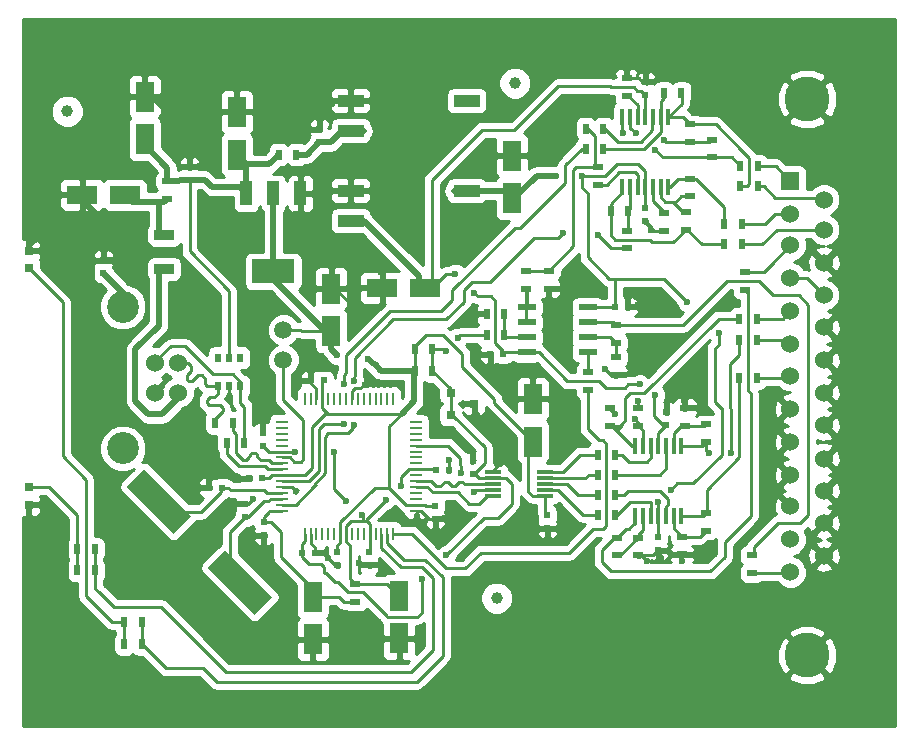
<source format=gbr>
G04 #@! TF.FileFunction,Copper,L1,Top,Signal*
%FSLAX46Y46*%
G04 Gerber Fmt 4.6, Leading zero omitted, Abs format (unit mm)*
G04 Created by KiCad (PCBNEW 4.0.2-stable) date 2016-08-13 10:38.46*
%MOMM*%
G01*
G04 APERTURE LIST*
%ADD10C,0.100000*%
%ADD11C,1.000000*%
%ADD12C,1.506220*%
%ADD13R,0.900000X0.500000*%
%ADD14R,3.657600X2.032000*%
%ADD15R,1.016000X2.032000*%
%ADD16R,0.500000X0.600000*%
%ADD17R,0.600000X0.500000*%
%ADD18R,0.797560X0.797560*%
%ADD19R,1.700000X0.900000*%
%ADD20R,0.500000X0.900000*%
%ADD21C,1.524000*%
%ADD22C,2.700020*%
%ADD23C,3.810000*%
%ADD24R,1.524000X1.524000*%
%ADD25R,0.550000X0.800000*%
%ADD26R,0.800100X0.800100*%
%ADD27R,2.200000X1.000000*%
%ADD28R,1.400000X0.300000*%
%ADD29R,0.450000X1.450000*%
%ADD30R,1.550000X0.600000*%
%ADD31R,0.250000X1.000000*%
%ADD32R,1.000000X0.250000*%
%ADD33R,2.600960X1.600200*%
%ADD34R,1.600200X2.600960*%
%ADD35C,0.600000*%
%ADD36C,0.500000*%
%ADD37C,0.250000*%
%ADD38C,0.254000*%
G04 APERTURE END LIST*
D10*
D11*
X104350000Y-108450000D03*
X142250000Y-106050000D03*
D12*
X122650000Y-129470000D03*
X122650000Y-126930000D03*
D13*
X150800000Y-126550000D03*
X150800000Y-128050000D03*
D14*
X121800000Y-122002000D03*
D15*
X121800000Y-115398000D03*
X119514000Y-115398000D03*
X124086000Y-115398000D03*
D16*
X107400000Y-122150000D03*
X107400000Y-121050000D03*
X114700000Y-114250000D03*
X114700000Y-113150000D03*
X125700000Y-111050000D03*
X125700000Y-109950000D03*
X145000000Y-142650000D03*
X145000000Y-143750000D03*
X138700000Y-138050000D03*
X138700000Y-139150000D03*
X154400000Y-145600000D03*
X154400000Y-144500000D03*
X155050000Y-133900000D03*
X155050000Y-135000000D03*
X153300000Y-117750000D03*
X153300000Y-116650000D03*
D17*
X140150000Y-129000000D03*
X141250000Y-129000000D03*
X151800000Y-125000000D03*
X150700000Y-125000000D03*
D16*
X153300000Y-105950000D03*
X153300000Y-107050000D03*
D17*
X135550000Y-138800000D03*
X136650000Y-138800000D03*
D16*
X120900000Y-136750000D03*
X120900000Y-135650000D03*
D17*
X126050000Y-131200000D03*
X124950000Y-131200000D03*
D16*
X129900000Y-145750000D03*
X129900000Y-146850000D03*
D17*
X120850000Y-139500000D03*
X119750000Y-139500000D03*
D16*
X127200000Y-145750000D03*
X127200000Y-146850000D03*
X135500000Y-141850000D03*
X135500000Y-142950000D03*
X121000000Y-143250000D03*
X121000000Y-144350000D03*
X119400000Y-142750000D03*
X119400000Y-141650000D03*
D17*
X117450000Y-140300000D03*
X116350000Y-140300000D03*
X124250000Y-145800000D03*
X125350000Y-145800000D03*
D18*
X101100000Y-121749300D03*
X101100000Y-120250700D03*
X101100000Y-140250700D03*
X101100000Y-141749300D03*
D19*
X112550000Y-121800000D03*
X112550000Y-118900000D03*
D13*
X112800000Y-115850000D03*
X112800000Y-114350000D03*
D20*
X122250000Y-112100000D03*
X123750000Y-112100000D03*
D13*
X128750000Y-148450000D03*
X128750000Y-149950000D03*
D21*
X113750000Y-129710000D03*
X113750000Y-132250000D03*
X111751020Y-132250000D03*
X111751020Y-129710000D03*
D22*
X109051000Y-124980520D03*
X109051000Y-136979480D03*
D23*
X167000000Y-154500000D03*
X167000000Y-107400000D03*
D24*
X165580000Y-114340000D03*
D21*
X165580000Y-117134000D03*
X165580000Y-119801000D03*
X165580000Y-122595000D03*
X165580000Y-125389000D03*
X165580000Y-128183000D03*
X165580000Y-130850000D03*
X165580000Y-133644000D03*
X165580000Y-136438000D03*
X165580000Y-139232000D03*
X165580000Y-141899000D03*
X165580000Y-144693000D03*
X165580000Y-147487000D03*
X168420000Y-115914800D03*
X168420000Y-118454800D03*
X168420000Y-121248800D03*
X168420000Y-123992000D03*
X168420000Y-126735200D03*
X168420000Y-129529200D03*
X168420000Y-132272400D03*
X168420000Y-135015600D03*
X168420000Y-137860400D03*
X168420000Y-140552800D03*
X168420000Y-143296000D03*
X168420000Y-146090000D03*
D20*
X117850000Y-136500000D03*
X119350000Y-136500000D03*
X118350000Y-134800000D03*
X116850000Y-134800000D03*
X162850000Y-113100000D03*
X161350000Y-113100000D03*
X162850000Y-114800000D03*
X161350000Y-114800000D03*
X161450000Y-118000000D03*
X159950000Y-118000000D03*
X161450000Y-119700000D03*
X159950000Y-119700000D03*
D13*
X161700000Y-122050000D03*
X161700000Y-123550000D03*
D20*
X162750000Y-126000000D03*
X161250000Y-126000000D03*
X162750000Y-127800000D03*
X161250000Y-127800000D03*
X162750000Y-131000000D03*
X161250000Y-131000000D03*
D13*
X162300000Y-147550000D03*
X162300000Y-146050000D03*
D20*
X133750000Y-130400000D03*
X135250000Y-130400000D03*
X133750000Y-128600000D03*
X135250000Y-128600000D03*
X139850000Y-127400000D03*
X141350000Y-127400000D03*
X141350000Y-125600000D03*
X139850000Y-125600000D03*
X150750000Y-137500000D03*
X149250000Y-137500000D03*
X150750000Y-140900000D03*
X149250000Y-140900000D03*
D13*
X152700000Y-135050000D03*
X152700000Y-133550000D03*
X156400000Y-144450000D03*
X156400000Y-145950000D03*
X150300000Y-135050000D03*
X150300000Y-133550000D03*
X158400000Y-142450000D03*
X158400000Y-143950000D03*
X143200000Y-123450000D03*
X143200000Y-121950000D03*
X145100000Y-121950000D03*
X145100000Y-123450000D03*
D20*
X150750000Y-139200000D03*
X149250000Y-139200000D03*
X150750000Y-142600000D03*
X149250000Y-142600000D03*
D13*
X152700000Y-144550000D03*
X152700000Y-146050000D03*
X156650000Y-135050000D03*
X156650000Y-133550000D03*
X150900000Y-144550000D03*
X150900000Y-146050000D03*
X158450000Y-136450000D03*
X158450000Y-134950000D03*
X148400000Y-130550000D03*
X148400000Y-132050000D03*
X150800000Y-130750000D03*
X150800000Y-129250000D03*
X149300000Y-114650000D03*
X149300000Y-113150000D03*
D20*
X149750000Y-109900000D03*
X148250000Y-109900000D03*
X149750000Y-111600000D03*
X148250000Y-111600000D03*
D13*
X151700000Y-118550000D03*
X151700000Y-120050000D03*
D20*
X156350000Y-106900000D03*
X154850000Y-106900000D03*
X150350000Y-116900000D03*
X151850000Y-116900000D03*
D13*
X157100000Y-111050000D03*
X157100000Y-109550000D03*
X156700000Y-116950000D03*
X156700000Y-118450000D03*
X151700000Y-107150000D03*
X151700000Y-105650000D03*
X154900000Y-117050000D03*
X154900000Y-118550000D03*
X158900000Y-112350000D03*
X158900000Y-110850000D03*
X157100000Y-114150000D03*
X157100000Y-115650000D03*
D20*
X110650000Y-153550000D03*
X109150000Y-153550000D03*
X110650000Y-151700000D03*
X109150000Y-151700000D03*
X106700000Y-147300000D03*
X105200000Y-147300000D03*
X106700000Y-145500000D03*
X105200000Y-145500000D03*
D25*
X117100000Y-129300000D03*
X118050000Y-129300000D03*
X119000000Y-129300000D03*
X119000000Y-131700000D03*
X118050000Y-131700000D03*
X117100000Y-131700000D03*
D26*
X136799240Y-132250000D03*
X136799240Y-134150000D03*
X138798220Y-133200000D03*
D27*
X128340000Y-117700000D03*
X128340000Y-115160000D03*
X128340000Y-110080000D03*
X128340000Y-107540000D03*
X138160000Y-115160000D03*
X138160000Y-107540000D03*
D28*
X144800000Y-141000000D03*
X144800000Y-140500000D03*
X144800000Y-140000000D03*
X144800000Y-139500000D03*
X144800000Y-139000000D03*
X140400000Y-139000000D03*
X140400000Y-139500000D03*
X140400000Y-140000000D03*
X140400000Y-140500000D03*
X140400000Y-141000000D03*
D29*
X152450000Y-142700000D03*
X153100000Y-142700000D03*
X153750000Y-142700000D03*
X154400000Y-142700000D03*
X155050000Y-142700000D03*
X155700000Y-142700000D03*
X156350000Y-142700000D03*
X156350000Y-136800000D03*
X155700000Y-136800000D03*
X155050000Y-136800000D03*
X154400000Y-136800000D03*
X153750000Y-136800000D03*
X153100000Y-136800000D03*
X152450000Y-136800000D03*
D30*
X143250000Y-125045000D03*
X143250000Y-126315000D03*
X143250000Y-127585000D03*
X143250000Y-128855000D03*
X148400000Y-128855000D03*
X148400000Y-127585000D03*
X148400000Y-126315000D03*
X148400000Y-125045000D03*
D29*
X151350000Y-114850000D03*
X152000000Y-114850000D03*
X152650000Y-114850000D03*
X153300000Y-114850000D03*
X153950000Y-114850000D03*
X154600000Y-114850000D03*
X155250000Y-114850000D03*
X155250000Y-108950000D03*
X154600000Y-108950000D03*
X153950000Y-108950000D03*
X153300000Y-108950000D03*
X152650000Y-108950000D03*
X152000000Y-108950000D03*
X151350000Y-108950000D03*
D31*
X124450000Y-144200000D03*
X124950000Y-144200000D03*
X125450000Y-144200000D03*
X125950000Y-144200000D03*
X126450000Y-144200000D03*
X126950000Y-144200000D03*
X127450000Y-144200000D03*
X127950000Y-144200000D03*
X128450000Y-144200000D03*
X128950000Y-144200000D03*
X129450000Y-144200000D03*
X129950000Y-144200000D03*
X130450000Y-144200000D03*
X130950000Y-144200000D03*
X131450000Y-144200000D03*
X131950000Y-144200000D03*
D32*
X133900000Y-142250000D03*
X133900000Y-141750000D03*
X133900000Y-141250000D03*
X133900000Y-140750000D03*
X133900000Y-140250000D03*
X133900000Y-139750000D03*
X133900000Y-139250000D03*
X133900000Y-138750000D03*
X133900000Y-138250000D03*
X133900000Y-137750000D03*
X133900000Y-137250000D03*
X133900000Y-136750000D03*
X133900000Y-136250000D03*
X133900000Y-135750000D03*
X133900000Y-135250000D03*
X133900000Y-134750000D03*
D31*
X131950000Y-132800000D03*
X131450000Y-132800000D03*
X130950000Y-132800000D03*
X130450000Y-132800000D03*
X129950000Y-132800000D03*
X129450000Y-132800000D03*
X128950000Y-132800000D03*
X128450000Y-132800000D03*
X127950000Y-132800000D03*
X127450000Y-132800000D03*
X126950000Y-132800000D03*
X126450000Y-132800000D03*
X125950000Y-132800000D03*
X125450000Y-132800000D03*
X124950000Y-132800000D03*
X124450000Y-132800000D03*
D32*
X122500000Y-134750000D03*
X122500000Y-135250000D03*
X122500000Y-135750000D03*
X122500000Y-136250000D03*
X122500000Y-136750000D03*
X122500000Y-137250000D03*
X122500000Y-137750000D03*
X122500000Y-138250000D03*
X122500000Y-138750000D03*
X122500000Y-139250000D03*
X122500000Y-139750000D03*
X122500000Y-140250000D03*
X122500000Y-140750000D03*
X122500000Y-141250000D03*
X122500000Y-141750000D03*
X122500000Y-142250000D03*
D10*
G36*
X121701476Y-149566141D02*
X120216141Y-151051476D01*
X116255848Y-147091183D01*
X117741183Y-145605848D01*
X121701476Y-149566141D01*
X121701476Y-149566141D01*
G37*
G36*
X114844152Y-142708817D02*
X113358817Y-144194152D01*
X109398524Y-140233859D01*
X110883859Y-138748524D01*
X114844152Y-142708817D01*
X114844152Y-142708817D01*
G37*
D33*
X109200860Y-115500000D03*
X105599140Y-115500000D03*
D34*
X110900000Y-110800860D03*
X110900000Y-107199140D03*
X118700000Y-112100860D03*
X118700000Y-108499140D03*
X142000000Y-115800860D03*
X142000000Y-112199140D03*
D33*
X130999140Y-123400000D03*
X134600860Y-123400000D03*
D34*
X143750000Y-136400860D03*
X143750000Y-132799140D03*
X126700000Y-127050860D03*
X126700000Y-123449140D03*
X132450000Y-149449140D03*
X132450000Y-153050860D03*
X125150000Y-149549140D03*
X125150000Y-153150860D03*
D11*
X140700000Y-149650000D03*
D35*
X171800000Y-114100000D03*
X171900000Y-121100000D03*
X172300000Y-129100000D03*
X172000000Y-135300000D03*
X171800000Y-142200000D03*
X168700000Y-150000000D03*
X161000000Y-150400000D03*
X148800000Y-151300000D03*
X153400000Y-146500000D03*
X154600000Y-146300000D03*
X156400000Y-146500000D03*
X156600000Y-132900000D03*
X155100000Y-133300000D03*
X152700000Y-133000000D03*
X106600000Y-116950000D03*
X112500000Y-108150000D03*
X117100000Y-108800000D03*
X128250000Y-124650000D03*
X126700000Y-121550000D03*
X131000000Y-153000000D03*
X123700000Y-153050000D03*
X142300000Y-132800000D03*
X140950000Y-138300000D03*
X129600000Y-131600000D03*
X123700000Y-140550000D03*
X118050000Y-132700000D03*
X149900000Y-130300000D03*
X152700000Y-124850000D03*
X153800000Y-118500000D03*
X152850000Y-105050000D03*
X120050000Y-141250000D03*
X116550000Y-139500000D03*
X118650000Y-139300000D03*
X139050000Y-134150000D03*
X138450000Y-137200000D03*
X136650000Y-138000000D03*
X136350000Y-142900000D03*
X126400000Y-146250000D03*
X129050000Y-146700000D03*
X102350000Y-141900000D03*
X126650000Y-115100000D03*
X123700000Y-117100000D03*
X124900000Y-130300000D03*
X144100000Y-143750000D03*
X139250000Y-129100000D03*
X146300000Y-123450000D03*
X139000000Y-125600000D03*
X126750000Y-107850000D03*
X124850000Y-110000000D03*
X115600000Y-113050000D03*
X101650000Y-119300000D03*
X120900000Y-135000000D03*
X108100000Y-121100000D03*
X130900000Y-122050000D03*
X140500000Y-112250000D03*
X129850000Y-129400000D03*
X127150000Y-129050000D03*
X145700000Y-113900000D03*
X147900000Y-113900000D03*
X156850000Y-124600000D03*
X159550000Y-127250000D03*
X155450000Y-140500000D03*
X154400000Y-141500000D03*
X137200000Y-122200000D03*
X138800000Y-123800000D03*
X152850000Y-131550000D03*
X154150000Y-132450000D03*
X134350000Y-148050000D03*
X136400000Y-146050000D03*
X136400000Y-128700000D03*
X137400000Y-127600000D03*
X123650000Y-137250000D03*
X126950000Y-137300000D03*
X127950000Y-141400000D03*
X129300000Y-142600000D03*
X132600000Y-140200000D03*
X131350000Y-141350000D03*
X151400000Y-110300000D03*
X154100000Y-111700000D03*
X160550000Y-137350000D03*
X158650000Y-137400000D03*
X127800000Y-131550000D03*
X127800000Y-134900000D03*
X128650000Y-131250000D03*
X128650000Y-135000000D03*
X149250000Y-118900000D03*
X146300000Y-118750000D03*
X152500000Y-110300000D03*
X154900000Y-110900000D03*
X137700000Y-139100000D03*
X138800000Y-140700000D03*
X150700000Y-134100000D03*
X152400000Y-134500000D03*
D36*
X112050000Y-116100000D02*
X112550000Y-116100000D01*
X112550000Y-116100000D02*
X112800000Y-115850000D01*
X112100000Y-116100000D02*
X112050000Y-116100000D01*
X112050000Y-116100000D02*
X109800860Y-116100000D01*
X109800860Y-116100000D02*
X109200860Y-115500000D01*
X112100000Y-118850000D02*
X112100000Y-116100000D01*
D37*
X171800000Y-114100000D02*
X171900000Y-114200000D01*
X171900000Y-114200000D02*
X171900000Y-121100000D01*
X172300000Y-129100000D02*
X172000000Y-129400000D01*
X172000000Y-129400000D02*
X172000000Y-135300000D01*
X171800000Y-142200000D02*
X171600000Y-142400000D01*
X171600000Y-142400000D02*
X171600000Y-147100000D01*
X171600000Y-147100000D02*
X168700000Y-150000000D01*
X161000000Y-150400000D02*
X160100000Y-151300000D01*
X160100000Y-151300000D02*
X148800000Y-151300000D01*
X152700000Y-146050000D02*
X152950000Y-146050000D01*
X152950000Y-146050000D02*
X153400000Y-146500000D01*
X152700000Y-146050000D02*
X153950000Y-146050000D01*
X153950000Y-146050000D02*
X154400000Y-145600000D01*
X154400000Y-145600000D02*
X154400000Y-146100000D01*
X154400000Y-146100000D02*
X154600000Y-146300000D01*
X156400000Y-145950000D02*
X156400000Y-146500000D01*
X154400000Y-145600000D02*
X155300000Y-145600000D01*
X155650000Y-145950000D02*
X156400000Y-145950000D01*
X155300000Y-145600000D02*
X155650000Y-145950000D01*
X156650000Y-133550000D02*
X156650000Y-132950000D01*
X156650000Y-132950000D02*
X156600000Y-132900000D01*
X155050000Y-133900000D02*
X155050000Y-133350000D01*
X155050000Y-133350000D02*
X155100000Y-133300000D01*
X152700000Y-133550000D02*
X152700000Y-133000000D01*
D36*
X105599140Y-115500000D02*
X105599140Y-115949140D01*
X105599140Y-115949140D02*
X106600000Y-116950000D01*
X110900000Y-107199140D02*
X111549140Y-107199140D01*
X111549140Y-107199140D02*
X112500000Y-108150000D01*
X118700000Y-108499140D02*
X117400860Y-108499140D01*
X117400860Y-108499140D02*
X117100000Y-108800000D01*
D37*
X126700000Y-123449140D02*
X127049140Y-123449140D01*
X127049140Y-123449140D02*
X128250000Y-124650000D01*
X126700000Y-123449140D02*
X126700000Y-121550000D01*
X132450000Y-153050860D02*
X131050860Y-153050860D01*
X131050860Y-153050860D02*
X131000000Y-153000000D01*
X125150000Y-153150860D02*
X123800860Y-153150860D01*
X123800860Y-153150860D02*
X123700000Y-153050000D01*
X143750000Y-132799140D02*
X142300860Y-132799140D01*
X142300860Y-132799140D02*
X142300000Y-132800000D01*
X140400000Y-139000000D02*
X140400000Y-138850000D01*
X140400000Y-138850000D02*
X140950000Y-138300000D01*
X128450000Y-132150000D02*
X128700000Y-131900000D01*
X128700000Y-131900000D02*
X129150000Y-131900000D01*
X129150000Y-131900000D02*
X129600000Y-131600000D01*
X128450000Y-132800000D02*
X128450000Y-132150000D01*
X124950000Y-144200000D02*
X124950000Y-145000000D01*
X122500000Y-140250000D02*
X123400000Y-140250000D01*
X123400000Y-140250000D02*
X123700000Y-140550000D01*
X125450000Y-132800000D02*
X125450000Y-131950000D01*
X125450000Y-131950000D02*
X124950000Y-131450000D01*
X124950000Y-131450000D02*
X124950000Y-131200000D01*
X118050000Y-131700000D02*
X118050000Y-132700000D01*
X150800000Y-130750000D02*
X150350000Y-130750000D01*
X150350000Y-130750000D02*
X149900000Y-130300000D01*
X151800000Y-125000000D02*
X152550000Y-125000000D01*
X152550000Y-125000000D02*
X152700000Y-124850000D01*
X153775000Y-118275000D02*
X153775000Y-118475000D01*
X153775000Y-118475000D02*
X153800000Y-118500000D01*
X154900000Y-118550000D02*
X154050000Y-118550000D01*
X154050000Y-118550000D02*
X153775000Y-118275000D01*
X153775000Y-118275000D02*
X153300000Y-117800000D01*
X153300000Y-117800000D02*
X153800000Y-118300000D01*
X153800000Y-118300000D02*
X153800000Y-118250000D01*
X153800000Y-118250000D02*
X153300000Y-117750000D01*
X152550000Y-105650000D02*
X152550000Y-105350000D01*
X152550000Y-105350000D02*
X152850000Y-105050000D01*
X153300000Y-105950000D02*
X153050000Y-105950000D01*
X153050000Y-105950000D02*
X152750000Y-105650000D01*
X152750000Y-105650000D02*
X152550000Y-105650000D01*
X152550000Y-105650000D02*
X151700000Y-105650000D01*
X119400000Y-141650000D02*
X119650000Y-141650000D01*
X119650000Y-141650000D02*
X120050000Y-141250000D01*
X116350000Y-140300000D02*
X116350000Y-139700000D01*
X116350000Y-139700000D02*
X116550000Y-139500000D01*
X119750000Y-139500000D02*
X118850000Y-139500000D01*
X118850000Y-139500000D02*
X118650000Y-139300000D01*
X138798220Y-133200000D02*
X138798220Y-133898220D01*
X138798220Y-133898220D02*
X139050000Y-134150000D01*
X138700000Y-138050000D02*
X138700000Y-137450000D01*
X138700000Y-137450000D02*
X138450000Y-137200000D01*
X136650000Y-138800000D02*
X136650000Y-138000000D01*
X135500000Y-142950000D02*
X136300000Y-142950000D01*
X136300000Y-142950000D02*
X136350000Y-142900000D01*
X133900000Y-142250000D02*
X134300000Y-142250000D01*
X134300000Y-142250000D02*
X135000000Y-142950000D01*
X135000000Y-142950000D02*
X135500000Y-142950000D01*
X127200000Y-146850000D02*
X127000000Y-146850000D01*
X127000000Y-146850000D02*
X126400000Y-146250000D01*
X125950000Y-145800000D02*
X126400000Y-146250000D01*
X129900000Y-146850000D02*
X129200000Y-146850000D01*
X129200000Y-146850000D02*
X129050000Y-146700000D01*
X101100000Y-141749300D02*
X102199300Y-141749300D01*
X102199300Y-141749300D02*
X102350000Y-141900000D01*
X129440000Y-115160000D02*
X126710000Y-115160000D01*
X126710000Y-115160000D02*
X126650000Y-115100000D01*
X124086000Y-115398000D02*
X124086000Y-116714000D01*
X124086000Y-116714000D02*
X123700000Y-117100000D01*
X124950000Y-131200000D02*
X124950000Y-130350000D01*
X124950000Y-130350000D02*
X124900000Y-130300000D01*
X145000000Y-143750000D02*
X144100000Y-143750000D01*
X155050000Y-133900000D02*
X155050000Y-133700000D01*
X140150000Y-129000000D02*
X139350000Y-129000000D01*
X139350000Y-129000000D02*
X139250000Y-129100000D01*
X145100000Y-123450000D02*
X146300000Y-123450000D01*
X139850000Y-125600000D02*
X139000000Y-125600000D01*
X129440000Y-107540000D02*
X127060000Y-107540000D01*
X127060000Y-107540000D02*
X126750000Y-107850000D01*
X125700000Y-109950000D02*
X124900000Y-109950000D01*
X124900000Y-109950000D02*
X124850000Y-110000000D01*
X114700000Y-113150000D02*
X115500000Y-113150000D01*
X115500000Y-113150000D02*
X115600000Y-113050000D01*
X101100000Y-120250700D02*
X101100000Y-119850000D01*
X101100000Y-119850000D02*
X101650000Y-119300000D01*
X120900000Y-135650000D02*
X120900000Y-135000000D01*
D36*
X107400000Y-121050000D02*
X108050000Y-121050000D01*
X108050000Y-121050000D02*
X108100000Y-121100000D01*
D37*
X125350000Y-145400000D02*
X125350000Y-145800000D01*
X124950000Y-145000000D02*
X125350000Y-145400000D01*
X125350000Y-145800000D02*
X125950000Y-145800000D01*
X131049140Y-123400000D02*
X131049140Y-122199140D01*
X131049140Y-122199140D02*
X130900000Y-122050000D01*
X141900000Y-112199140D02*
X140550860Y-112199140D01*
X140550860Y-112199140D02*
X140500000Y-112250000D01*
D36*
X109051000Y-124980520D02*
X109051000Y-123801000D01*
X109051000Y-123801000D02*
X107400000Y-122150000D01*
X119514000Y-112914860D02*
X121435140Y-112914860D01*
X121435140Y-112914860D02*
X122250000Y-112100000D01*
X119514000Y-115398000D02*
X119514000Y-112914860D01*
X119514000Y-112914860D02*
X118700000Y-112100860D01*
X112800000Y-114350000D02*
X112800000Y-113200000D01*
X112800000Y-113200000D02*
X110900000Y-111300000D01*
X110900000Y-111300000D02*
X110900000Y-110800860D01*
X112800000Y-114350000D02*
X113800000Y-114350000D01*
X113900000Y-114250000D02*
X114700000Y-114250000D01*
X113800000Y-114350000D02*
X113900000Y-114250000D01*
X122150000Y-112200000D02*
X122250000Y-112100000D01*
X116600000Y-114850000D02*
X118966000Y-114850000D01*
X116000000Y-114250000D02*
X116600000Y-114850000D01*
D37*
X118050000Y-129300000D02*
X118050000Y-123650000D01*
X114700000Y-120300000D02*
X114700000Y-114250000D01*
X118050000Y-123650000D02*
X114700000Y-120300000D01*
D36*
X119514000Y-115398000D02*
X119514000Y-114686000D01*
X118966000Y-114850000D02*
X119514000Y-115398000D01*
X114700000Y-114250000D02*
X116000000Y-114250000D01*
X126700000Y-127050860D02*
X126700000Y-128600000D01*
X130325000Y-129875000D02*
X130375000Y-129875000D01*
X129850000Y-129400000D02*
X130325000Y-129875000D01*
X126700000Y-128600000D02*
X127150000Y-129050000D01*
D37*
X126700000Y-127050860D02*
X124190860Y-127050860D01*
X124070000Y-126930000D02*
X122650000Y-126930000D01*
X124190860Y-127050860D02*
X124070000Y-126930000D01*
D36*
X121800000Y-122002000D02*
X121800000Y-122650000D01*
X121800000Y-122650000D02*
X126200860Y-127050860D01*
X126200860Y-127050860D02*
X126700000Y-127050860D01*
X126700000Y-127050860D02*
X127050000Y-127400860D01*
X130900000Y-130400000D02*
X133750000Y-130400000D01*
X130375000Y-129875000D02*
X130900000Y-130400000D01*
X130300000Y-129800000D02*
X130375000Y-129875000D01*
D37*
X133750000Y-130400000D02*
X133750000Y-130650000D01*
X133750000Y-130650000D02*
X133700000Y-130700000D01*
D36*
X133700000Y-130700000D02*
X133700000Y-133000000D01*
X133700000Y-133000000D02*
X132650000Y-134050000D01*
D37*
X132650000Y-134050000D02*
X131600000Y-135100000D01*
X131600000Y-135100000D02*
X131600000Y-140300000D01*
X131600000Y-140300000D02*
X133050000Y-141750000D01*
X133650000Y-130300000D02*
X133750000Y-130200000D01*
X133750000Y-130200000D02*
X133750000Y-128600000D01*
X126050000Y-134250000D02*
X126000000Y-134250000D01*
X126450000Y-134050000D02*
X126050000Y-134050000D01*
X126050000Y-134050000D02*
X126050000Y-134250000D01*
X126000000Y-134250000D02*
X125050000Y-135200000D01*
X132650000Y-134050000D02*
X126450000Y-134050000D01*
X126450000Y-134050000D02*
X125950000Y-133550000D01*
X131600000Y-140300000D02*
X130400000Y-140300000D01*
X130400000Y-140300000D02*
X127450000Y-143250000D01*
X125050000Y-135200000D02*
X125050000Y-138650000D01*
X125050000Y-138650000D02*
X124450000Y-139250000D01*
X124450000Y-139250000D02*
X123550000Y-139250000D01*
X140500000Y-132800000D02*
X140500000Y-133150860D01*
X134700000Y-127400000D02*
X136200000Y-127400000D01*
X133750000Y-128350000D02*
X134700000Y-127400000D01*
X136200000Y-127400000D02*
X137800000Y-129000000D01*
X137800000Y-129000000D02*
X137800000Y-130100000D01*
X137800000Y-130100000D02*
X140500000Y-132800000D01*
X140500000Y-133150860D02*
X143750000Y-136400860D01*
X144800000Y-141000000D02*
X143750000Y-141000000D01*
X143400000Y-140650000D02*
X143400000Y-136750860D01*
X143750000Y-141000000D02*
X143400000Y-140650000D01*
X143400000Y-136750860D02*
X143750000Y-136400860D01*
X123550000Y-139250000D02*
X122500000Y-139250000D01*
X133750000Y-128600000D02*
X133750000Y-128350000D01*
X144800000Y-141000000D02*
X144800000Y-142450000D01*
X144800000Y-142450000D02*
X145000000Y-142650000D01*
X125950000Y-133550000D02*
X125950000Y-132800000D01*
X127450000Y-143250000D02*
X127450000Y-144200000D01*
X133050000Y-141750000D02*
X133900000Y-141750000D01*
D36*
X121800000Y-115398000D02*
X121800000Y-122002000D01*
D37*
X135500000Y-141850000D02*
X134750000Y-141850000D01*
X134650000Y-141750000D02*
X133900000Y-141750000D01*
X134750000Y-141850000D02*
X134650000Y-141750000D01*
X125950000Y-132800000D02*
X125950000Y-131300000D01*
X125950000Y-131300000D02*
X126050000Y-131200000D01*
X127200000Y-145750000D02*
X127200000Y-145200000D01*
X127200000Y-145200000D02*
X127450000Y-144950000D01*
X127450000Y-144950000D02*
X127450000Y-144200000D01*
X122500000Y-139250000D02*
X121650000Y-139250000D01*
X121400000Y-139500000D02*
X120850000Y-139500000D01*
X121650000Y-139250000D02*
X121400000Y-139500000D01*
D36*
X125700000Y-111050000D02*
X126650000Y-111050000D01*
X126650000Y-111050000D02*
X127620000Y-110080000D01*
X127620000Y-110080000D02*
X129440000Y-110080000D01*
X123750000Y-112100000D02*
X124650000Y-112100000D01*
X124650000Y-112100000D02*
X125700000Y-111050000D01*
D37*
X141259140Y-115160000D02*
X141900000Y-115800860D01*
X141900000Y-115800860D02*
X142199140Y-115800860D01*
D36*
X142199140Y-115800860D02*
X144100000Y-113900000D01*
X144100000Y-113900000D02*
X145700000Y-113900000D01*
D37*
X147900000Y-113900000D02*
X147900000Y-114900000D01*
X149900000Y-113900000D02*
X150900000Y-112900000D01*
X147900000Y-113900000D02*
X149900000Y-113900000D01*
X150900000Y-112900000D02*
X152700000Y-112900000D01*
X147900000Y-114900000D02*
X148400000Y-115400000D01*
X152700000Y-112900000D02*
X153300000Y-113500000D01*
X148400000Y-115400000D02*
X148400000Y-120800000D01*
X150200000Y-122600000D02*
X148400000Y-120800000D01*
X150700000Y-122600000D02*
X150200000Y-122600000D01*
X159800000Y-133600000D02*
X159700000Y-133600000D01*
X159800000Y-137500000D02*
X159800000Y-133600000D01*
X157350000Y-139950000D02*
X159800000Y-137500000D01*
X156000000Y-139950000D02*
X157350000Y-139950000D01*
X159150000Y-128550000D02*
X159550000Y-128150000D01*
X159150000Y-133050000D02*
X159150000Y-128550000D01*
X159700000Y-133600000D02*
X159150000Y-133050000D01*
X159550000Y-128150000D02*
X159550000Y-127250000D01*
X154850000Y-122600000D02*
X150700000Y-122600000D01*
X156850000Y-124600000D02*
X154850000Y-122600000D01*
D36*
X137060000Y-115160000D02*
X141259140Y-115160000D01*
D37*
X155450000Y-140500000D02*
X156000000Y-139950000D01*
X154400000Y-142700000D02*
X154400000Y-141500000D01*
X150700000Y-125000000D02*
X150700000Y-122600000D01*
X153300000Y-113500000D02*
X153300000Y-114850000D01*
X148400000Y-125045000D02*
X150655000Y-125045000D01*
X150655000Y-125045000D02*
X150700000Y-125000000D01*
X153300000Y-116650000D02*
X153300000Y-114850000D01*
X154400000Y-144500000D02*
X154400000Y-142700000D01*
X134650860Y-123400000D02*
X135250000Y-123400000D01*
X135250000Y-123400000D02*
X136450000Y-122200000D01*
X136450000Y-122200000D02*
X137200000Y-122200000D01*
D36*
X134100000Y-122400000D02*
X134100000Y-122849140D01*
X134100000Y-122849140D02*
X134650860Y-123400000D01*
D37*
X134400000Y-123400000D02*
X135200000Y-122600000D01*
X135200000Y-122600000D02*
X135200000Y-119000000D01*
X150400000Y-106400000D02*
X152300000Y-106400000D01*
X135200000Y-119000000D02*
X135200000Y-114300000D01*
X135200000Y-114300000D02*
X139500000Y-110000000D01*
X139500000Y-110000000D02*
X142200000Y-110000000D01*
X142200000Y-110000000D02*
X145900000Y-106300000D01*
X145900000Y-106300000D02*
X150300000Y-106300000D01*
X150300000Y-106300000D02*
X150400000Y-106400000D01*
D36*
X132500000Y-120800000D02*
X134100000Y-122400000D01*
X129440000Y-117740000D02*
X132500000Y-120800000D01*
D37*
X140600000Y-128100000D02*
X141250000Y-128750000D01*
X140600000Y-124500000D02*
X140600000Y-128100000D01*
X140200000Y-124100000D02*
X140600000Y-124500000D01*
X139100000Y-124100000D02*
X140200000Y-124100000D01*
X138800000Y-123800000D02*
X139100000Y-124100000D01*
X155050000Y-135000000D02*
X154800000Y-135000000D01*
X154800000Y-135000000D02*
X154050000Y-134250000D01*
X151550000Y-131850000D02*
X151850000Y-131550000D01*
X151850000Y-131550000D02*
X152850000Y-131550000D01*
X143250000Y-128855000D02*
X144255000Y-128855000D01*
X149400000Y-131300000D02*
X149950000Y-131850000D01*
X146700000Y-131300000D02*
X149400000Y-131300000D01*
X144255000Y-128855000D02*
X146700000Y-131300000D01*
X149950000Y-131850000D02*
X151550000Y-131850000D01*
X154050000Y-132550000D02*
X154150000Y-132450000D01*
X154050000Y-134250000D02*
X154050000Y-132550000D01*
X154400000Y-136800000D02*
X154400000Y-135650000D01*
X154400000Y-135650000D02*
X155050000Y-135000000D01*
X141250000Y-128750000D02*
X141250000Y-129000000D01*
X152950000Y-106700000D02*
X153300000Y-107050000D01*
X152600000Y-106700000D02*
X152950000Y-106700000D01*
X152300000Y-106400000D02*
X152600000Y-106700000D01*
X153300000Y-108950000D02*
X153300000Y-107050000D01*
X143250000Y-128855000D02*
X141395000Y-128855000D01*
X141395000Y-128855000D02*
X141250000Y-129000000D01*
D36*
X129440000Y-117700000D02*
X129440000Y-117740000D01*
D37*
X131450000Y-151250000D02*
X131450000Y-151200000D01*
X134000000Y-151250000D02*
X131450000Y-151250000D01*
X139600000Y-142850000D02*
X136400000Y-146050000D01*
X134350000Y-148050000D02*
X134350000Y-150900000D01*
X134350000Y-150900000D02*
X134000000Y-151250000D01*
X131450000Y-151200000D02*
X129900000Y-149650000D01*
X128100000Y-149150000D02*
X127250000Y-148300000D01*
X129400000Y-149150000D02*
X128100000Y-149150000D01*
X129900000Y-149650000D02*
X129400000Y-149150000D01*
X124250000Y-146200000D02*
X124250000Y-145800000D01*
X126100000Y-147000000D02*
X126100000Y-147500000D01*
X125850000Y-146750000D02*
X126100000Y-147000000D01*
X124250000Y-146200000D02*
X124800000Y-146750000D01*
X124800000Y-146750000D02*
X125850000Y-146750000D01*
X126250000Y-147500000D02*
X126100000Y-147500000D01*
X127050000Y-148300000D02*
X126250000Y-147500000D01*
X127250000Y-148300000D02*
X127050000Y-148300000D01*
X142000000Y-141700000D02*
X142000000Y-140000000D01*
X142000000Y-140000000D02*
X141500000Y-139500000D01*
X139700000Y-136900000D02*
X139700000Y-138200000D01*
X141500000Y-139500000D02*
X140400000Y-139500000D01*
X139850000Y-127400000D02*
X137600000Y-127400000D01*
X136300000Y-128600000D02*
X135250000Y-128600000D01*
X136400000Y-128700000D02*
X136300000Y-128600000D01*
X137600000Y-127400000D02*
X137400000Y-127600000D01*
X136799240Y-134150000D02*
X136950000Y-134150000D01*
X136950000Y-134150000D02*
X139700000Y-136900000D01*
X139700000Y-138200000D02*
X138750000Y-139150000D01*
X138750000Y-139150000D02*
X138700000Y-139150000D01*
X138700000Y-139150000D02*
X138850000Y-139150000D01*
X138850000Y-139150000D02*
X139200000Y-139500000D01*
X139200000Y-139500000D02*
X140400000Y-139500000D01*
X135250000Y-128600000D02*
X135250000Y-130400000D01*
X135250000Y-130400000D02*
X136799240Y-131949240D01*
X136799240Y-131949240D02*
X136799240Y-134150000D01*
X135250000Y-130400000D02*
X135250000Y-130550000D01*
X124250000Y-145800000D02*
X124250000Y-145050000D01*
X124450000Y-144850000D02*
X124450000Y-144200000D01*
X124250000Y-145050000D02*
X124450000Y-144850000D01*
X139600000Y-142850000D02*
X139700000Y-142850000D01*
X139600000Y-142850000D02*
X139700000Y-142850000D01*
X139700000Y-142850000D02*
X140850000Y-142850000D01*
X140850000Y-142850000D02*
X142000000Y-141700000D01*
X127950000Y-144200000D02*
X127950000Y-144900000D01*
X128250000Y-147950000D02*
X128750000Y-148450000D01*
X128250000Y-145200000D02*
X128250000Y-147950000D01*
X127950000Y-144900000D02*
X128250000Y-145200000D01*
X128750000Y-148450000D02*
X131450860Y-148450000D01*
X131450860Y-148450000D02*
X132450000Y-149449140D01*
X129950000Y-144200000D02*
X129950000Y-145700000D01*
X129950000Y-145700000D02*
X129900000Y-145750000D01*
X129350000Y-143100000D02*
X129350000Y-142650000D01*
X123650000Y-137250000D02*
X122500000Y-137250000D01*
X126950000Y-138200000D02*
X126950000Y-137300000D01*
X126950000Y-140400000D02*
X126950000Y-138200000D01*
X127950000Y-141400000D02*
X126950000Y-140400000D01*
X129350000Y-142650000D02*
X129300000Y-142600000D01*
X131350000Y-141350000D02*
X130700000Y-142000000D01*
X133900000Y-138750000D02*
X133250000Y-138750000D01*
X132600000Y-139400000D02*
X132600000Y-140200000D01*
X133250000Y-138750000D02*
X132600000Y-139400000D01*
X129650000Y-143050000D02*
X129650000Y-143100000D01*
X130700000Y-142000000D02*
X129650000Y-143050000D01*
X133900000Y-138750000D02*
X135500000Y-138750000D01*
X135500000Y-138750000D02*
X135550000Y-138800000D01*
X129950000Y-144200000D02*
X129950000Y-143350000D01*
X129950000Y-143350000D02*
X129700000Y-143100000D01*
X129700000Y-143100000D02*
X129650000Y-143100000D01*
X127950000Y-143550000D02*
X127950000Y-144200000D01*
X129650000Y-143100000D02*
X129350000Y-143100000D01*
X129350000Y-143100000D02*
X128400000Y-143100000D01*
X128400000Y-143100000D02*
X127950000Y-143550000D01*
X122500000Y-137250000D02*
X121400000Y-137250000D01*
X121400000Y-137250000D02*
X120900000Y-136750000D01*
X122450000Y-146200000D02*
X122450000Y-144100000D01*
X125150000Y-148900000D02*
X122450000Y-146200000D01*
X121600000Y-143250000D02*
X121000000Y-143250000D01*
X122450000Y-144100000D02*
X121600000Y-143250000D01*
X121400000Y-142250000D02*
X121400000Y-142350000D01*
X121400000Y-142350000D02*
X121000000Y-142750000D01*
X121000000Y-142750000D02*
X121000000Y-143250000D01*
X122500000Y-142250000D02*
X121400000Y-142250000D01*
X125150000Y-149549140D02*
X125150000Y-148900000D01*
X128750000Y-149950000D02*
X127750000Y-149950000D01*
X127349140Y-149549140D02*
X125150000Y-149549140D01*
X127750000Y-149950000D02*
X127349140Y-149549140D01*
X119400000Y-142750000D02*
X119400000Y-142800000D01*
X119400000Y-142800000D02*
X118100000Y-144100000D01*
X118100000Y-144100000D02*
X118100000Y-147450000D01*
X118100000Y-147450000D02*
X118978662Y-148328662D01*
X119400000Y-142750000D02*
X119650000Y-142750000D01*
X119650000Y-142750000D02*
X121000000Y-141400000D01*
X121550000Y-141250000D02*
X122500000Y-141250000D01*
X121400000Y-141400000D02*
X121550000Y-141250000D01*
X121000000Y-141400000D02*
X121400000Y-141400000D01*
X119400000Y-149200000D02*
X119928662Y-149728662D01*
X119550000Y-142750000D02*
X119400000Y-142750000D01*
X117400000Y-140700000D02*
X117350000Y-140700000D01*
X117400000Y-140500000D02*
X117400000Y-140700000D01*
X115700000Y-142350000D02*
X113000000Y-142350000D01*
X117350000Y-140700000D02*
X115700000Y-142350000D01*
X113000000Y-142350000D02*
X112121338Y-141471338D01*
X122500000Y-140750000D02*
X121250000Y-140750000D01*
X118000000Y-140300000D02*
X117600000Y-140300000D01*
X118200000Y-140500000D02*
X118000000Y-140300000D01*
X121000000Y-140500000D02*
X118200000Y-140500000D01*
X121250000Y-140750000D02*
X121000000Y-140500000D01*
X117600000Y-140300000D02*
X117400000Y-140500000D01*
X108400000Y-151650000D02*
X108100000Y-151650000D01*
X109100000Y-151650000D02*
X108400000Y-151650000D01*
X103950000Y-124599300D02*
X101100000Y-121749300D01*
X103950000Y-137650000D02*
X103950000Y-124599300D01*
X105950000Y-139650000D02*
X103950000Y-137650000D01*
X105950000Y-149500000D02*
X105950000Y-139650000D01*
X108100000Y-151650000D02*
X105950000Y-149500000D01*
X109150000Y-153550000D02*
X109150000Y-151700000D01*
X109150000Y-151700000D02*
X109100000Y-151650000D01*
X105200000Y-145500000D02*
X105200000Y-142650000D01*
X102800700Y-140250700D02*
X101100000Y-140250700D01*
X105200000Y-142650000D02*
X102800700Y-140250700D01*
X105200000Y-147300000D02*
X105200000Y-145500000D01*
D36*
X113750000Y-132250000D02*
X113750000Y-132750000D01*
X113750000Y-132750000D02*
X112400000Y-134100000D01*
X112400000Y-134100000D02*
X111200000Y-134100000D01*
X111200000Y-134100000D02*
X110100000Y-133000000D01*
X110100000Y-133000000D02*
X110100000Y-128600000D01*
X110100000Y-128600000D02*
X112100000Y-126600000D01*
X112100000Y-126600000D02*
X112100000Y-121750000D01*
D37*
X114600000Y-130650000D02*
X114450000Y-130800000D01*
X117100000Y-131700000D02*
X116200000Y-131700000D01*
X116050000Y-131550000D02*
X116200000Y-131700000D01*
X116050000Y-131100000D02*
X116050000Y-131550000D01*
X115750000Y-130800000D02*
X116050000Y-131100000D01*
X115400000Y-130800000D02*
X115750000Y-130800000D01*
X115100000Y-131100000D02*
X115400000Y-130800000D01*
X114560000Y-129710000D02*
X113750000Y-129710000D01*
X114560000Y-129710000D02*
X114850000Y-130000000D01*
X114850000Y-130000000D02*
X114850000Y-130400000D01*
X114850000Y-130400000D02*
X114600000Y-130650000D01*
X114900000Y-131300000D02*
X115100000Y-131100000D01*
X114600000Y-131250000D02*
X114900000Y-131300000D01*
X114450000Y-131100000D02*
X114600000Y-131250000D01*
X114450000Y-130800000D02*
X114450000Y-131100000D01*
X117100000Y-131700000D02*
X117100000Y-132350000D01*
X117100000Y-132350000D02*
X116800000Y-132650000D01*
X116800000Y-132650000D02*
X116400000Y-132650000D01*
X116400000Y-132650000D02*
X116150000Y-132900000D01*
X116150000Y-132900000D02*
X116150000Y-133150000D01*
X116150000Y-133150000D02*
X116350000Y-133350000D01*
X116350000Y-133350000D02*
X117250000Y-133350000D01*
X117250000Y-133350000D02*
X117500000Y-133600000D01*
X117500000Y-133600000D02*
X117500000Y-133850000D01*
X117500000Y-133850000D02*
X116850000Y-134500000D01*
X116850000Y-134500000D02*
X116850000Y-134800000D01*
X116950000Y-131850000D02*
X117100000Y-131700000D01*
X113960000Y-129710000D02*
X113750000Y-129710000D01*
X113750000Y-129710000D02*
X113810000Y-129710000D01*
X116500000Y-130500000D02*
X116700000Y-130700000D01*
X114350000Y-128350000D02*
X116500000Y-130500000D01*
X113100000Y-128350000D02*
X114350000Y-128350000D01*
X111751020Y-129548980D02*
X113100000Y-128350000D01*
X118350000Y-130700000D02*
X119000000Y-131350000D01*
X116700000Y-130700000D02*
X118350000Y-130700000D01*
X119000000Y-131350000D02*
X119000000Y-131700000D01*
X119000000Y-131700000D02*
X119000000Y-133100000D01*
X119350000Y-133450000D02*
X119350000Y-136500000D01*
X119000000Y-133100000D02*
X119350000Y-133450000D01*
X111751020Y-129710000D02*
X111751020Y-129548980D01*
X162850000Y-113100000D02*
X164340000Y-113100000D01*
X164340000Y-113100000D02*
X165580000Y-114340000D01*
X161450000Y-118000000D02*
X163400000Y-118000000D01*
X164266000Y-117134000D02*
X165580000Y-117134000D01*
X163400000Y-118000000D02*
X164266000Y-117134000D01*
X161700000Y-122050000D02*
X163331000Y-122050000D01*
X163956000Y-121425000D02*
X165580000Y-119801000D01*
X163331000Y-122050000D02*
X163956000Y-121425000D01*
X165580000Y-122595000D02*
X167023000Y-122595000D01*
X167023000Y-122595000D02*
X168420000Y-123992000D01*
X162750000Y-126000000D02*
X164969000Y-126000000D01*
X164969000Y-126000000D02*
X165580000Y-125389000D01*
X162750000Y-127800000D02*
X165197000Y-127800000D01*
X165197000Y-127800000D02*
X165580000Y-128183000D01*
X162750000Y-131000000D02*
X165430000Y-131000000D01*
X165430000Y-131000000D02*
X165580000Y-130850000D01*
X162300000Y-147550000D02*
X165517000Y-147550000D01*
X165517000Y-147550000D02*
X165580000Y-147487000D01*
X162850000Y-114800000D02*
X163300000Y-114800000D01*
X164300000Y-115800000D02*
X168305200Y-115800000D01*
X163300000Y-114800000D02*
X164300000Y-115800000D01*
X168305200Y-115800000D02*
X168420000Y-115914800D01*
X161450000Y-119700000D02*
X163200000Y-119700000D01*
X164400000Y-118500000D02*
X168374800Y-118500000D01*
X163200000Y-119700000D02*
X164400000Y-118500000D01*
X168374800Y-118500000D02*
X168420000Y-118454800D01*
X122500000Y-137750000D02*
X123200000Y-137750000D01*
X122650000Y-132850000D02*
X122650000Y-129470000D01*
X124350000Y-134550000D02*
X122650000Y-132850000D01*
X124350000Y-137850000D02*
X124350000Y-134550000D01*
X124100000Y-138100000D02*
X124350000Y-137850000D01*
X123550000Y-138100000D02*
X124100000Y-138100000D01*
X123200000Y-137750000D02*
X123550000Y-138100000D01*
X117850000Y-136500000D02*
X117850000Y-137450000D01*
X121350000Y-138750000D02*
X122500000Y-138750000D01*
X121100000Y-138500000D02*
X121350000Y-138750000D01*
X118900000Y-138500000D02*
X121100000Y-138500000D01*
X117850000Y-137450000D02*
X118900000Y-138500000D01*
X118600000Y-137200000D02*
X118600000Y-137350000D01*
X118350000Y-135550000D02*
X118600000Y-135800000D01*
X118600000Y-135800000D02*
X118600000Y-137200000D01*
X121400000Y-138000000D02*
X121650000Y-138250000D01*
X122500000Y-138250000D02*
X121650000Y-138250000D01*
X118350000Y-135550000D02*
X118350000Y-134800000D01*
X120750000Y-138000000D02*
X121400000Y-138000000D01*
X120450000Y-137700000D02*
X120750000Y-138000000D01*
X120400000Y-137500000D02*
X120450000Y-137700000D01*
X120300000Y-137400000D02*
X120400000Y-137500000D01*
X119900000Y-137400000D02*
X120300000Y-137400000D01*
X119800000Y-137500000D02*
X119900000Y-137400000D01*
X119750000Y-137700000D02*
X119800000Y-137500000D01*
X119500000Y-137950000D02*
X119750000Y-137700000D01*
X119200000Y-137950000D02*
X119500000Y-137950000D01*
X118600000Y-137350000D02*
X119200000Y-137950000D01*
X158900000Y-112350000D02*
X154750000Y-112350000D01*
X151350000Y-110250000D02*
X151350000Y-108950000D01*
X151400000Y-110300000D02*
X151350000Y-110250000D01*
X154750000Y-112350000D02*
X154100000Y-111700000D01*
X158900000Y-112350000D02*
X160600000Y-112350000D01*
X160600000Y-112350000D02*
X161350000Y-113100000D01*
X157100000Y-109550000D02*
X159250000Y-109550000D01*
X161900000Y-114800000D02*
X161350000Y-114800000D01*
X162100000Y-114600000D02*
X161900000Y-114800000D01*
X162100000Y-112400000D02*
X162100000Y-114600000D01*
X161500000Y-111800000D02*
X162100000Y-112400000D01*
X159250000Y-109550000D02*
X161500000Y-111800000D01*
X155250000Y-108950000D02*
X156400000Y-107800000D01*
X156400000Y-107800000D02*
X156400000Y-106950000D01*
X156400000Y-106950000D02*
X156350000Y-106900000D01*
X155250000Y-108950000D02*
X156500000Y-108950000D01*
X156500000Y-108950000D02*
X157100000Y-109550000D01*
X157100000Y-114150000D02*
X157550000Y-114150000D01*
X157550000Y-114150000D02*
X159950000Y-116550000D01*
X159950000Y-116550000D02*
X159950000Y-118000000D01*
X155250000Y-114850000D02*
X155350000Y-114850000D01*
X155350000Y-114850000D02*
X156050000Y-114150000D01*
X156050000Y-114150000D02*
X157100000Y-114150000D01*
X150350000Y-116900000D02*
X150350000Y-118950000D01*
X155650000Y-119500000D02*
X156700000Y-118450000D01*
X153900000Y-119500000D02*
X155650000Y-119500000D01*
X153700000Y-119300000D02*
X153900000Y-119500000D01*
X150700000Y-119300000D02*
X153700000Y-119300000D01*
X150350000Y-118950000D02*
X150700000Y-119300000D01*
X151350000Y-114850000D02*
X151350000Y-115250000D01*
X151350000Y-115250000D02*
X150350000Y-116250000D01*
X150350000Y-116250000D02*
X150350000Y-116900000D01*
X156700000Y-118450000D02*
X156850000Y-118450000D01*
X156850000Y-118450000D02*
X158100000Y-119700000D01*
X158100000Y-119700000D02*
X159950000Y-119700000D01*
X150900000Y-144550000D02*
X150650000Y-144550000D01*
X150650000Y-144550000D02*
X149600000Y-145600000D01*
X150400000Y-147400000D02*
X158800000Y-147400000D01*
X149600000Y-146600000D02*
X150400000Y-147400000D01*
X149600000Y-145600000D02*
X149600000Y-146600000D01*
X152450000Y-142700000D02*
X152450000Y-143250000D01*
X152450000Y-143250000D02*
X151900000Y-143800000D01*
X151650000Y-143800000D02*
X150900000Y-144550000D01*
X151900000Y-143800000D02*
X151650000Y-143800000D01*
X162000000Y-124400000D02*
X162000000Y-123850000D01*
X158800000Y-147400000D02*
X160000000Y-146200000D01*
X160000000Y-146200000D02*
X160000000Y-144900000D01*
X160000000Y-144900000D02*
X162200000Y-142700000D01*
X162200000Y-142700000D02*
X162200000Y-132300000D01*
X162200000Y-132300000D02*
X162000000Y-132100000D01*
X162000000Y-132100000D02*
X162000000Y-124400000D01*
X162000000Y-123850000D02*
X161700000Y-123550000D01*
X152450000Y-142700000D02*
X152450000Y-143350000D01*
X152450000Y-142700000D02*
X152450000Y-143200000D01*
X150900000Y-135500000D02*
X150900000Y-135400000D01*
X151300000Y-135000000D02*
X151300000Y-134900000D01*
X150900000Y-135400000D02*
X151300000Y-135000000D01*
X150300000Y-135050000D02*
X150650000Y-135050000D01*
X150650000Y-135050000D02*
X150950000Y-135350000D01*
X150750000Y-135350000D02*
X150950000Y-135350000D01*
X151000000Y-135150000D02*
X151000000Y-135200000D01*
X150900000Y-135050000D02*
X151000000Y-135150000D01*
X150900000Y-135300000D02*
X150900000Y-135050000D01*
X150950000Y-135350000D02*
X150900000Y-135300000D01*
X152000000Y-132300000D02*
X151600000Y-132700000D01*
X151600000Y-132700000D02*
X151600000Y-134600000D01*
X151600000Y-134600000D02*
X151300000Y-134900000D01*
X161250000Y-126000000D02*
X159500000Y-126000000D01*
X153200000Y-132300000D02*
X152000000Y-132300000D01*
X159500000Y-126000000D02*
X153200000Y-132300000D01*
X151150000Y-135050000D02*
X150300000Y-135050000D01*
X151300000Y-134900000D02*
X151150000Y-135050000D01*
X152450000Y-136800000D02*
X152200000Y-136800000D01*
X152200000Y-136800000D02*
X150900000Y-135500000D01*
X150900000Y-135500000D02*
X150750000Y-135350000D01*
X150750000Y-135350000D02*
X150450000Y-135050000D01*
X150450000Y-135050000D02*
X150300000Y-135050000D01*
X152450000Y-136800000D02*
X152450000Y-136650000D01*
X158450000Y-136450000D02*
X158450000Y-137200000D01*
X161250000Y-129050000D02*
X161250000Y-127800000D01*
X160500000Y-129800000D02*
X161250000Y-129050000D01*
X160500000Y-133600000D02*
X160500000Y-129800000D01*
X160550000Y-133650000D02*
X160500000Y-133600000D01*
X160550000Y-137350000D02*
X160550000Y-133650000D01*
X158450000Y-137200000D02*
X158650000Y-137400000D01*
X156350000Y-136800000D02*
X158100000Y-136800000D01*
X158100000Y-136800000D02*
X158450000Y-136450000D01*
X156350000Y-142700000D02*
X158150000Y-142700000D01*
X158150000Y-142700000D02*
X158500000Y-142350000D01*
X158500000Y-142350000D02*
X158500000Y-140500000D01*
X158500000Y-140500000D02*
X161250000Y-137750000D01*
X161250000Y-137750000D02*
X161250000Y-131000000D01*
X156400000Y-142750000D02*
X156350000Y-142700000D01*
X159000000Y-124000000D02*
X160100000Y-122900000D01*
X164500000Y-143300000D02*
X162500000Y-145300000D01*
X166400000Y-143300000D02*
X164500000Y-143300000D01*
X167100000Y-142600000D02*
X166400000Y-143300000D01*
X167100000Y-124800000D02*
X167100000Y-142600000D01*
X166300000Y-124000000D02*
X167100000Y-124800000D01*
X164100000Y-124000000D02*
X166300000Y-124000000D01*
X162900000Y-122800000D02*
X164100000Y-124000000D01*
X162500000Y-145300000D02*
X162500000Y-145850000D01*
X160200000Y-122800000D02*
X162900000Y-122800000D01*
X160100000Y-122900000D02*
X160200000Y-122800000D01*
X156450000Y-126550000D02*
X159000000Y-124000000D01*
X159000000Y-124000000D02*
X159100000Y-123900000D01*
X156450000Y-126550000D02*
X150800000Y-126550000D01*
X162500000Y-145850000D02*
X162300000Y-146050000D01*
X148400000Y-126315000D02*
X150565000Y-126315000D01*
X150565000Y-126315000D02*
X150800000Y-126550000D01*
X141350000Y-127400000D02*
X141350000Y-125600000D01*
X143250000Y-127585000D02*
X141535000Y-127585000D01*
X141535000Y-127585000D02*
X141350000Y-127400000D01*
X150750000Y-137500000D02*
X151300000Y-137500000D01*
X153750000Y-137750000D02*
X153750000Y-136800000D01*
X153400000Y-138100000D02*
X153750000Y-137750000D01*
X151900000Y-138100000D02*
X153400000Y-138100000D01*
X151300000Y-137500000D02*
X151900000Y-138100000D01*
X144800000Y-139000000D02*
X146300000Y-139000000D01*
X147800000Y-137500000D02*
X149250000Y-137500000D01*
X146300000Y-139000000D02*
X147800000Y-137500000D01*
X155050000Y-142700000D02*
X155050000Y-141900000D01*
X151500000Y-140900000D02*
X151800000Y-140600000D01*
X151800000Y-140600000D02*
X154400000Y-140600000D01*
X151500000Y-140900000D02*
X150750000Y-140900000D01*
X154500000Y-140600000D02*
X154400000Y-140600000D01*
X155200000Y-141300000D02*
X154500000Y-140600000D01*
X155200000Y-141750000D02*
X155200000Y-141300000D01*
X155050000Y-141900000D02*
X155200000Y-141750000D01*
X144800000Y-140000000D02*
X146700000Y-140000000D01*
X147600000Y-140900000D02*
X149250000Y-140900000D01*
X146700000Y-140000000D02*
X147600000Y-140900000D01*
X143250000Y-125045000D02*
X143250000Y-123500000D01*
X143250000Y-123500000D02*
X143200000Y-123450000D01*
X143200000Y-123450000D02*
X143200000Y-126265000D01*
X143200000Y-126265000D02*
X143250000Y-126315000D01*
X149300000Y-113150000D02*
X147450000Y-113150000D01*
X147200000Y-119850000D02*
X145100000Y-121950000D01*
X147200000Y-113400000D02*
X147200000Y-119850000D01*
X147450000Y-113150000D02*
X147200000Y-113400000D01*
X148250000Y-109900000D02*
X148400000Y-109900000D01*
X148400000Y-109900000D02*
X149000000Y-110500000D01*
X149000000Y-110500000D02*
X149000000Y-112850000D01*
X149000000Y-112850000D02*
X149300000Y-113150000D01*
X143200000Y-121950000D02*
X145100000Y-121950000D01*
X150750000Y-139200000D02*
X154500000Y-139200000D01*
X155050000Y-138650000D02*
X155050000Y-136800000D01*
X154500000Y-139200000D02*
X155050000Y-138650000D01*
X144800000Y-139500000D02*
X148200000Y-139500000D01*
X148500000Y-139200000D02*
X149250000Y-139200000D01*
X148200000Y-139500000D02*
X148500000Y-139200000D01*
X150750000Y-142600000D02*
X150900000Y-142600000D01*
X150900000Y-142600000D02*
X152000000Y-141500000D01*
X152000000Y-141500000D02*
X153700000Y-141500000D01*
X153700000Y-141500000D02*
X153750000Y-141550000D01*
X153750000Y-141550000D02*
X153750000Y-142700000D01*
X144800000Y-140500000D02*
X145900000Y-140500000D01*
X148000000Y-142600000D02*
X149250000Y-142600000D01*
X145900000Y-140500000D02*
X148000000Y-142600000D01*
X148400000Y-130550000D02*
X148400000Y-128855000D01*
X148400000Y-132050000D02*
X148400000Y-135300000D01*
X133500000Y-144200000D02*
X131950000Y-144200000D01*
X136450000Y-147150000D02*
X133500000Y-144200000D01*
X138050000Y-147150000D02*
X136450000Y-147150000D01*
X139400000Y-145800000D02*
X138050000Y-147150000D01*
X146850000Y-145800000D02*
X139400000Y-145800000D01*
X148850000Y-143800000D02*
X146850000Y-145800000D01*
X149750000Y-143800000D02*
X148850000Y-143800000D01*
X150000000Y-143550000D02*
X149750000Y-143800000D01*
X150000000Y-136600000D02*
X150000000Y-143550000D01*
X149700000Y-136300000D02*
X150000000Y-136600000D01*
X149400000Y-136300000D02*
X149700000Y-136300000D01*
X148400000Y-135300000D02*
X149400000Y-136300000D01*
X150800000Y-129250000D02*
X150800000Y-128050000D01*
X150335000Y-127585000D02*
X150800000Y-128050000D01*
X148400000Y-127585000D02*
X150335000Y-127585000D01*
X149300000Y-114650000D02*
X150050000Y-114650000D01*
X152650000Y-113850000D02*
X152650000Y-114850000D01*
X152400000Y-113600000D02*
X152650000Y-113850000D01*
X151100000Y-113600000D02*
X152400000Y-113600000D01*
X150050000Y-114650000D02*
X151100000Y-113600000D01*
X149750000Y-109900000D02*
X149900000Y-109900000D01*
X149900000Y-109900000D02*
X151000000Y-111000000D01*
X151000000Y-111000000D02*
X152900000Y-111000000D01*
X152900000Y-111000000D02*
X153900000Y-110000000D01*
X153900000Y-110000000D02*
X153900000Y-109000000D01*
X153900000Y-109000000D02*
X153950000Y-108950000D01*
X149750000Y-111600000D02*
X153200000Y-111600000D01*
X154600000Y-110200000D02*
X154600000Y-108950000D01*
X153200000Y-111600000D02*
X154600000Y-110200000D01*
X154850000Y-106900000D02*
X154850000Y-107350000D01*
X154850000Y-107350000D02*
X154600000Y-107600000D01*
X154600000Y-107600000D02*
X154600000Y-108950000D01*
X127800000Y-131550000D02*
X127800000Y-130750000D01*
X124800000Y-139750000D02*
X125650000Y-138900000D01*
X125650000Y-138900000D02*
X125650000Y-135350000D01*
X125650000Y-135350000D02*
X126050000Y-134950000D01*
X127800000Y-134900000D02*
X127750000Y-134950000D01*
X127750000Y-134950000D02*
X126050000Y-134950000D01*
X122500000Y-139750000D02*
X123950000Y-139750000D01*
X123950000Y-139750000D02*
X124800000Y-139750000D01*
X131700000Y-125350000D02*
X131850000Y-125350000D01*
X127950000Y-129100000D02*
X131700000Y-125350000D01*
X127950000Y-130600000D02*
X127950000Y-129100000D01*
X127800000Y-130750000D02*
X127950000Y-130600000D01*
X142700000Y-118300000D02*
X142250000Y-118300000D01*
X148250000Y-111600000D02*
X147900000Y-111600000D01*
X146500000Y-113000000D02*
X146500000Y-114500000D01*
X147900000Y-111600000D02*
X146500000Y-113000000D01*
X146500000Y-114500000D02*
X142700000Y-118300000D01*
X136000000Y-125350000D02*
X134800000Y-125350000D01*
X136950000Y-124400000D02*
X136000000Y-125350000D01*
X136950000Y-123600000D02*
X136950000Y-124400000D01*
X142250000Y-118300000D02*
X136950000Y-123600000D01*
X135150000Y-125350000D02*
X134800000Y-125350000D01*
X134800000Y-125350000D02*
X131850000Y-125350000D01*
X151850000Y-116900000D02*
X151850000Y-118400000D01*
X151850000Y-118400000D02*
X151700000Y-118550000D01*
X152000000Y-114850000D02*
X152000000Y-116750000D01*
X152000000Y-116750000D02*
X151850000Y-116900000D01*
X128650000Y-131250000D02*
X128650000Y-130900000D01*
X126350000Y-135850000D02*
X126200000Y-136000000D01*
X126200000Y-136000000D02*
X126200000Y-139100000D01*
X126200000Y-139100000D02*
X125250000Y-140050000D01*
X125250000Y-140200000D02*
X125250000Y-140050000D01*
X128150000Y-135650000D02*
X126350000Y-135650000D01*
X126350000Y-135650000D02*
X126350000Y-135850000D01*
X128650000Y-135000000D02*
X128550000Y-135100000D01*
X128550000Y-135100000D02*
X128550000Y-135250000D01*
X128550000Y-135250000D02*
X128150000Y-135650000D01*
X128700000Y-129300000D02*
X131950000Y-126050000D01*
X128700000Y-130850000D02*
X128700000Y-129300000D01*
X128650000Y-130900000D02*
X128700000Y-130850000D01*
X135250000Y-126050000D02*
X131950000Y-126050000D01*
X135450000Y-126050000D02*
X135400000Y-126050000D01*
X135400000Y-126050000D02*
X135250000Y-126050000D01*
X135250000Y-126050000D02*
X135200000Y-126050000D01*
X135400000Y-126050000D02*
X136400000Y-126050000D01*
X136400000Y-126050000D02*
X137900000Y-124550000D01*
X137900000Y-124550000D02*
X137900000Y-123600000D01*
X137900000Y-123600000D02*
X138600000Y-122900000D01*
X151700000Y-120050000D02*
X150400000Y-120050000D01*
X150400000Y-120050000D02*
X149250000Y-118900000D01*
X146300000Y-118750000D02*
X145900000Y-119150000D01*
X145900000Y-119150000D02*
X143850000Y-119150000D01*
X143850000Y-119150000D02*
X140100000Y-122900000D01*
X140100000Y-122900000D02*
X138736398Y-122900000D01*
X138736398Y-122900000D02*
X138600000Y-122900000D01*
X125400000Y-140050000D02*
X125250000Y-140200000D01*
X125250000Y-140200000D02*
X123700000Y-141750000D01*
X123700000Y-141750000D02*
X122500000Y-141750000D01*
X157100000Y-111050000D02*
X155050000Y-111050000D01*
X152000000Y-109900000D02*
X152000000Y-108950000D01*
X152100000Y-109900000D02*
X152000000Y-109900000D01*
X152500000Y-110300000D02*
X152100000Y-109900000D01*
X155050000Y-111050000D02*
X154900000Y-110900000D01*
X157100000Y-111050000D02*
X158700000Y-111050000D01*
X158700000Y-111050000D02*
X158900000Y-110850000D01*
X155800000Y-116300000D02*
X155800000Y-116200000D01*
X156350000Y-115650000D02*
X157100000Y-115650000D01*
X155800000Y-116200000D02*
X156350000Y-115650000D01*
X156700000Y-116950000D02*
X156450000Y-116950000D01*
X156450000Y-116950000D02*
X155800000Y-116300000D01*
X155800000Y-116300000D02*
X155600000Y-116100000D01*
X155600000Y-116100000D02*
X155000000Y-116100000D01*
X155000000Y-116100000D02*
X154600000Y-115700000D01*
X154600000Y-115700000D02*
X154600000Y-114850000D01*
X151700000Y-107150000D02*
X151850000Y-107150000D01*
X151850000Y-107150000D02*
X152650000Y-107950000D01*
X152650000Y-107950000D02*
X152650000Y-108950000D01*
X154900000Y-117150000D02*
X154900000Y-117000000D01*
X154900000Y-117000000D02*
X153950000Y-116050000D01*
X153950000Y-116050000D02*
X153950000Y-114850000D01*
X136150000Y-148950000D02*
X136150000Y-154550000D01*
X110650000Y-153550000D02*
X112700000Y-155600000D01*
X131450000Y-144950000D02*
X131450000Y-144200000D01*
X131450000Y-144950000D02*
X132900000Y-146400000D01*
X132900000Y-146400000D02*
X134650000Y-146400000D01*
X134650000Y-146400000D02*
X136150000Y-147900000D01*
X136150000Y-147900000D02*
X136150000Y-148950000D01*
X115850000Y-155600000D02*
X112700000Y-155600000D01*
X117000000Y-156750000D02*
X115850000Y-155600000D01*
X133950000Y-156750000D02*
X117000000Y-156750000D01*
X136150000Y-154550000D02*
X133950000Y-156750000D01*
X110650000Y-153550000D02*
X110650000Y-151700000D01*
X135300000Y-148600000D02*
X135300000Y-154050000D01*
X107000000Y-149150000D02*
X106700000Y-148850000D01*
X106700000Y-147300000D02*
X106700000Y-148850000D01*
X130950000Y-145400000D02*
X130950000Y-144200000D01*
X112300000Y-150450000D02*
X108300000Y-150450000D01*
X116650000Y-154800000D02*
X112300000Y-150450000D01*
X135300000Y-147950000D02*
X135300000Y-148600000D01*
X134400000Y-147050000D02*
X135300000Y-147950000D01*
X132600000Y-147050000D02*
X134400000Y-147050000D01*
X130950000Y-145400000D02*
X132600000Y-147050000D01*
X108300000Y-150450000D02*
X107000000Y-149150000D01*
X117750000Y-155900000D02*
X116650000Y-154800000D01*
X133450000Y-155900000D02*
X117750000Y-155900000D01*
X135300000Y-154050000D02*
X133450000Y-155900000D01*
X106700000Y-147300000D02*
X106700000Y-145500000D01*
X133900000Y-139750000D02*
X135150000Y-139750000D01*
X137550000Y-139800000D02*
X137800000Y-139800000D01*
X137150000Y-140200000D02*
X137550000Y-139800000D01*
X136950000Y-140200000D02*
X137150000Y-140200000D01*
X136550000Y-139800000D02*
X136950000Y-140200000D01*
X136300000Y-139800000D02*
X136550000Y-139800000D01*
X135900000Y-140200000D02*
X136300000Y-139800000D01*
X135600000Y-140200000D02*
X135900000Y-140200000D01*
X135150000Y-139750000D02*
X135600000Y-140200000D01*
X138000000Y-140000000D02*
X140400000Y-140000000D01*
X137800000Y-139800000D02*
X138000000Y-140000000D01*
X136550000Y-136750000D02*
X137600000Y-137800000D01*
X137600000Y-137800000D02*
X137700000Y-139100000D01*
X133900000Y-136750000D02*
X136550000Y-136750000D01*
X139000000Y-140500000D02*
X140400000Y-140500000D01*
X138800000Y-140700000D02*
X139000000Y-140500000D01*
X138400000Y-141700000D02*
X139200000Y-141700000D01*
X134850000Y-140250000D02*
X135300000Y-140700000D01*
X135300000Y-140700000D02*
X137400000Y-140700000D01*
X137400000Y-140700000D02*
X138400000Y-141700000D01*
X133900000Y-140250000D02*
X134850000Y-140250000D01*
X139200000Y-141700000D02*
X139900000Y-141000000D01*
X139900000Y-141000000D02*
X140400000Y-141000000D01*
X140400000Y-141000000D02*
X140000000Y-141000000D01*
X152700000Y-135050000D02*
X152700000Y-134800000D01*
X152700000Y-134800000D02*
X152400000Y-134500000D01*
X150700000Y-134100000D02*
X150300000Y-133700000D01*
X150300000Y-133700000D02*
X150300000Y-133550000D01*
X153100000Y-136800000D02*
X153100000Y-135450000D01*
X153100000Y-135450000D02*
X152700000Y-135050000D01*
X156400000Y-144450000D02*
X157900000Y-144450000D01*
X157900000Y-144450000D02*
X158400000Y-143950000D01*
X155700000Y-142700000D02*
X155700000Y-143750000D01*
X155700000Y-143750000D02*
X156400000Y-144450000D01*
X150900000Y-146050000D02*
X151150000Y-146050000D01*
X151150000Y-146050000D02*
X152650000Y-144550000D01*
X152650000Y-144550000D02*
X152700000Y-144550000D01*
X152700000Y-144550000D02*
X152700000Y-144300000D01*
X152700000Y-144300000D02*
X153100000Y-143900000D01*
X153100000Y-143900000D02*
X153100000Y-142700000D01*
X156650000Y-135050000D02*
X158350000Y-135050000D01*
X158350000Y-135050000D02*
X158450000Y-134950000D01*
X155700000Y-136800000D02*
X155700000Y-135700000D01*
X155700000Y-135700000D02*
X156350000Y-135050000D01*
X156350000Y-135050000D02*
X156650000Y-135050000D01*
X156400000Y-135050000D02*
X156650000Y-135050000D01*
D38*
G36*
X174473000Y-160464950D02*
X100635050Y-160464950D01*
X100635050Y-142783080D01*
X100814250Y-142783080D01*
X100973000Y-142624330D01*
X100973000Y-141876300D01*
X101227000Y-141876300D01*
X101227000Y-142624330D01*
X101385750Y-142783080D01*
X101625090Y-142783080D01*
X101858479Y-142686407D01*
X102037107Y-142507778D01*
X102133780Y-142274389D01*
X102133780Y-142035050D01*
X101975030Y-141876300D01*
X101227000Y-141876300D01*
X100973000Y-141876300D01*
X100953000Y-141876300D01*
X100953000Y-141622300D01*
X100973000Y-141622300D01*
X100973000Y-141602300D01*
X101227000Y-141602300D01*
X101227000Y-141622300D01*
X101975030Y-141622300D01*
X102133780Y-141463550D01*
X102133780Y-141224211D01*
X102045341Y-141010700D01*
X102485898Y-141010700D01*
X104440000Y-142964802D01*
X104440000Y-144671614D01*
X104353569Y-144798110D01*
X104302560Y-145050000D01*
X104302560Y-145950000D01*
X104346838Y-146185317D01*
X104440000Y-146330095D01*
X104440000Y-146471614D01*
X104353569Y-146598110D01*
X104302560Y-146850000D01*
X104302560Y-147750000D01*
X104346838Y-147985317D01*
X104485910Y-148201441D01*
X104698110Y-148346431D01*
X104950000Y-148397440D01*
X105190000Y-148397440D01*
X105190000Y-149500000D01*
X105247852Y-149790839D01*
X105412599Y-150037401D01*
X107562599Y-152187401D01*
X107809161Y-152352148D01*
X108100000Y-152410000D01*
X108312721Y-152410000D01*
X108390000Y-152530095D01*
X108390000Y-152721614D01*
X108303569Y-152848110D01*
X108252560Y-153100000D01*
X108252560Y-154000000D01*
X108296838Y-154235317D01*
X108435910Y-154451441D01*
X108648110Y-154596431D01*
X108900000Y-154647440D01*
X109400000Y-154647440D01*
X109635317Y-154603162D01*
X109851441Y-154464090D01*
X109899134Y-154394289D01*
X109935910Y-154451441D01*
X110148110Y-154596431D01*
X110400000Y-154647440D01*
X110672638Y-154647440D01*
X112162599Y-156137401D01*
X112409161Y-156302148D01*
X112700000Y-156360000D01*
X115535198Y-156360000D01*
X116462599Y-157287401D01*
X116709161Y-157452148D01*
X117000000Y-157510000D01*
X133950000Y-157510000D01*
X134240839Y-157452148D01*
X134487401Y-157287401D01*
X135468362Y-156306440D01*
X165373165Y-156306440D01*
X165582353Y-156667289D01*
X166519650Y-157044824D01*
X167530077Y-157034933D01*
X168417647Y-156667289D01*
X168626835Y-156306440D01*
X167000000Y-154679605D01*
X165373165Y-156306440D01*
X135468362Y-156306440D01*
X136687401Y-155087401D01*
X136852148Y-154840839D01*
X136910000Y-154550000D01*
X136910000Y-154019650D01*
X164455176Y-154019650D01*
X164465067Y-155030077D01*
X164832711Y-155917647D01*
X165193560Y-156126835D01*
X166820395Y-154500000D01*
X167179605Y-154500000D01*
X168806440Y-156126835D01*
X169167289Y-155917647D01*
X169544824Y-154980350D01*
X169534933Y-153969923D01*
X169167289Y-153082353D01*
X168806440Y-152873165D01*
X167179605Y-154500000D01*
X166820395Y-154500000D01*
X165193560Y-152873165D01*
X164832711Y-153082353D01*
X164455176Y-154019650D01*
X136910000Y-154019650D01*
X136910000Y-152693560D01*
X165373165Y-152693560D01*
X167000000Y-154320395D01*
X168626835Y-152693560D01*
X168417647Y-152332711D01*
X167480350Y-151955176D01*
X166469923Y-151965067D01*
X165582353Y-152332711D01*
X165373165Y-152693560D01*
X136910000Y-152693560D01*
X136910000Y-149926661D01*
X139302758Y-149926661D01*
X139514990Y-150440303D01*
X139907630Y-150833629D01*
X140420900Y-151046757D01*
X140976661Y-151047242D01*
X141490303Y-150835010D01*
X141883629Y-150442370D01*
X142096757Y-149929100D01*
X142097242Y-149373339D01*
X141885010Y-148859697D01*
X141492370Y-148466371D01*
X140979100Y-148253243D01*
X140423339Y-148252758D01*
X139909697Y-148464990D01*
X139516371Y-148857630D01*
X139303243Y-149370900D01*
X139302758Y-149926661D01*
X136910000Y-149926661D01*
X136910000Y-147910000D01*
X138050000Y-147910000D01*
X138340839Y-147852148D01*
X138587401Y-147687401D01*
X139714802Y-146560000D01*
X146850000Y-146560000D01*
X147140839Y-146502148D01*
X147387401Y-146337401D01*
X149164802Y-144560000D01*
X149565198Y-144560000D01*
X149062599Y-145062599D01*
X148897852Y-145309161D01*
X148840000Y-145600000D01*
X148840000Y-146600000D01*
X148897852Y-146890839D01*
X149062599Y-147137401D01*
X149862599Y-147937401D01*
X150109161Y-148102148D01*
X150400000Y-148160000D01*
X158800000Y-148160000D01*
X159090839Y-148102148D01*
X159337401Y-147937401D01*
X160537401Y-146737401D01*
X160702148Y-146490840D01*
X160760000Y-146200000D01*
X160760000Y-145214802D01*
X162737401Y-143237401D01*
X162902148Y-142990839D01*
X162960000Y-142700000D01*
X162960000Y-139024302D01*
X164170856Y-139024302D01*
X164198638Y-139579368D01*
X164357603Y-139963143D01*
X164599787Y-140032608D01*
X165400395Y-139232000D01*
X164599787Y-138431392D01*
X164357603Y-138500857D01*
X164170856Y-139024302D01*
X162960000Y-139024302D01*
X162960000Y-136230302D01*
X164170856Y-136230302D01*
X164198638Y-136785368D01*
X164357603Y-137169143D01*
X164599787Y-137238608D01*
X165400395Y-136438000D01*
X164599787Y-135637392D01*
X164357603Y-135706857D01*
X164170856Y-136230302D01*
X162960000Y-136230302D01*
X162960000Y-133436302D01*
X164170856Y-133436302D01*
X164198638Y-133991368D01*
X164357603Y-134375143D01*
X164599787Y-134444608D01*
X165400395Y-133644000D01*
X164599787Y-132843392D01*
X164357603Y-132912857D01*
X164170856Y-133436302D01*
X162960000Y-133436302D01*
X162960000Y-132300000D01*
X162919708Y-132097440D01*
X163000000Y-132097440D01*
X163235317Y-132053162D01*
X163451441Y-131914090D01*
X163556726Y-131760000D01*
X164514478Y-131760000D01*
X164787630Y-132033629D01*
X165300900Y-132246757D01*
X165545656Y-132246971D01*
X165232632Y-132262638D01*
X164848857Y-132421603D01*
X164779392Y-132663787D01*
X165580000Y-133464395D01*
X165594143Y-133450253D01*
X165773748Y-133629858D01*
X165759605Y-133644000D01*
X165773748Y-133658143D01*
X165594143Y-133837748D01*
X165580000Y-133823605D01*
X164779392Y-134624213D01*
X164848857Y-134866397D01*
X165363707Y-135050077D01*
X165232632Y-135056638D01*
X164848857Y-135215603D01*
X164779392Y-135457787D01*
X165580000Y-136258395D01*
X165594143Y-136244253D01*
X165773748Y-136423858D01*
X165759605Y-136438000D01*
X165773748Y-136452143D01*
X165594143Y-136631748D01*
X165580000Y-136617605D01*
X164779392Y-137418213D01*
X164848857Y-137660397D01*
X165363707Y-137844077D01*
X165232632Y-137850638D01*
X164848857Y-138009603D01*
X164779392Y-138251787D01*
X165580000Y-139052395D01*
X165594143Y-139038253D01*
X165773748Y-139217858D01*
X165759605Y-139232000D01*
X165773748Y-139246143D01*
X165594143Y-139425748D01*
X165580000Y-139411605D01*
X164779392Y-140212213D01*
X164848857Y-140454397D01*
X165137070Y-140557221D01*
X164848857Y-140676603D01*
X164779392Y-140918787D01*
X165580000Y-141719395D01*
X165594143Y-141705253D01*
X165773748Y-141884858D01*
X165759605Y-141899000D01*
X165773748Y-141913143D01*
X165594143Y-142092748D01*
X165580000Y-142078605D01*
X165565858Y-142092748D01*
X165386253Y-141913143D01*
X165400395Y-141899000D01*
X164599787Y-141098392D01*
X164357603Y-141167857D01*
X164170856Y-141691302D01*
X164198638Y-142246368D01*
X164333946Y-142573030D01*
X164209161Y-142597852D01*
X163962599Y-142762599D01*
X161962599Y-144762599D01*
X161797852Y-145009161D01*
X161766191Y-145168330D01*
X161614683Y-145196838D01*
X161398559Y-145335910D01*
X161253569Y-145548110D01*
X161202560Y-145800000D01*
X161202560Y-146300000D01*
X161246838Y-146535317D01*
X161385910Y-146751441D01*
X161455711Y-146799134D01*
X161398559Y-146835910D01*
X161253569Y-147048110D01*
X161202560Y-147300000D01*
X161202560Y-147800000D01*
X161246838Y-148035317D01*
X161385910Y-148251441D01*
X161598110Y-148396431D01*
X161850000Y-148447440D01*
X162750000Y-148447440D01*
X162985317Y-148403162D01*
X163130095Y-148310000D01*
X164427630Y-148310000D01*
X164787630Y-148670629D01*
X165300900Y-148883757D01*
X165856661Y-148884242D01*
X166370303Y-148672010D01*
X166763629Y-148279370D01*
X166976757Y-147766100D01*
X166977242Y-147210339D01*
X166919344Y-147070213D01*
X167619392Y-147070213D01*
X167688857Y-147312397D01*
X168212302Y-147499144D01*
X168767368Y-147471362D01*
X169151143Y-147312397D01*
X169220608Y-147070213D01*
X168420000Y-146269605D01*
X167619392Y-147070213D01*
X166919344Y-147070213D01*
X166765010Y-146696697D01*
X166372370Y-146303371D01*
X165859100Y-146090243D01*
X165856664Y-146090241D01*
X166359915Y-145882302D01*
X167010856Y-145882302D01*
X167038638Y-146437368D01*
X167197603Y-146821143D01*
X167439787Y-146890608D01*
X168240395Y-146090000D01*
X168599605Y-146090000D01*
X169400213Y-146890608D01*
X169642397Y-146821143D01*
X169829144Y-146297698D01*
X169801362Y-145742632D01*
X169642397Y-145358857D01*
X169400213Y-145289392D01*
X168599605Y-146090000D01*
X168240395Y-146090000D01*
X167439787Y-145289392D01*
X167197603Y-145358857D01*
X167010856Y-145882302D01*
X166359915Y-145882302D01*
X166370303Y-145878010D01*
X166763629Y-145485370D01*
X166976757Y-144972100D01*
X166977242Y-144416339D01*
X166919344Y-144276213D01*
X167619392Y-144276213D01*
X167688857Y-144518397D01*
X168203707Y-144702077D01*
X168072632Y-144708638D01*
X167688857Y-144867603D01*
X167619392Y-145109787D01*
X168420000Y-145910395D01*
X169220608Y-145109787D01*
X169151143Y-144867603D01*
X168636293Y-144683923D01*
X168767368Y-144677362D01*
X169151143Y-144518397D01*
X169220608Y-144276213D01*
X168420000Y-143475605D01*
X167619392Y-144276213D01*
X166919344Y-144276213D01*
X166781165Y-143941794D01*
X166937401Y-143837401D01*
X167065817Y-143708985D01*
X167197603Y-144027143D01*
X167439787Y-144096608D01*
X168240395Y-143296000D01*
X168599605Y-143296000D01*
X169400213Y-144096608D01*
X169642397Y-144027143D01*
X169829144Y-143503698D01*
X169801362Y-142948632D01*
X169642397Y-142564857D01*
X169400213Y-142495392D01*
X168599605Y-143296000D01*
X168240395Y-143296000D01*
X168226253Y-143281858D01*
X168405858Y-143102253D01*
X168420000Y-143116395D01*
X169220608Y-142315787D01*
X169151143Y-142073603D01*
X168761165Y-141934472D01*
X168767368Y-141934162D01*
X169151143Y-141775197D01*
X169220608Y-141533013D01*
X168420000Y-140732405D01*
X168405858Y-140746548D01*
X168226253Y-140566943D01*
X168240395Y-140552800D01*
X168599605Y-140552800D01*
X169400213Y-141353408D01*
X169642397Y-141283943D01*
X169829144Y-140760498D01*
X169801362Y-140205432D01*
X169642397Y-139821657D01*
X169400213Y-139752192D01*
X168599605Y-140552800D01*
X168240395Y-140552800D01*
X168226253Y-140538658D01*
X168405858Y-140359053D01*
X168420000Y-140373195D01*
X169220608Y-139572587D01*
X169151143Y-139330403D01*
X168829985Y-139215825D01*
X169151143Y-139082797D01*
X169220608Y-138840613D01*
X168420000Y-138040005D01*
X168405858Y-138054148D01*
X168226253Y-137874543D01*
X168240395Y-137860400D01*
X168599605Y-137860400D01*
X169400213Y-138661008D01*
X169642397Y-138591543D01*
X169829144Y-138068098D01*
X169801362Y-137513032D01*
X169642397Y-137129257D01*
X169400213Y-137059792D01*
X168599605Y-137860400D01*
X168240395Y-137860400D01*
X168226253Y-137846258D01*
X168405858Y-137666653D01*
X168420000Y-137680795D01*
X169220608Y-136880187D01*
X169151143Y-136638003D01*
X168627698Y-136451256D01*
X168072632Y-136479038D01*
X167860000Y-136567113D01*
X167860000Y-136299055D01*
X168212302Y-136424744D01*
X168767368Y-136396962D01*
X169151143Y-136237997D01*
X169220608Y-135995813D01*
X168420000Y-135195205D01*
X168405858Y-135209348D01*
X168226253Y-135029743D01*
X168240395Y-135015600D01*
X168599605Y-135015600D01*
X169400213Y-135816208D01*
X169642397Y-135746743D01*
X169829144Y-135223298D01*
X169801362Y-134668232D01*
X169642397Y-134284457D01*
X169400213Y-134214992D01*
X168599605Y-135015600D01*
X168240395Y-135015600D01*
X168226253Y-135001458D01*
X168405858Y-134821853D01*
X168420000Y-134835995D01*
X169220608Y-134035387D01*
X169151143Y-133793203D01*
X168761165Y-133654072D01*
X168767368Y-133653762D01*
X169151143Y-133494797D01*
X169220608Y-133252613D01*
X168420000Y-132452005D01*
X168405858Y-132466148D01*
X168226253Y-132286543D01*
X168240395Y-132272400D01*
X168599605Y-132272400D01*
X169400213Y-133073008D01*
X169642397Y-133003543D01*
X169829144Y-132480098D01*
X169801362Y-131925032D01*
X169642397Y-131541257D01*
X169400213Y-131471792D01*
X168599605Y-132272400D01*
X168240395Y-132272400D01*
X168226253Y-132258258D01*
X168405858Y-132078653D01*
X168420000Y-132092795D01*
X169220608Y-131292187D01*
X169151143Y-131050003D01*
X168761165Y-130910872D01*
X168767368Y-130910562D01*
X169151143Y-130751597D01*
X169220608Y-130509413D01*
X168420000Y-129708805D01*
X168405858Y-129722948D01*
X168226253Y-129543343D01*
X168240395Y-129529200D01*
X168599605Y-129529200D01*
X169400213Y-130329808D01*
X169642397Y-130260343D01*
X169829144Y-129736898D01*
X169801362Y-129181832D01*
X169642397Y-128798057D01*
X169400213Y-128728592D01*
X168599605Y-129529200D01*
X168240395Y-129529200D01*
X168226253Y-129515058D01*
X168405858Y-129335453D01*
X168420000Y-129349595D01*
X169220608Y-128548987D01*
X169151143Y-128306803D01*
X168636293Y-128123123D01*
X168767368Y-128116562D01*
X169151143Y-127957597D01*
X169220608Y-127715413D01*
X168420000Y-126914805D01*
X168405858Y-126928948D01*
X168226253Y-126749343D01*
X168240395Y-126735200D01*
X168599605Y-126735200D01*
X169400213Y-127535808D01*
X169642397Y-127466343D01*
X169829144Y-126942898D01*
X169801362Y-126387832D01*
X169642397Y-126004057D01*
X169400213Y-125934592D01*
X168599605Y-126735200D01*
X168240395Y-126735200D01*
X168226253Y-126721058D01*
X168405858Y-126541453D01*
X168420000Y-126555595D01*
X169220608Y-125754987D01*
X169151143Y-125512803D01*
X168746771Y-125368537D01*
X169210303Y-125177010D01*
X169603629Y-124784370D01*
X169816757Y-124271100D01*
X169817242Y-123715339D01*
X169605010Y-123201697D01*
X169212370Y-122808371D01*
X168775291Y-122626880D01*
X169151143Y-122471197D01*
X169220608Y-122229013D01*
X168420000Y-121428405D01*
X168405858Y-121442548D01*
X168226253Y-121262943D01*
X168240395Y-121248800D01*
X168599605Y-121248800D01*
X169400213Y-122049408D01*
X169642397Y-121979943D01*
X169829144Y-121456498D01*
X169801362Y-120901432D01*
X169642397Y-120517657D01*
X169400213Y-120448192D01*
X168599605Y-121248800D01*
X168240395Y-121248800D01*
X167439787Y-120448192D01*
X167197603Y-120517657D01*
X167010856Y-121041102D01*
X167038638Y-121596168D01*
X167147853Y-121859835D01*
X167023000Y-121835000D01*
X166777531Y-121835000D01*
X166765010Y-121804697D01*
X166372370Y-121411371D01*
X165859100Y-121198243D01*
X165856664Y-121198241D01*
X166370303Y-120986010D01*
X166763629Y-120593370D01*
X166976757Y-120080100D01*
X166977242Y-119524339D01*
X166868020Y-119260000D01*
X167249861Y-119260000D01*
X167627630Y-119638429D01*
X168140900Y-119851557D01*
X168385656Y-119851771D01*
X168072632Y-119867438D01*
X167688857Y-120026403D01*
X167619392Y-120268587D01*
X168420000Y-121069195D01*
X169220608Y-120268587D01*
X169151143Y-120026403D01*
X168662332Y-119852012D01*
X168696661Y-119852042D01*
X169210303Y-119639810D01*
X169603629Y-119247170D01*
X169816757Y-118733900D01*
X169817242Y-118178139D01*
X169605010Y-117664497D01*
X169212370Y-117271171D01*
X169004488Y-117184851D01*
X169210303Y-117099810D01*
X169603629Y-116707170D01*
X169816757Y-116193900D01*
X169817242Y-115638139D01*
X169605010Y-115124497D01*
X169212370Y-114731171D01*
X168699100Y-114518043D01*
X168143339Y-114517558D01*
X167629697Y-114729790D01*
X167318945Y-115040000D01*
X166989440Y-115040000D01*
X166989440Y-113578000D01*
X166945162Y-113342683D01*
X166806090Y-113126559D01*
X166593890Y-112981569D01*
X166342000Y-112930560D01*
X165245362Y-112930560D01*
X164877401Y-112562599D01*
X164630839Y-112397852D01*
X164340000Y-112340000D01*
X163655105Y-112340000D01*
X163564090Y-112198559D01*
X163351890Y-112053569D01*
X163100000Y-112002560D01*
X162730920Y-112002560D01*
X162637401Y-111862599D01*
X159981242Y-109206440D01*
X165373165Y-109206440D01*
X165582353Y-109567289D01*
X166519650Y-109944824D01*
X167530077Y-109934933D01*
X168417647Y-109567289D01*
X168626835Y-109206440D01*
X167000000Y-107579605D01*
X165373165Y-109206440D01*
X159981242Y-109206440D01*
X159787401Y-109012599D01*
X159540839Y-108847852D01*
X159250000Y-108790000D01*
X157928386Y-108790000D01*
X157801890Y-108703569D01*
X157550000Y-108652560D01*
X157277362Y-108652560D01*
X157037401Y-108412599D01*
X156932377Y-108342425D01*
X156937401Y-108337401D01*
X157102148Y-108090839D01*
X157160000Y-107800000D01*
X157160000Y-107655209D01*
X157196431Y-107601890D01*
X157247440Y-107350000D01*
X157247440Y-106919650D01*
X164455176Y-106919650D01*
X164465067Y-107930077D01*
X164832711Y-108817647D01*
X165193560Y-109026835D01*
X166820395Y-107400000D01*
X167179605Y-107400000D01*
X168806440Y-109026835D01*
X169167289Y-108817647D01*
X169544824Y-107880350D01*
X169534933Y-106869923D01*
X169167289Y-105982353D01*
X168806440Y-105773165D01*
X167179605Y-107400000D01*
X166820395Y-107400000D01*
X165193560Y-105773165D01*
X164832711Y-105982353D01*
X164455176Y-106919650D01*
X157247440Y-106919650D01*
X157247440Y-106450000D01*
X157203162Y-106214683D01*
X157064090Y-105998559D01*
X156851890Y-105853569D01*
X156600000Y-105802560D01*
X156100000Y-105802560D01*
X155864683Y-105846838D01*
X155648559Y-105985910D01*
X155600866Y-106055711D01*
X155564090Y-105998559D01*
X155351890Y-105853569D01*
X155100000Y-105802560D01*
X154600000Y-105802560D01*
X154364683Y-105846838D01*
X154148559Y-105985910D01*
X154061936Y-106112686D01*
X154026250Y-106077000D01*
X153425000Y-106077000D01*
X153425000Y-106097000D01*
X153389225Y-106097000D01*
X153240839Y-105997852D01*
X153153000Y-105980380D01*
X153153000Y-105823000D01*
X153175000Y-105823000D01*
X153175000Y-105173750D01*
X153425000Y-105173750D01*
X153425000Y-105823000D01*
X154026250Y-105823000D01*
X154185000Y-105664250D01*
X154185000Y-105593560D01*
X165373165Y-105593560D01*
X167000000Y-107220395D01*
X168626835Y-105593560D01*
X168417647Y-105232711D01*
X167480350Y-104855176D01*
X166469923Y-104865067D01*
X165582353Y-105232711D01*
X165373165Y-105593560D01*
X154185000Y-105593560D01*
X154185000Y-105523691D01*
X154088327Y-105290302D01*
X153909699Y-105111673D01*
X153676310Y-105015000D01*
X153583750Y-105015000D01*
X153425000Y-105173750D01*
X153175000Y-105173750D01*
X153016250Y-105015000D01*
X152923690Y-105015000D01*
X152713850Y-105101919D01*
X152688327Y-105040302D01*
X152509699Y-104861673D01*
X152276310Y-104765000D01*
X151985750Y-104765000D01*
X151827000Y-104923750D01*
X151827000Y-105525000D01*
X151847000Y-105525000D01*
X151847000Y-105640000D01*
X151553000Y-105640000D01*
X151553000Y-105525000D01*
X151573000Y-105525000D01*
X151573000Y-104923750D01*
X151414250Y-104765000D01*
X151123690Y-104765000D01*
X150890301Y-104861673D01*
X150711673Y-105040302D01*
X150615000Y-105273691D01*
X150615000Y-105366250D01*
X150771748Y-105522998D01*
X150615000Y-105522998D01*
X150615000Y-105613996D01*
X150590839Y-105597852D01*
X150300000Y-105540000D01*
X145900000Y-105540000D01*
X145609160Y-105597852D01*
X145362599Y-105762599D01*
X141885198Y-109240000D01*
X139500000Y-109240000D01*
X139209160Y-109297852D01*
X138962599Y-109462599D01*
X134662599Y-113762599D01*
X134497852Y-114009161D01*
X134440000Y-114300000D01*
X134440000Y-121488421D01*
X133125790Y-120174210D01*
X133125787Y-120174208D01*
X130146335Y-117194755D01*
X130065790Y-117074210D01*
X130063481Y-117072667D01*
X130043162Y-116964683D01*
X129904090Y-116748559D01*
X129691890Y-116603569D01*
X129440000Y-116552560D01*
X127240000Y-116552560D01*
X127004683Y-116596838D01*
X126788559Y-116735910D01*
X126643569Y-116948110D01*
X126592560Y-117200000D01*
X126592560Y-118200000D01*
X126636838Y-118435317D01*
X126775910Y-118651441D01*
X126988110Y-118796431D01*
X127240000Y-118847440D01*
X129295860Y-118847440D01*
X131874208Y-121425787D01*
X131874210Y-121425790D01*
X132413320Y-121964900D01*
X131284890Y-121964900D01*
X131126140Y-122123650D01*
X131126140Y-123273000D01*
X131146140Y-123273000D01*
X131146140Y-123527000D01*
X131126140Y-123527000D01*
X131126140Y-124676350D01*
X131222419Y-124772629D01*
X131162599Y-124812599D01*
X128147540Y-127827658D01*
X128147540Y-125750380D01*
X128103262Y-125515063D01*
X127964190Y-125298939D01*
X127895643Y-125252103D01*
X128038427Y-125109318D01*
X128135100Y-124875929D01*
X128135100Y-123734890D01*
X128085960Y-123685750D01*
X129063660Y-123685750D01*
X129063660Y-124326410D01*
X129160333Y-124559799D01*
X129338962Y-124738427D01*
X129572351Y-124835100D01*
X130713390Y-124835100D01*
X130872140Y-124676350D01*
X130872140Y-123527000D01*
X129222410Y-123527000D01*
X129063660Y-123685750D01*
X128085960Y-123685750D01*
X127976350Y-123576140D01*
X126827000Y-123576140D01*
X126827000Y-123596140D01*
X126573000Y-123596140D01*
X126573000Y-123576140D01*
X125423650Y-123576140D01*
X125264900Y-123734890D01*
X125264900Y-124863321D01*
X123960634Y-123559055D01*
X124080241Y-123482090D01*
X124225231Y-123269890D01*
X124276240Y-123018000D01*
X124276240Y-122022351D01*
X125264900Y-122022351D01*
X125264900Y-123163390D01*
X125423650Y-123322140D01*
X126573000Y-123322140D01*
X126573000Y-121672410D01*
X126827000Y-121672410D01*
X126827000Y-123322140D01*
X127976350Y-123322140D01*
X128135100Y-123163390D01*
X128135100Y-122473590D01*
X129063660Y-122473590D01*
X129063660Y-123114250D01*
X129222410Y-123273000D01*
X130872140Y-123273000D01*
X130872140Y-122123650D01*
X130713390Y-121964900D01*
X129572351Y-121964900D01*
X129338962Y-122061573D01*
X129160333Y-122240201D01*
X129063660Y-122473590D01*
X128135100Y-122473590D01*
X128135100Y-122022351D01*
X128038427Y-121788962D01*
X127859799Y-121610333D01*
X127626410Y-121513660D01*
X126985750Y-121513660D01*
X126827000Y-121672410D01*
X126573000Y-121672410D01*
X126414250Y-121513660D01*
X125773590Y-121513660D01*
X125540201Y-121610333D01*
X125361573Y-121788962D01*
X125264900Y-122022351D01*
X124276240Y-122022351D01*
X124276240Y-120986000D01*
X124231962Y-120750683D01*
X124092890Y-120534559D01*
X123880690Y-120389569D01*
X123628800Y-120338560D01*
X122685000Y-120338560D01*
X122685000Y-116925991D01*
X122759441Y-116878090D01*
X122904431Y-116665890D01*
X122943000Y-116475431D01*
X122943000Y-116540310D01*
X123039673Y-116773699D01*
X123218302Y-116952327D01*
X123451691Y-117049000D01*
X123800250Y-117049000D01*
X123959000Y-116890250D01*
X123959000Y-115525000D01*
X124213000Y-115525000D01*
X124213000Y-116890250D01*
X124371750Y-117049000D01*
X124720309Y-117049000D01*
X124953698Y-116952327D01*
X125132327Y-116773699D01*
X125229000Y-116540310D01*
X125229000Y-115683750D01*
X125070250Y-115525000D01*
X124213000Y-115525000D01*
X123959000Y-115525000D01*
X123939000Y-115525000D01*
X123939000Y-115445750D01*
X126605000Y-115445750D01*
X126605000Y-115786309D01*
X126701673Y-116019698D01*
X126880301Y-116198327D01*
X127113690Y-116295000D01*
X128054250Y-116295000D01*
X128213000Y-116136250D01*
X128213000Y-115287000D01*
X128467000Y-115287000D01*
X128467000Y-116136250D01*
X128625750Y-116295000D01*
X129566310Y-116295000D01*
X129799699Y-116198327D01*
X129978327Y-116019698D01*
X130075000Y-115786309D01*
X130075000Y-115445750D01*
X129916250Y-115287000D01*
X128467000Y-115287000D01*
X128213000Y-115287000D01*
X126763750Y-115287000D01*
X126605000Y-115445750D01*
X123939000Y-115445750D01*
X123939000Y-115271000D01*
X123959000Y-115271000D01*
X123959000Y-113905750D01*
X124213000Y-113905750D01*
X124213000Y-115271000D01*
X125070250Y-115271000D01*
X125229000Y-115112250D01*
X125229000Y-114533691D01*
X126605000Y-114533691D01*
X126605000Y-114874250D01*
X126763750Y-115033000D01*
X128213000Y-115033000D01*
X128213000Y-114183750D01*
X128467000Y-114183750D01*
X128467000Y-115033000D01*
X129916250Y-115033000D01*
X130075000Y-114874250D01*
X130075000Y-114533691D01*
X129978327Y-114300302D01*
X129799699Y-114121673D01*
X129566310Y-114025000D01*
X128625750Y-114025000D01*
X128467000Y-114183750D01*
X128213000Y-114183750D01*
X128054250Y-114025000D01*
X127113690Y-114025000D01*
X126880301Y-114121673D01*
X126701673Y-114300302D01*
X126605000Y-114533691D01*
X125229000Y-114533691D01*
X125229000Y-114255690D01*
X125132327Y-114022301D01*
X124953698Y-113843673D01*
X124720309Y-113747000D01*
X124371750Y-113747000D01*
X124213000Y-113905750D01*
X123959000Y-113905750D01*
X123800250Y-113747000D01*
X123451691Y-113747000D01*
X123218302Y-113843673D01*
X123039673Y-114022301D01*
X122943000Y-114255690D01*
X122943000Y-114315887D01*
X122911162Y-114146683D01*
X122772090Y-113930559D01*
X122559890Y-113785569D01*
X122308000Y-113734560D01*
X121763424Y-113734560D01*
X121773815Y-113732493D01*
X122060930Y-113540650D01*
X122404140Y-113197440D01*
X122500000Y-113197440D01*
X122735317Y-113153162D01*
X122951441Y-113014090D01*
X122999134Y-112944289D01*
X123035910Y-113001441D01*
X123248110Y-113146431D01*
X123500000Y-113197440D01*
X124000000Y-113197440D01*
X124235317Y-113153162D01*
X124451441Y-113014090D01*
X124471317Y-112985000D01*
X124649995Y-112985000D01*
X124650000Y-112985001D01*
X124932484Y-112928810D01*
X124988675Y-112917633D01*
X125275790Y-112725790D01*
X126016687Y-111984892D01*
X126185317Y-111953162D01*
X126213542Y-111935000D01*
X126649995Y-111935000D01*
X126650000Y-111935001D01*
X126932484Y-111878810D01*
X126988675Y-111867633D01*
X127275790Y-111675790D01*
X127724140Y-111227440D01*
X129440000Y-111227440D01*
X129675317Y-111183162D01*
X129891441Y-111044090D01*
X130036431Y-110831890D01*
X130061369Y-110708744D01*
X130065790Y-110705790D01*
X130257633Y-110418675D01*
X130325000Y-110080000D01*
X130257633Y-109741325D01*
X130065790Y-109454210D01*
X130063481Y-109452667D01*
X130043162Y-109344683D01*
X129904090Y-109128559D01*
X129691890Y-108983569D01*
X129440000Y-108932560D01*
X127240000Y-108932560D01*
X127004683Y-108976838D01*
X126788559Y-109115910D01*
X126643569Y-109328110D01*
X126592560Y-109580000D01*
X126592560Y-109855861D01*
X126585000Y-109863421D01*
X126585000Y-109822998D01*
X126426252Y-109822998D01*
X126585000Y-109664250D01*
X126585000Y-109523691D01*
X126488327Y-109290302D01*
X126309699Y-109111673D01*
X126076310Y-109015000D01*
X125983750Y-109015000D01*
X125825000Y-109173750D01*
X125825000Y-109823000D01*
X125847000Y-109823000D01*
X125847000Y-110077000D01*
X125825000Y-110077000D01*
X125825000Y-110097000D01*
X125575000Y-110097000D01*
X125575000Y-110077000D01*
X124973750Y-110077000D01*
X124815000Y-110235750D01*
X124815000Y-110376309D01*
X124860967Y-110487283D01*
X124853569Y-110498110D01*
X124816307Y-110682113D01*
X124366525Y-111131896D01*
X124251890Y-111053569D01*
X124000000Y-111002560D01*
X123500000Y-111002560D01*
X123264683Y-111046838D01*
X123048559Y-111185910D01*
X123000866Y-111255711D01*
X122964090Y-111198559D01*
X122751890Y-111053569D01*
X122500000Y-111002560D01*
X122000000Y-111002560D01*
X121764683Y-111046838D01*
X121548559Y-111185910D01*
X121403569Y-111398110D01*
X121352560Y-111650000D01*
X121352560Y-111745861D01*
X121068560Y-112029860D01*
X120147540Y-112029860D01*
X120147540Y-110800380D01*
X120103262Y-110565063D01*
X119964190Y-110348939D01*
X119895643Y-110302103D01*
X120038427Y-110159318D01*
X120135100Y-109925929D01*
X120135100Y-109523691D01*
X124815000Y-109523691D01*
X124815000Y-109664250D01*
X124973750Y-109823000D01*
X125575000Y-109823000D01*
X125575000Y-109173750D01*
X125416250Y-109015000D01*
X125323690Y-109015000D01*
X125090301Y-109111673D01*
X124911673Y-109290302D01*
X124815000Y-109523691D01*
X120135100Y-109523691D01*
X120135100Y-108784890D01*
X119976350Y-108626140D01*
X118827000Y-108626140D01*
X118827000Y-108646140D01*
X118573000Y-108646140D01*
X118573000Y-108626140D01*
X117423650Y-108626140D01*
X117264900Y-108784890D01*
X117264900Y-109925929D01*
X117361573Y-110159318D01*
X117503273Y-110301018D01*
X117448459Y-110336290D01*
X117303469Y-110548490D01*
X117252460Y-110800380D01*
X117252460Y-113401340D01*
X117296738Y-113636657D01*
X117435810Y-113852781D01*
X117600048Y-113965000D01*
X116966579Y-113965000D01*
X116625790Y-113624210D01*
X116556631Y-113578000D01*
X116338675Y-113432367D01*
X116282484Y-113421190D01*
X116000000Y-113364999D01*
X115999995Y-113365000D01*
X115514250Y-113365000D01*
X115426250Y-113277000D01*
X114825000Y-113277000D01*
X114825000Y-113297000D01*
X114575000Y-113297000D01*
X114575000Y-113277000D01*
X113973750Y-113277000D01*
X113882212Y-113368538D01*
X113685000Y-113407766D01*
X113685000Y-113200005D01*
X113685001Y-113200000D01*
X113617633Y-112861326D01*
X113617633Y-112861325D01*
X113525670Y-112723691D01*
X113815000Y-112723691D01*
X113815000Y-112864250D01*
X113973750Y-113023000D01*
X114575000Y-113023000D01*
X114575000Y-112373750D01*
X114825000Y-112373750D01*
X114825000Y-113023000D01*
X115426250Y-113023000D01*
X115585000Y-112864250D01*
X115585000Y-112723691D01*
X115488327Y-112490302D01*
X115309699Y-112311673D01*
X115076310Y-112215000D01*
X114983750Y-112215000D01*
X114825000Y-112373750D01*
X114575000Y-112373750D01*
X114416250Y-112215000D01*
X114323690Y-112215000D01*
X114090301Y-112311673D01*
X113911673Y-112490302D01*
X113815000Y-112723691D01*
X113525670Y-112723691D01*
X113425790Y-112574210D01*
X113425787Y-112574208D01*
X112347540Y-111495960D01*
X112347540Y-109500380D01*
X112303262Y-109265063D01*
X112164190Y-109048939D01*
X112095643Y-109002103D01*
X112238427Y-108859318D01*
X112335100Y-108625929D01*
X112335100Y-107484890D01*
X112176350Y-107326140D01*
X111027000Y-107326140D01*
X111027000Y-107346140D01*
X110773000Y-107346140D01*
X110773000Y-107326140D01*
X109623650Y-107326140D01*
X109464900Y-107484890D01*
X109464900Y-108625929D01*
X109561573Y-108859318D01*
X109703273Y-109001018D01*
X109648459Y-109036290D01*
X109503469Y-109248490D01*
X109452460Y-109500380D01*
X109452460Y-112101340D01*
X109496738Y-112336657D01*
X109635810Y-112552781D01*
X109848010Y-112697771D01*
X110099900Y-112748780D01*
X111097200Y-112748780D01*
X111915000Y-113566579D01*
X111915000Y-113625331D01*
X111898559Y-113635910D01*
X111753569Y-113848110D01*
X111702560Y-114100000D01*
X111702560Y-114600000D01*
X111746838Y-114835317D01*
X111885910Y-115051441D01*
X111955711Y-115099134D01*
X111898559Y-115135910D01*
X111844519Y-115215000D01*
X111148780Y-115215000D01*
X111148780Y-114699900D01*
X111104502Y-114464583D01*
X110965430Y-114248459D01*
X110753230Y-114103469D01*
X110501340Y-114052460D01*
X107900380Y-114052460D01*
X107665063Y-114096738D01*
X107448939Y-114235810D01*
X107402103Y-114304357D01*
X107259318Y-114161573D01*
X107025929Y-114064900D01*
X105884890Y-114064900D01*
X105726140Y-114223650D01*
X105726140Y-115373000D01*
X105746140Y-115373000D01*
X105746140Y-115627000D01*
X105726140Y-115627000D01*
X105726140Y-116776350D01*
X105884890Y-116935100D01*
X107025929Y-116935100D01*
X107259318Y-116838427D01*
X107401018Y-116696727D01*
X107436290Y-116751541D01*
X107648490Y-116896531D01*
X107900380Y-116947540D01*
X109612535Y-116947540D01*
X109800860Y-116985001D01*
X109800865Y-116985000D01*
X111215000Y-116985000D01*
X111215000Y-118035025D01*
X111103569Y-118198110D01*
X111052560Y-118450000D01*
X111052560Y-119350000D01*
X111096838Y-119585317D01*
X111235910Y-119801441D01*
X111448110Y-119946431D01*
X111700000Y-119997440D01*
X113400000Y-119997440D01*
X113635317Y-119953162D01*
X113851441Y-119814090D01*
X113940000Y-119684480D01*
X113940000Y-120300000D01*
X113997852Y-120590839D01*
X114162599Y-120837401D01*
X117290000Y-123964802D01*
X117290000Y-128252560D01*
X116825000Y-128252560D01*
X116589683Y-128296838D01*
X116373559Y-128435910D01*
X116228569Y-128648110D01*
X116177560Y-128900000D01*
X116177560Y-129102758D01*
X114887401Y-127812599D01*
X114640839Y-127647852D01*
X114350000Y-127590000D01*
X113100000Y-127590000D01*
X112976071Y-127614651D01*
X112850928Y-127631974D01*
X112831384Y-127643432D01*
X112809161Y-127647852D01*
X112704109Y-127718045D01*
X112595110Y-127781945D01*
X111997375Y-128313214D01*
X111638678Y-128312901D01*
X112725787Y-127225792D01*
X112725790Y-127225790D01*
X112917633Y-126938675D01*
X112938542Y-126833559D01*
X112985001Y-126600000D01*
X112985000Y-126599995D01*
X112985000Y-122897440D01*
X113400000Y-122897440D01*
X113635317Y-122853162D01*
X113851441Y-122714090D01*
X113996431Y-122501890D01*
X114047440Y-122250000D01*
X114047440Y-121350000D01*
X114003162Y-121114683D01*
X113864090Y-120898559D01*
X113651890Y-120753569D01*
X113400000Y-120702560D01*
X111700000Y-120702560D01*
X111464683Y-120746838D01*
X111248559Y-120885910D01*
X111103569Y-121098110D01*
X111052560Y-121350000D01*
X111052560Y-122250000D01*
X111096838Y-122485317D01*
X111215000Y-122668946D01*
X111215000Y-126233421D01*
X109474210Y-127974210D01*
X109282367Y-128261325D01*
X109276663Y-128290000D01*
X109214999Y-128600000D01*
X109215000Y-128600005D01*
X109215000Y-132999995D01*
X109214999Y-133000000D01*
X109252960Y-133190839D01*
X109282367Y-133338675D01*
X109456978Y-133600000D01*
X109474210Y-133625790D01*
X110574208Y-134725787D01*
X110574210Y-134725790D01*
X110861325Y-134917633D01*
X110917516Y-134928810D01*
X111200000Y-134985001D01*
X111200005Y-134985000D01*
X112399995Y-134985000D01*
X112400000Y-134985001D01*
X112682484Y-134928810D01*
X112738675Y-134917633D01*
X113025790Y-134725790D01*
X114159031Y-133592548D01*
X114540303Y-133435010D01*
X114933629Y-133042370D01*
X115146757Y-132529100D01*
X115147209Y-132010827D01*
X115190839Y-132002148D01*
X115262826Y-131954048D01*
X115341741Y-131918437D01*
X115375611Y-131882384D01*
X115512599Y-132087401D01*
X115662599Y-132237401D01*
X115707677Y-132267521D01*
X115612599Y-132362599D01*
X115447852Y-132609161D01*
X115390000Y-132900000D01*
X115390000Y-133150000D01*
X115447852Y-133440839D01*
X115612599Y-133687401D01*
X115812599Y-133887401D01*
X116042555Y-134041052D01*
X116003569Y-134098110D01*
X115952560Y-134350000D01*
X115952560Y-135250000D01*
X115996838Y-135485317D01*
X116135910Y-135701441D01*
X116348110Y-135846431D01*
X116600000Y-135897440D01*
X116983454Y-135897440D01*
X116952560Y-136050000D01*
X116952560Y-136950000D01*
X116996838Y-137185317D01*
X117090000Y-137330095D01*
X117090000Y-137450000D01*
X117147852Y-137740839D01*
X117312599Y-137987401D01*
X118362599Y-139037401D01*
X118609160Y-139202148D01*
X118848507Y-139249757D01*
X118973750Y-139375000D01*
X119623000Y-139375000D01*
X119623000Y-139353000D01*
X119877000Y-139353000D01*
X119877000Y-139375000D01*
X119897000Y-139375000D01*
X119897000Y-139625000D01*
X119877000Y-139625000D01*
X119877000Y-139647000D01*
X119623000Y-139647000D01*
X119623000Y-139625000D01*
X118973750Y-139625000D01*
X118858750Y-139740000D01*
X118503579Y-139740000D01*
X118290839Y-139597852D01*
X118181111Y-139576026D01*
X118001890Y-139453569D01*
X117750000Y-139402560D01*
X117150000Y-139402560D01*
X116914683Y-139446838D01*
X116890594Y-139462339D01*
X116776309Y-139415000D01*
X116635750Y-139415000D01*
X116477000Y-139573750D01*
X116477000Y-140175000D01*
X116497000Y-140175000D01*
X116497000Y-140425000D01*
X116477000Y-140425000D01*
X116477000Y-140447000D01*
X116223000Y-140447000D01*
X116223000Y-140425000D01*
X115573750Y-140425000D01*
X115415000Y-140583750D01*
X115415000Y-140676310D01*
X115511673Y-140909699D01*
X115690302Y-141088327D01*
X115829297Y-141145901D01*
X115385198Y-141590000D01*
X114640953Y-141590000D01*
X112974643Y-139923690D01*
X115415000Y-139923690D01*
X115415000Y-140016250D01*
X115573750Y-140175000D01*
X116223000Y-140175000D01*
X116223000Y-139573750D01*
X116064250Y-139415000D01*
X115923691Y-139415000D01*
X115690302Y-139511673D01*
X115511673Y-139690301D01*
X115415000Y-139923690D01*
X112974643Y-139923690D01*
X111341668Y-138290715D01*
X111143965Y-138155630D01*
X110892803Y-138101146D01*
X110700881Y-138137258D01*
X110732829Y-138105366D01*
X111035665Y-137376055D01*
X111036354Y-136586369D01*
X110734791Y-135856531D01*
X110176886Y-135297651D01*
X109447575Y-134994815D01*
X108657889Y-134994126D01*
X107928051Y-135295689D01*
X107369171Y-135853594D01*
X107066335Y-136582905D01*
X107065646Y-137372591D01*
X107367209Y-138102429D01*
X107925114Y-138661309D01*
X108654425Y-138964145D01*
X109444111Y-138964834D01*
X109968678Y-138748087D01*
X108940715Y-139776050D01*
X108805630Y-139973753D01*
X108751146Y-140224915D01*
X108798670Y-140477486D01*
X108940715Y-140691668D01*
X112901008Y-144651961D01*
X113098711Y-144787046D01*
X113349873Y-144841530D01*
X113602444Y-144794006D01*
X113816626Y-144651961D01*
X115301961Y-143166626D01*
X115340652Y-143110000D01*
X115700000Y-143110000D01*
X115990839Y-143052148D01*
X116237401Y-142887401D01*
X117786718Y-141338084D01*
X117937401Y-141237401D01*
X117954880Y-141211242D01*
X118200000Y-141260000D01*
X118515000Y-141260000D01*
X118515000Y-141364250D01*
X118673750Y-141523000D01*
X119275000Y-141523000D01*
X119275000Y-141503000D01*
X119525000Y-141503000D01*
X119525000Y-141523000D01*
X119547000Y-141523000D01*
X119547000Y-141777000D01*
X119525000Y-141777000D01*
X119525000Y-141797000D01*
X119275000Y-141797000D01*
X119275000Y-141777000D01*
X118673750Y-141777000D01*
X118515000Y-141935750D01*
X118515000Y-142076309D01*
X118560967Y-142187283D01*
X118553569Y-142198110D01*
X118502560Y-142450000D01*
X118502560Y-142622638D01*
X117562599Y-143562599D01*
X117397852Y-143809161D01*
X117340000Y-144100000D01*
X117340000Y-145110485D01*
X117283374Y-145148039D01*
X115798039Y-146633374D01*
X115662954Y-146831077D01*
X115608470Y-147082239D01*
X115655994Y-147334810D01*
X115798039Y-147548992D01*
X119758332Y-151509285D01*
X119956035Y-151644370D01*
X120207197Y-151698854D01*
X120459768Y-151651330D01*
X120673950Y-151509285D01*
X122159285Y-150023950D01*
X122294370Y-149826247D01*
X122348854Y-149575085D01*
X122301330Y-149322514D01*
X122159285Y-149108332D01*
X118860000Y-145809047D01*
X118860000Y-144635750D01*
X120115000Y-144635750D01*
X120115000Y-144776309D01*
X120211673Y-145009698D01*
X120390301Y-145188327D01*
X120623690Y-145285000D01*
X120716250Y-145285000D01*
X120875000Y-145126250D01*
X120875000Y-144477000D01*
X120273750Y-144477000D01*
X120115000Y-144635750D01*
X118860000Y-144635750D01*
X118860000Y-144414802D01*
X119577362Y-143697440D01*
X119650000Y-143697440D01*
X119885317Y-143653162D01*
X120101441Y-143514090D01*
X120102560Y-143512452D01*
X120102560Y-143550000D01*
X120146838Y-143785317D01*
X120162339Y-143809406D01*
X120115000Y-143923691D01*
X120115000Y-144064250D01*
X120273750Y-144223000D01*
X120875000Y-144223000D01*
X120875000Y-144203000D01*
X121125000Y-144203000D01*
X121125000Y-144223000D01*
X121147000Y-144223000D01*
X121147000Y-144477000D01*
X121125000Y-144477000D01*
X121125000Y-145126250D01*
X121283750Y-145285000D01*
X121376310Y-145285000D01*
X121609699Y-145188327D01*
X121690000Y-145108026D01*
X121690000Y-146200000D01*
X121747852Y-146490839D01*
X121912599Y-146737401D01*
X123702460Y-148527262D01*
X123702460Y-150849620D01*
X123746738Y-151084937D01*
X123885810Y-151301061D01*
X123954357Y-151347897D01*
X123811573Y-151490682D01*
X123714900Y-151724071D01*
X123714900Y-152865110D01*
X123873650Y-153023860D01*
X125023000Y-153023860D01*
X125023000Y-153003860D01*
X125277000Y-153003860D01*
X125277000Y-153023860D01*
X126426350Y-153023860D01*
X126585100Y-152865110D01*
X126585100Y-151724071D01*
X126488427Y-151490682D01*
X126346727Y-151348982D01*
X126401541Y-151313710D01*
X126546531Y-151101510D01*
X126597540Y-150849620D01*
X126597540Y-150309140D01*
X127034338Y-150309140D01*
X127212599Y-150487401D01*
X127459161Y-150652148D01*
X127750000Y-150710000D01*
X127921614Y-150710000D01*
X128048110Y-150796431D01*
X128300000Y-150847440D01*
X129200000Y-150847440D01*
X129435317Y-150803162D01*
X129651441Y-150664090D01*
X129727692Y-150552494D01*
X130811916Y-151636718D01*
X130912599Y-151787401D01*
X131014900Y-151855756D01*
X131014900Y-152765110D01*
X131173650Y-152923860D01*
X132323000Y-152923860D01*
X132323000Y-152903860D01*
X132577000Y-152903860D01*
X132577000Y-152923860D01*
X133726350Y-152923860D01*
X133885100Y-152765110D01*
X133885100Y-152010000D01*
X134000000Y-152010000D01*
X134290839Y-151952148D01*
X134537401Y-151787401D01*
X134540000Y-151784802D01*
X134540000Y-153735198D01*
X133885100Y-154390098D01*
X133885100Y-153336610D01*
X133726350Y-153177860D01*
X132577000Y-153177860D01*
X132577000Y-154827590D01*
X132735750Y-154986340D01*
X133288858Y-154986340D01*
X133135198Y-155140000D01*
X118064802Y-155140000D01*
X116361412Y-153436610D01*
X123714900Y-153436610D01*
X123714900Y-154577649D01*
X123811573Y-154811038D01*
X123990201Y-154989667D01*
X124223590Y-155086340D01*
X124864250Y-155086340D01*
X125023000Y-154927590D01*
X125023000Y-153277860D01*
X125277000Y-153277860D01*
X125277000Y-154927590D01*
X125435750Y-155086340D01*
X126076410Y-155086340D01*
X126309799Y-154989667D01*
X126488427Y-154811038D01*
X126585100Y-154577649D01*
X126585100Y-153436610D01*
X126485100Y-153336610D01*
X131014900Y-153336610D01*
X131014900Y-154477649D01*
X131111573Y-154711038D01*
X131290201Y-154889667D01*
X131523590Y-154986340D01*
X132164250Y-154986340D01*
X132323000Y-154827590D01*
X132323000Y-153177860D01*
X131173650Y-153177860D01*
X131014900Y-153336610D01*
X126485100Y-153336610D01*
X126426350Y-153277860D01*
X125277000Y-153277860D01*
X125023000Y-153277860D01*
X123873650Y-153277860D01*
X123714900Y-153436610D01*
X116361412Y-153436610D01*
X112837401Y-149912599D01*
X112590839Y-149747852D01*
X112300000Y-149690000D01*
X108614802Y-149690000D01*
X107460000Y-148535198D01*
X107460000Y-148128386D01*
X107546431Y-148001890D01*
X107597440Y-147750000D01*
X107597440Y-146850000D01*
X107553162Y-146614683D01*
X107460000Y-146469905D01*
X107460000Y-146328386D01*
X107546431Y-146201890D01*
X107597440Y-145950000D01*
X107597440Y-145050000D01*
X107553162Y-144814683D01*
X107414090Y-144598559D01*
X107201890Y-144453569D01*
X106950000Y-144402560D01*
X106710000Y-144402560D01*
X106710000Y-139650000D01*
X106652148Y-139359161D01*
X106487401Y-139112599D01*
X104710000Y-137335198D01*
X104710000Y-124599300D01*
X104652148Y-124308461D01*
X104487401Y-124061899D01*
X102275502Y-121850000D01*
X106502560Y-121850000D01*
X106502560Y-122450000D01*
X106546838Y-122685317D01*
X106685910Y-122901441D01*
X106898110Y-123046431D01*
X107082113Y-123083692D01*
X107611324Y-123612903D01*
X107369171Y-123854634D01*
X107066335Y-124583945D01*
X107065646Y-125373631D01*
X107367209Y-126103469D01*
X107925114Y-126662349D01*
X108654425Y-126965185D01*
X109444111Y-126965874D01*
X110173949Y-126664311D01*
X110732829Y-126106406D01*
X111035665Y-125377095D01*
X111036354Y-124587409D01*
X110734791Y-123857571D01*
X110176886Y-123298691D01*
X109532839Y-123031259D01*
X108284892Y-121783312D01*
X108253162Y-121614683D01*
X108237661Y-121590594D01*
X108285000Y-121476309D01*
X108285000Y-121335750D01*
X108126250Y-121177000D01*
X107525000Y-121177000D01*
X107525000Y-121197000D01*
X107275000Y-121197000D01*
X107275000Y-121177000D01*
X106673750Y-121177000D01*
X106515000Y-121335750D01*
X106515000Y-121476309D01*
X106560967Y-121587283D01*
X106553569Y-121598110D01*
X106502560Y-121850000D01*
X102275502Y-121850000D01*
X102146220Y-121720718D01*
X102146220Y-121350520D01*
X102101942Y-121115203D01*
X102035044Y-121011241D01*
X102037107Y-121009178D01*
X102133780Y-120775789D01*
X102133780Y-120623691D01*
X106515000Y-120623691D01*
X106515000Y-120764250D01*
X106673750Y-120923000D01*
X107275000Y-120923000D01*
X107275000Y-120273750D01*
X107525000Y-120273750D01*
X107525000Y-120923000D01*
X108126250Y-120923000D01*
X108285000Y-120764250D01*
X108285000Y-120623691D01*
X108188327Y-120390302D01*
X108009699Y-120211673D01*
X107776310Y-120115000D01*
X107683750Y-120115000D01*
X107525000Y-120273750D01*
X107275000Y-120273750D01*
X107116250Y-120115000D01*
X107023690Y-120115000D01*
X106790301Y-120211673D01*
X106611673Y-120390302D01*
X106515000Y-120623691D01*
X102133780Y-120623691D01*
X102133780Y-120536450D01*
X101975030Y-120377700D01*
X101227000Y-120377700D01*
X101227000Y-120397700D01*
X100973000Y-120397700D01*
X100973000Y-120377700D01*
X100953000Y-120377700D01*
X100953000Y-120123700D01*
X100973000Y-120123700D01*
X100973000Y-119375670D01*
X101227000Y-119375670D01*
X101227000Y-120123700D01*
X101975030Y-120123700D01*
X102133780Y-119964950D01*
X102133780Y-119725611D01*
X102037107Y-119492222D01*
X101858479Y-119313593D01*
X101625090Y-119216920D01*
X101385750Y-119216920D01*
X101227000Y-119375670D01*
X100973000Y-119375670D01*
X100814250Y-119216920D01*
X100635050Y-119216920D01*
X100635050Y-115785750D01*
X103663660Y-115785750D01*
X103663660Y-116426410D01*
X103760333Y-116659799D01*
X103938962Y-116838427D01*
X104172351Y-116935100D01*
X105313390Y-116935100D01*
X105472140Y-116776350D01*
X105472140Y-115627000D01*
X103822410Y-115627000D01*
X103663660Y-115785750D01*
X100635050Y-115785750D01*
X100635050Y-114573590D01*
X103663660Y-114573590D01*
X103663660Y-115214250D01*
X103822410Y-115373000D01*
X105472140Y-115373000D01*
X105472140Y-114223650D01*
X105313390Y-114064900D01*
X104172351Y-114064900D01*
X103938962Y-114161573D01*
X103760333Y-114340201D01*
X103663660Y-114573590D01*
X100635050Y-114573590D01*
X100635050Y-108726661D01*
X102952758Y-108726661D01*
X103164990Y-109240303D01*
X103557630Y-109633629D01*
X104070900Y-109846757D01*
X104626661Y-109847242D01*
X105140303Y-109635010D01*
X105533629Y-109242370D01*
X105746757Y-108729100D01*
X105747242Y-108173339D01*
X105535010Y-107659697D01*
X105142370Y-107266371D01*
X104675118Y-107072351D01*
X117264900Y-107072351D01*
X117264900Y-108213390D01*
X117423650Y-108372140D01*
X118573000Y-108372140D01*
X118573000Y-106722410D01*
X118827000Y-106722410D01*
X118827000Y-108372140D01*
X119976350Y-108372140D01*
X120135100Y-108213390D01*
X120135100Y-107825750D01*
X126605000Y-107825750D01*
X126605000Y-108166309D01*
X126701673Y-108399698D01*
X126880301Y-108578327D01*
X127113690Y-108675000D01*
X128054250Y-108675000D01*
X128213000Y-108516250D01*
X128213000Y-107667000D01*
X128467000Y-107667000D01*
X128467000Y-108516250D01*
X128625750Y-108675000D01*
X129566310Y-108675000D01*
X129799699Y-108578327D01*
X129978327Y-108399698D01*
X130075000Y-108166309D01*
X130075000Y-107825750D01*
X129916250Y-107667000D01*
X128467000Y-107667000D01*
X128213000Y-107667000D01*
X126763750Y-107667000D01*
X126605000Y-107825750D01*
X120135100Y-107825750D01*
X120135100Y-107072351D01*
X120069381Y-106913691D01*
X126605000Y-106913691D01*
X126605000Y-107254250D01*
X126763750Y-107413000D01*
X128213000Y-107413000D01*
X128213000Y-106563750D01*
X128467000Y-106563750D01*
X128467000Y-107413000D01*
X129916250Y-107413000D01*
X130075000Y-107254250D01*
X130075000Y-107040000D01*
X136412560Y-107040000D01*
X136412560Y-108040000D01*
X136456838Y-108275317D01*
X136595910Y-108491441D01*
X136808110Y-108636431D01*
X137060000Y-108687440D01*
X139260000Y-108687440D01*
X139495317Y-108643162D01*
X139711441Y-108504090D01*
X139856431Y-108291890D01*
X139907440Y-108040000D01*
X139907440Y-107040000D01*
X139863162Y-106804683D01*
X139724090Y-106588559D01*
X139511890Y-106443569D01*
X139260000Y-106392560D01*
X137060000Y-106392560D01*
X136824683Y-106436838D01*
X136608559Y-106575910D01*
X136463569Y-106788110D01*
X136412560Y-107040000D01*
X130075000Y-107040000D01*
X130075000Y-106913691D01*
X129978327Y-106680302D01*
X129799699Y-106501673D01*
X129566310Y-106405000D01*
X128625750Y-106405000D01*
X128467000Y-106563750D01*
X128213000Y-106563750D01*
X128054250Y-106405000D01*
X127113690Y-106405000D01*
X126880301Y-106501673D01*
X126701673Y-106680302D01*
X126605000Y-106913691D01*
X120069381Y-106913691D01*
X120038427Y-106838962D01*
X119859799Y-106660333D01*
X119626410Y-106563660D01*
X118985750Y-106563660D01*
X118827000Y-106722410D01*
X118573000Y-106722410D01*
X118414250Y-106563660D01*
X117773590Y-106563660D01*
X117540201Y-106660333D01*
X117361573Y-106838962D01*
X117264900Y-107072351D01*
X104675118Y-107072351D01*
X104629100Y-107053243D01*
X104073339Y-107052758D01*
X103559697Y-107264990D01*
X103166371Y-107657630D01*
X102953243Y-108170900D01*
X102952758Y-108726661D01*
X100635050Y-108726661D01*
X100635050Y-105772351D01*
X109464900Y-105772351D01*
X109464900Y-106913390D01*
X109623650Y-107072140D01*
X110773000Y-107072140D01*
X110773000Y-105422410D01*
X111027000Y-105422410D01*
X111027000Y-107072140D01*
X112176350Y-107072140D01*
X112335100Y-106913390D01*
X112335100Y-106326661D01*
X140852758Y-106326661D01*
X141064990Y-106840303D01*
X141457630Y-107233629D01*
X141970900Y-107446757D01*
X142526661Y-107447242D01*
X143040303Y-107235010D01*
X143433629Y-106842370D01*
X143646757Y-106329100D01*
X143647242Y-105773339D01*
X143435010Y-105259697D01*
X143042370Y-104866371D01*
X142529100Y-104653243D01*
X141973339Y-104652758D01*
X141459697Y-104864990D01*
X141066371Y-105257630D01*
X140853243Y-105770900D01*
X140852758Y-106326661D01*
X112335100Y-106326661D01*
X112335100Y-105772351D01*
X112238427Y-105538962D01*
X112059799Y-105360333D01*
X111826410Y-105263660D01*
X111185750Y-105263660D01*
X111027000Y-105422410D01*
X110773000Y-105422410D01*
X110614250Y-105263660D01*
X109973590Y-105263660D01*
X109740201Y-105360333D01*
X109561573Y-105538962D01*
X109464900Y-105772351D01*
X100635050Y-105772351D01*
X100635050Y-100635050D01*
X174473000Y-100635050D01*
X174473000Y-160464950D01*
X174473000Y-160464950D01*
G37*
X174473000Y-160464950D02*
X100635050Y-160464950D01*
X100635050Y-142783080D01*
X100814250Y-142783080D01*
X100973000Y-142624330D01*
X100973000Y-141876300D01*
X101227000Y-141876300D01*
X101227000Y-142624330D01*
X101385750Y-142783080D01*
X101625090Y-142783080D01*
X101858479Y-142686407D01*
X102037107Y-142507778D01*
X102133780Y-142274389D01*
X102133780Y-142035050D01*
X101975030Y-141876300D01*
X101227000Y-141876300D01*
X100973000Y-141876300D01*
X100953000Y-141876300D01*
X100953000Y-141622300D01*
X100973000Y-141622300D01*
X100973000Y-141602300D01*
X101227000Y-141602300D01*
X101227000Y-141622300D01*
X101975030Y-141622300D01*
X102133780Y-141463550D01*
X102133780Y-141224211D01*
X102045341Y-141010700D01*
X102485898Y-141010700D01*
X104440000Y-142964802D01*
X104440000Y-144671614D01*
X104353569Y-144798110D01*
X104302560Y-145050000D01*
X104302560Y-145950000D01*
X104346838Y-146185317D01*
X104440000Y-146330095D01*
X104440000Y-146471614D01*
X104353569Y-146598110D01*
X104302560Y-146850000D01*
X104302560Y-147750000D01*
X104346838Y-147985317D01*
X104485910Y-148201441D01*
X104698110Y-148346431D01*
X104950000Y-148397440D01*
X105190000Y-148397440D01*
X105190000Y-149500000D01*
X105247852Y-149790839D01*
X105412599Y-150037401D01*
X107562599Y-152187401D01*
X107809161Y-152352148D01*
X108100000Y-152410000D01*
X108312721Y-152410000D01*
X108390000Y-152530095D01*
X108390000Y-152721614D01*
X108303569Y-152848110D01*
X108252560Y-153100000D01*
X108252560Y-154000000D01*
X108296838Y-154235317D01*
X108435910Y-154451441D01*
X108648110Y-154596431D01*
X108900000Y-154647440D01*
X109400000Y-154647440D01*
X109635317Y-154603162D01*
X109851441Y-154464090D01*
X109899134Y-154394289D01*
X109935910Y-154451441D01*
X110148110Y-154596431D01*
X110400000Y-154647440D01*
X110672638Y-154647440D01*
X112162599Y-156137401D01*
X112409161Y-156302148D01*
X112700000Y-156360000D01*
X115535198Y-156360000D01*
X116462599Y-157287401D01*
X116709161Y-157452148D01*
X117000000Y-157510000D01*
X133950000Y-157510000D01*
X134240839Y-157452148D01*
X134487401Y-157287401D01*
X135468362Y-156306440D01*
X165373165Y-156306440D01*
X165582353Y-156667289D01*
X166519650Y-157044824D01*
X167530077Y-157034933D01*
X168417647Y-156667289D01*
X168626835Y-156306440D01*
X167000000Y-154679605D01*
X165373165Y-156306440D01*
X135468362Y-156306440D01*
X136687401Y-155087401D01*
X136852148Y-154840839D01*
X136910000Y-154550000D01*
X136910000Y-154019650D01*
X164455176Y-154019650D01*
X164465067Y-155030077D01*
X164832711Y-155917647D01*
X165193560Y-156126835D01*
X166820395Y-154500000D01*
X167179605Y-154500000D01*
X168806440Y-156126835D01*
X169167289Y-155917647D01*
X169544824Y-154980350D01*
X169534933Y-153969923D01*
X169167289Y-153082353D01*
X168806440Y-152873165D01*
X167179605Y-154500000D01*
X166820395Y-154500000D01*
X165193560Y-152873165D01*
X164832711Y-153082353D01*
X164455176Y-154019650D01*
X136910000Y-154019650D01*
X136910000Y-152693560D01*
X165373165Y-152693560D01*
X167000000Y-154320395D01*
X168626835Y-152693560D01*
X168417647Y-152332711D01*
X167480350Y-151955176D01*
X166469923Y-151965067D01*
X165582353Y-152332711D01*
X165373165Y-152693560D01*
X136910000Y-152693560D01*
X136910000Y-149926661D01*
X139302758Y-149926661D01*
X139514990Y-150440303D01*
X139907630Y-150833629D01*
X140420900Y-151046757D01*
X140976661Y-151047242D01*
X141490303Y-150835010D01*
X141883629Y-150442370D01*
X142096757Y-149929100D01*
X142097242Y-149373339D01*
X141885010Y-148859697D01*
X141492370Y-148466371D01*
X140979100Y-148253243D01*
X140423339Y-148252758D01*
X139909697Y-148464990D01*
X139516371Y-148857630D01*
X139303243Y-149370900D01*
X139302758Y-149926661D01*
X136910000Y-149926661D01*
X136910000Y-147910000D01*
X138050000Y-147910000D01*
X138340839Y-147852148D01*
X138587401Y-147687401D01*
X139714802Y-146560000D01*
X146850000Y-146560000D01*
X147140839Y-146502148D01*
X147387401Y-146337401D01*
X149164802Y-144560000D01*
X149565198Y-144560000D01*
X149062599Y-145062599D01*
X148897852Y-145309161D01*
X148840000Y-145600000D01*
X148840000Y-146600000D01*
X148897852Y-146890839D01*
X149062599Y-147137401D01*
X149862599Y-147937401D01*
X150109161Y-148102148D01*
X150400000Y-148160000D01*
X158800000Y-148160000D01*
X159090839Y-148102148D01*
X159337401Y-147937401D01*
X160537401Y-146737401D01*
X160702148Y-146490840D01*
X160760000Y-146200000D01*
X160760000Y-145214802D01*
X162737401Y-143237401D01*
X162902148Y-142990839D01*
X162960000Y-142700000D01*
X162960000Y-139024302D01*
X164170856Y-139024302D01*
X164198638Y-139579368D01*
X164357603Y-139963143D01*
X164599787Y-140032608D01*
X165400395Y-139232000D01*
X164599787Y-138431392D01*
X164357603Y-138500857D01*
X164170856Y-139024302D01*
X162960000Y-139024302D01*
X162960000Y-136230302D01*
X164170856Y-136230302D01*
X164198638Y-136785368D01*
X164357603Y-137169143D01*
X164599787Y-137238608D01*
X165400395Y-136438000D01*
X164599787Y-135637392D01*
X164357603Y-135706857D01*
X164170856Y-136230302D01*
X162960000Y-136230302D01*
X162960000Y-133436302D01*
X164170856Y-133436302D01*
X164198638Y-133991368D01*
X164357603Y-134375143D01*
X164599787Y-134444608D01*
X165400395Y-133644000D01*
X164599787Y-132843392D01*
X164357603Y-132912857D01*
X164170856Y-133436302D01*
X162960000Y-133436302D01*
X162960000Y-132300000D01*
X162919708Y-132097440D01*
X163000000Y-132097440D01*
X163235317Y-132053162D01*
X163451441Y-131914090D01*
X163556726Y-131760000D01*
X164514478Y-131760000D01*
X164787630Y-132033629D01*
X165300900Y-132246757D01*
X165545656Y-132246971D01*
X165232632Y-132262638D01*
X164848857Y-132421603D01*
X164779392Y-132663787D01*
X165580000Y-133464395D01*
X165594143Y-133450253D01*
X165773748Y-133629858D01*
X165759605Y-133644000D01*
X165773748Y-133658143D01*
X165594143Y-133837748D01*
X165580000Y-133823605D01*
X164779392Y-134624213D01*
X164848857Y-134866397D01*
X165363707Y-135050077D01*
X165232632Y-135056638D01*
X164848857Y-135215603D01*
X164779392Y-135457787D01*
X165580000Y-136258395D01*
X165594143Y-136244253D01*
X165773748Y-136423858D01*
X165759605Y-136438000D01*
X165773748Y-136452143D01*
X165594143Y-136631748D01*
X165580000Y-136617605D01*
X164779392Y-137418213D01*
X164848857Y-137660397D01*
X165363707Y-137844077D01*
X165232632Y-137850638D01*
X164848857Y-138009603D01*
X164779392Y-138251787D01*
X165580000Y-139052395D01*
X165594143Y-139038253D01*
X165773748Y-139217858D01*
X165759605Y-139232000D01*
X165773748Y-139246143D01*
X165594143Y-139425748D01*
X165580000Y-139411605D01*
X164779392Y-140212213D01*
X164848857Y-140454397D01*
X165137070Y-140557221D01*
X164848857Y-140676603D01*
X164779392Y-140918787D01*
X165580000Y-141719395D01*
X165594143Y-141705253D01*
X165773748Y-141884858D01*
X165759605Y-141899000D01*
X165773748Y-141913143D01*
X165594143Y-142092748D01*
X165580000Y-142078605D01*
X165565858Y-142092748D01*
X165386253Y-141913143D01*
X165400395Y-141899000D01*
X164599787Y-141098392D01*
X164357603Y-141167857D01*
X164170856Y-141691302D01*
X164198638Y-142246368D01*
X164333946Y-142573030D01*
X164209161Y-142597852D01*
X163962599Y-142762599D01*
X161962599Y-144762599D01*
X161797852Y-145009161D01*
X161766191Y-145168330D01*
X161614683Y-145196838D01*
X161398559Y-145335910D01*
X161253569Y-145548110D01*
X161202560Y-145800000D01*
X161202560Y-146300000D01*
X161246838Y-146535317D01*
X161385910Y-146751441D01*
X161455711Y-146799134D01*
X161398559Y-146835910D01*
X161253569Y-147048110D01*
X161202560Y-147300000D01*
X161202560Y-147800000D01*
X161246838Y-148035317D01*
X161385910Y-148251441D01*
X161598110Y-148396431D01*
X161850000Y-148447440D01*
X162750000Y-148447440D01*
X162985317Y-148403162D01*
X163130095Y-148310000D01*
X164427630Y-148310000D01*
X164787630Y-148670629D01*
X165300900Y-148883757D01*
X165856661Y-148884242D01*
X166370303Y-148672010D01*
X166763629Y-148279370D01*
X166976757Y-147766100D01*
X166977242Y-147210339D01*
X166919344Y-147070213D01*
X167619392Y-147070213D01*
X167688857Y-147312397D01*
X168212302Y-147499144D01*
X168767368Y-147471362D01*
X169151143Y-147312397D01*
X169220608Y-147070213D01*
X168420000Y-146269605D01*
X167619392Y-147070213D01*
X166919344Y-147070213D01*
X166765010Y-146696697D01*
X166372370Y-146303371D01*
X165859100Y-146090243D01*
X165856664Y-146090241D01*
X166359915Y-145882302D01*
X167010856Y-145882302D01*
X167038638Y-146437368D01*
X167197603Y-146821143D01*
X167439787Y-146890608D01*
X168240395Y-146090000D01*
X168599605Y-146090000D01*
X169400213Y-146890608D01*
X169642397Y-146821143D01*
X169829144Y-146297698D01*
X169801362Y-145742632D01*
X169642397Y-145358857D01*
X169400213Y-145289392D01*
X168599605Y-146090000D01*
X168240395Y-146090000D01*
X167439787Y-145289392D01*
X167197603Y-145358857D01*
X167010856Y-145882302D01*
X166359915Y-145882302D01*
X166370303Y-145878010D01*
X166763629Y-145485370D01*
X166976757Y-144972100D01*
X166977242Y-144416339D01*
X166919344Y-144276213D01*
X167619392Y-144276213D01*
X167688857Y-144518397D01*
X168203707Y-144702077D01*
X168072632Y-144708638D01*
X167688857Y-144867603D01*
X167619392Y-145109787D01*
X168420000Y-145910395D01*
X169220608Y-145109787D01*
X169151143Y-144867603D01*
X168636293Y-144683923D01*
X168767368Y-144677362D01*
X169151143Y-144518397D01*
X169220608Y-144276213D01*
X168420000Y-143475605D01*
X167619392Y-144276213D01*
X166919344Y-144276213D01*
X166781165Y-143941794D01*
X166937401Y-143837401D01*
X167065817Y-143708985D01*
X167197603Y-144027143D01*
X167439787Y-144096608D01*
X168240395Y-143296000D01*
X168599605Y-143296000D01*
X169400213Y-144096608D01*
X169642397Y-144027143D01*
X169829144Y-143503698D01*
X169801362Y-142948632D01*
X169642397Y-142564857D01*
X169400213Y-142495392D01*
X168599605Y-143296000D01*
X168240395Y-143296000D01*
X168226253Y-143281858D01*
X168405858Y-143102253D01*
X168420000Y-143116395D01*
X169220608Y-142315787D01*
X169151143Y-142073603D01*
X168761165Y-141934472D01*
X168767368Y-141934162D01*
X169151143Y-141775197D01*
X169220608Y-141533013D01*
X168420000Y-140732405D01*
X168405858Y-140746548D01*
X168226253Y-140566943D01*
X168240395Y-140552800D01*
X168599605Y-140552800D01*
X169400213Y-141353408D01*
X169642397Y-141283943D01*
X169829144Y-140760498D01*
X169801362Y-140205432D01*
X169642397Y-139821657D01*
X169400213Y-139752192D01*
X168599605Y-140552800D01*
X168240395Y-140552800D01*
X168226253Y-140538658D01*
X168405858Y-140359053D01*
X168420000Y-140373195D01*
X169220608Y-139572587D01*
X169151143Y-139330403D01*
X168829985Y-139215825D01*
X169151143Y-139082797D01*
X169220608Y-138840613D01*
X168420000Y-138040005D01*
X168405858Y-138054148D01*
X168226253Y-137874543D01*
X168240395Y-137860400D01*
X168599605Y-137860400D01*
X169400213Y-138661008D01*
X169642397Y-138591543D01*
X169829144Y-138068098D01*
X169801362Y-137513032D01*
X169642397Y-137129257D01*
X169400213Y-137059792D01*
X168599605Y-137860400D01*
X168240395Y-137860400D01*
X168226253Y-137846258D01*
X168405858Y-137666653D01*
X168420000Y-137680795D01*
X169220608Y-136880187D01*
X169151143Y-136638003D01*
X168627698Y-136451256D01*
X168072632Y-136479038D01*
X167860000Y-136567113D01*
X167860000Y-136299055D01*
X168212302Y-136424744D01*
X168767368Y-136396962D01*
X169151143Y-136237997D01*
X169220608Y-135995813D01*
X168420000Y-135195205D01*
X168405858Y-135209348D01*
X168226253Y-135029743D01*
X168240395Y-135015600D01*
X168599605Y-135015600D01*
X169400213Y-135816208D01*
X169642397Y-135746743D01*
X169829144Y-135223298D01*
X169801362Y-134668232D01*
X169642397Y-134284457D01*
X169400213Y-134214992D01*
X168599605Y-135015600D01*
X168240395Y-135015600D01*
X168226253Y-135001458D01*
X168405858Y-134821853D01*
X168420000Y-134835995D01*
X169220608Y-134035387D01*
X169151143Y-133793203D01*
X168761165Y-133654072D01*
X168767368Y-133653762D01*
X169151143Y-133494797D01*
X169220608Y-133252613D01*
X168420000Y-132452005D01*
X168405858Y-132466148D01*
X168226253Y-132286543D01*
X168240395Y-132272400D01*
X168599605Y-132272400D01*
X169400213Y-133073008D01*
X169642397Y-133003543D01*
X169829144Y-132480098D01*
X169801362Y-131925032D01*
X169642397Y-131541257D01*
X169400213Y-131471792D01*
X168599605Y-132272400D01*
X168240395Y-132272400D01*
X168226253Y-132258258D01*
X168405858Y-132078653D01*
X168420000Y-132092795D01*
X169220608Y-131292187D01*
X169151143Y-131050003D01*
X168761165Y-130910872D01*
X168767368Y-130910562D01*
X169151143Y-130751597D01*
X169220608Y-130509413D01*
X168420000Y-129708805D01*
X168405858Y-129722948D01*
X168226253Y-129543343D01*
X168240395Y-129529200D01*
X168599605Y-129529200D01*
X169400213Y-130329808D01*
X169642397Y-130260343D01*
X169829144Y-129736898D01*
X169801362Y-129181832D01*
X169642397Y-128798057D01*
X169400213Y-128728592D01*
X168599605Y-129529200D01*
X168240395Y-129529200D01*
X168226253Y-129515058D01*
X168405858Y-129335453D01*
X168420000Y-129349595D01*
X169220608Y-128548987D01*
X169151143Y-128306803D01*
X168636293Y-128123123D01*
X168767368Y-128116562D01*
X169151143Y-127957597D01*
X169220608Y-127715413D01*
X168420000Y-126914805D01*
X168405858Y-126928948D01*
X168226253Y-126749343D01*
X168240395Y-126735200D01*
X168599605Y-126735200D01*
X169400213Y-127535808D01*
X169642397Y-127466343D01*
X169829144Y-126942898D01*
X169801362Y-126387832D01*
X169642397Y-126004057D01*
X169400213Y-125934592D01*
X168599605Y-126735200D01*
X168240395Y-126735200D01*
X168226253Y-126721058D01*
X168405858Y-126541453D01*
X168420000Y-126555595D01*
X169220608Y-125754987D01*
X169151143Y-125512803D01*
X168746771Y-125368537D01*
X169210303Y-125177010D01*
X169603629Y-124784370D01*
X169816757Y-124271100D01*
X169817242Y-123715339D01*
X169605010Y-123201697D01*
X169212370Y-122808371D01*
X168775291Y-122626880D01*
X169151143Y-122471197D01*
X169220608Y-122229013D01*
X168420000Y-121428405D01*
X168405858Y-121442548D01*
X168226253Y-121262943D01*
X168240395Y-121248800D01*
X168599605Y-121248800D01*
X169400213Y-122049408D01*
X169642397Y-121979943D01*
X169829144Y-121456498D01*
X169801362Y-120901432D01*
X169642397Y-120517657D01*
X169400213Y-120448192D01*
X168599605Y-121248800D01*
X168240395Y-121248800D01*
X167439787Y-120448192D01*
X167197603Y-120517657D01*
X167010856Y-121041102D01*
X167038638Y-121596168D01*
X167147853Y-121859835D01*
X167023000Y-121835000D01*
X166777531Y-121835000D01*
X166765010Y-121804697D01*
X166372370Y-121411371D01*
X165859100Y-121198243D01*
X165856664Y-121198241D01*
X166370303Y-120986010D01*
X166763629Y-120593370D01*
X166976757Y-120080100D01*
X166977242Y-119524339D01*
X166868020Y-119260000D01*
X167249861Y-119260000D01*
X167627630Y-119638429D01*
X168140900Y-119851557D01*
X168385656Y-119851771D01*
X168072632Y-119867438D01*
X167688857Y-120026403D01*
X167619392Y-120268587D01*
X168420000Y-121069195D01*
X169220608Y-120268587D01*
X169151143Y-120026403D01*
X168662332Y-119852012D01*
X168696661Y-119852042D01*
X169210303Y-119639810D01*
X169603629Y-119247170D01*
X169816757Y-118733900D01*
X169817242Y-118178139D01*
X169605010Y-117664497D01*
X169212370Y-117271171D01*
X169004488Y-117184851D01*
X169210303Y-117099810D01*
X169603629Y-116707170D01*
X169816757Y-116193900D01*
X169817242Y-115638139D01*
X169605010Y-115124497D01*
X169212370Y-114731171D01*
X168699100Y-114518043D01*
X168143339Y-114517558D01*
X167629697Y-114729790D01*
X167318945Y-115040000D01*
X166989440Y-115040000D01*
X166989440Y-113578000D01*
X166945162Y-113342683D01*
X166806090Y-113126559D01*
X166593890Y-112981569D01*
X166342000Y-112930560D01*
X165245362Y-112930560D01*
X164877401Y-112562599D01*
X164630839Y-112397852D01*
X164340000Y-112340000D01*
X163655105Y-112340000D01*
X163564090Y-112198559D01*
X163351890Y-112053569D01*
X163100000Y-112002560D01*
X162730920Y-112002560D01*
X162637401Y-111862599D01*
X159981242Y-109206440D01*
X165373165Y-109206440D01*
X165582353Y-109567289D01*
X166519650Y-109944824D01*
X167530077Y-109934933D01*
X168417647Y-109567289D01*
X168626835Y-109206440D01*
X167000000Y-107579605D01*
X165373165Y-109206440D01*
X159981242Y-109206440D01*
X159787401Y-109012599D01*
X159540839Y-108847852D01*
X159250000Y-108790000D01*
X157928386Y-108790000D01*
X157801890Y-108703569D01*
X157550000Y-108652560D01*
X157277362Y-108652560D01*
X157037401Y-108412599D01*
X156932377Y-108342425D01*
X156937401Y-108337401D01*
X157102148Y-108090839D01*
X157160000Y-107800000D01*
X157160000Y-107655209D01*
X157196431Y-107601890D01*
X157247440Y-107350000D01*
X157247440Y-106919650D01*
X164455176Y-106919650D01*
X164465067Y-107930077D01*
X164832711Y-108817647D01*
X165193560Y-109026835D01*
X166820395Y-107400000D01*
X167179605Y-107400000D01*
X168806440Y-109026835D01*
X169167289Y-108817647D01*
X169544824Y-107880350D01*
X169534933Y-106869923D01*
X169167289Y-105982353D01*
X168806440Y-105773165D01*
X167179605Y-107400000D01*
X166820395Y-107400000D01*
X165193560Y-105773165D01*
X164832711Y-105982353D01*
X164455176Y-106919650D01*
X157247440Y-106919650D01*
X157247440Y-106450000D01*
X157203162Y-106214683D01*
X157064090Y-105998559D01*
X156851890Y-105853569D01*
X156600000Y-105802560D01*
X156100000Y-105802560D01*
X155864683Y-105846838D01*
X155648559Y-105985910D01*
X155600866Y-106055711D01*
X155564090Y-105998559D01*
X155351890Y-105853569D01*
X155100000Y-105802560D01*
X154600000Y-105802560D01*
X154364683Y-105846838D01*
X154148559Y-105985910D01*
X154061936Y-106112686D01*
X154026250Y-106077000D01*
X153425000Y-106077000D01*
X153425000Y-106097000D01*
X153389225Y-106097000D01*
X153240839Y-105997852D01*
X153153000Y-105980380D01*
X153153000Y-105823000D01*
X153175000Y-105823000D01*
X153175000Y-105173750D01*
X153425000Y-105173750D01*
X153425000Y-105823000D01*
X154026250Y-105823000D01*
X154185000Y-105664250D01*
X154185000Y-105593560D01*
X165373165Y-105593560D01*
X167000000Y-107220395D01*
X168626835Y-105593560D01*
X168417647Y-105232711D01*
X167480350Y-104855176D01*
X166469923Y-104865067D01*
X165582353Y-105232711D01*
X165373165Y-105593560D01*
X154185000Y-105593560D01*
X154185000Y-105523691D01*
X154088327Y-105290302D01*
X153909699Y-105111673D01*
X153676310Y-105015000D01*
X153583750Y-105015000D01*
X153425000Y-105173750D01*
X153175000Y-105173750D01*
X153016250Y-105015000D01*
X152923690Y-105015000D01*
X152713850Y-105101919D01*
X152688327Y-105040302D01*
X152509699Y-104861673D01*
X152276310Y-104765000D01*
X151985750Y-104765000D01*
X151827000Y-104923750D01*
X151827000Y-105525000D01*
X151847000Y-105525000D01*
X151847000Y-105640000D01*
X151553000Y-105640000D01*
X151553000Y-105525000D01*
X151573000Y-105525000D01*
X151573000Y-104923750D01*
X151414250Y-104765000D01*
X151123690Y-104765000D01*
X150890301Y-104861673D01*
X150711673Y-105040302D01*
X150615000Y-105273691D01*
X150615000Y-105366250D01*
X150771748Y-105522998D01*
X150615000Y-105522998D01*
X150615000Y-105613996D01*
X150590839Y-105597852D01*
X150300000Y-105540000D01*
X145900000Y-105540000D01*
X145609160Y-105597852D01*
X145362599Y-105762599D01*
X141885198Y-109240000D01*
X139500000Y-109240000D01*
X139209160Y-109297852D01*
X138962599Y-109462599D01*
X134662599Y-113762599D01*
X134497852Y-114009161D01*
X134440000Y-114300000D01*
X134440000Y-121488421D01*
X133125790Y-120174210D01*
X133125787Y-120174208D01*
X130146335Y-117194755D01*
X130065790Y-117074210D01*
X130063481Y-117072667D01*
X130043162Y-116964683D01*
X129904090Y-116748559D01*
X129691890Y-116603569D01*
X129440000Y-116552560D01*
X127240000Y-116552560D01*
X127004683Y-116596838D01*
X126788559Y-116735910D01*
X126643569Y-116948110D01*
X126592560Y-117200000D01*
X126592560Y-118200000D01*
X126636838Y-118435317D01*
X126775910Y-118651441D01*
X126988110Y-118796431D01*
X127240000Y-118847440D01*
X129295860Y-118847440D01*
X131874208Y-121425787D01*
X131874210Y-121425790D01*
X132413320Y-121964900D01*
X131284890Y-121964900D01*
X131126140Y-122123650D01*
X131126140Y-123273000D01*
X131146140Y-123273000D01*
X131146140Y-123527000D01*
X131126140Y-123527000D01*
X131126140Y-124676350D01*
X131222419Y-124772629D01*
X131162599Y-124812599D01*
X128147540Y-127827658D01*
X128147540Y-125750380D01*
X128103262Y-125515063D01*
X127964190Y-125298939D01*
X127895643Y-125252103D01*
X128038427Y-125109318D01*
X128135100Y-124875929D01*
X128135100Y-123734890D01*
X128085960Y-123685750D01*
X129063660Y-123685750D01*
X129063660Y-124326410D01*
X129160333Y-124559799D01*
X129338962Y-124738427D01*
X129572351Y-124835100D01*
X130713390Y-124835100D01*
X130872140Y-124676350D01*
X130872140Y-123527000D01*
X129222410Y-123527000D01*
X129063660Y-123685750D01*
X128085960Y-123685750D01*
X127976350Y-123576140D01*
X126827000Y-123576140D01*
X126827000Y-123596140D01*
X126573000Y-123596140D01*
X126573000Y-123576140D01*
X125423650Y-123576140D01*
X125264900Y-123734890D01*
X125264900Y-124863321D01*
X123960634Y-123559055D01*
X124080241Y-123482090D01*
X124225231Y-123269890D01*
X124276240Y-123018000D01*
X124276240Y-122022351D01*
X125264900Y-122022351D01*
X125264900Y-123163390D01*
X125423650Y-123322140D01*
X126573000Y-123322140D01*
X126573000Y-121672410D01*
X126827000Y-121672410D01*
X126827000Y-123322140D01*
X127976350Y-123322140D01*
X128135100Y-123163390D01*
X128135100Y-122473590D01*
X129063660Y-122473590D01*
X129063660Y-123114250D01*
X129222410Y-123273000D01*
X130872140Y-123273000D01*
X130872140Y-122123650D01*
X130713390Y-121964900D01*
X129572351Y-121964900D01*
X129338962Y-122061573D01*
X129160333Y-122240201D01*
X129063660Y-122473590D01*
X128135100Y-122473590D01*
X128135100Y-122022351D01*
X128038427Y-121788962D01*
X127859799Y-121610333D01*
X127626410Y-121513660D01*
X126985750Y-121513660D01*
X126827000Y-121672410D01*
X126573000Y-121672410D01*
X126414250Y-121513660D01*
X125773590Y-121513660D01*
X125540201Y-121610333D01*
X125361573Y-121788962D01*
X125264900Y-122022351D01*
X124276240Y-122022351D01*
X124276240Y-120986000D01*
X124231962Y-120750683D01*
X124092890Y-120534559D01*
X123880690Y-120389569D01*
X123628800Y-120338560D01*
X122685000Y-120338560D01*
X122685000Y-116925991D01*
X122759441Y-116878090D01*
X122904431Y-116665890D01*
X122943000Y-116475431D01*
X122943000Y-116540310D01*
X123039673Y-116773699D01*
X123218302Y-116952327D01*
X123451691Y-117049000D01*
X123800250Y-117049000D01*
X123959000Y-116890250D01*
X123959000Y-115525000D01*
X124213000Y-115525000D01*
X124213000Y-116890250D01*
X124371750Y-117049000D01*
X124720309Y-117049000D01*
X124953698Y-116952327D01*
X125132327Y-116773699D01*
X125229000Y-116540310D01*
X125229000Y-115683750D01*
X125070250Y-115525000D01*
X124213000Y-115525000D01*
X123959000Y-115525000D01*
X123939000Y-115525000D01*
X123939000Y-115445750D01*
X126605000Y-115445750D01*
X126605000Y-115786309D01*
X126701673Y-116019698D01*
X126880301Y-116198327D01*
X127113690Y-116295000D01*
X128054250Y-116295000D01*
X128213000Y-116136250D01*
X128213000Y-115287000D01*
X128467000Y-115287000D01*
X128467000Y-116136250D01*
X128625750Y-116295000D01*
X129566310Y-116295000D01*
X129799699Y-116198327D01*
X129978327Y-116019698D01*
X130075000Y-115786309D01*
X130075000Y-115445750D01*
X129916250Y-115287000D01*
X128467000Y-115287000D01*
X128213000Y-115287000D01*
X126763750Y-115287000D01*
X126605000Y-115445750D01*
X123939000Y-115445750D01*
X123939000Y-115271000D01*
X123959000Y-115271000D01*
X123959000Y-113905750D01*
X124213000Y-113905750D01*
X124213000Y-115271000D01*
X125070250Y-115271000D01*
X125229000Y-115112250D01*
X125229000Y-114533691D01*
X126605000Y-114533691D01*
X126605000Y-114874250D01*
X126763750Y-115033000D01*
X128213000Y-115033000D01*
X128213000Y-114183750D01*
X128467000Y-114183750D01*
X128467000Y-115033000D01*
X129916250Y-115033000D01*
X130075000Y-114874250D01*
X130075000Y-114533691D01*
X129978327Y-114300302D01*
X129799699Y-114121673D01*
X129566310Y-114025000D01*
X128625750Y-114025000D01*
X128467000Y-114183750D01*
X128213000Y-114183750D01*
X128054250Y-114025000D01*
X127113690Y-114025000D01*
X126880301Y-114121673D01*
X126701673Y-114300302D01*
X126605000Y-114533691D01*
X125229000Y-114533691D01*
X125229000Y-114255690D01*
X125132327Y-114022301D01*
X124953698Y-113843673D01*
X124720309Y-113747000D01*
X124371750Y-113747000D01*
X124213000Y-113905750D01*
X123959000Y-113905750D01*
X123800250Y-113747000D01*
X123451691Y-113747000D01*
X123218302Y-113843673D01*
X123039673Y-114022301D01*
X122943000Y-114255690D01*
X122943000Y-114315887D01*
X122911162Y-114146683D01*
X122772090Y-113930559D01*
X122559890Y-113785569D01*
X122308000Y-113734560D01*
X121763424Y-113734560D01*
X121773815Y-113732493D01*
X122060930Y-113540650D01*
X122404140Y-113197440D01*
X122500000Y-113197440D01*
X122735317Y-113153162D01*
X122951441Y-113014090D01*
X122999134Y-112944289D01*
X123035910Y-113001441D01*
X123248110Y-113146431D01*
X123500000Y-113197440D01*
X124000000Y-113197440D01*
X124235317Y-113153162D01*
X124451441Y-113014090D01*
X124471317Y-112985000D01*
X124649995Y-112985000D01*
X124650000Y-112985001D01*
X124932484Y-112928810D01*
X124988675Y-112917633D01*
X125275790Y-112725790D01*
X126016687Y-111984892D01*
X126185317Y-111953162D01*
X126213542Y-111935000D01*
X126649995Y-111935000D01*
X126650000Y-111935001D01*
X126932484Y-111878810D01*
X126988675Y-111867633D01*
X127275790Y-111675790D01*
X127724140Y-111227440D01*
X129440000Y-111227440D01*
X129675317Y-111183162D01*
X129891441Y-111044090D01*
X130036431Y-110831890D01*
X130061369Y-110708744D01*
X130065790Y-110705790D01*
X130257633Y-110418675D01*
X130325000Y-110080000D01*
X130257633Y-109741325D01*
X130065790Y-109454210D01*
X130063481Y-109452667D01*
X130043162Y-109344683D01*
X129904090Y-109128559D01*
X129691890Y-108983569D01*
X129440000Y-108932560D01*
X127240000Y-108932560D01*
X127004683Y-108976838D01*
X126788559Y-109115910D01*
X126643569Y-109328110D01*
X126592560Y-109580000D01*
X126592560Y-109855861D01*
X126585000Y-109863421D01*
X126585000Y-109822998D01*
X126426252Y-109822998D01*
X126585000Y-109664250D01*
X126585000Y-109523691D01*
X126488327Y-109290302D01*
X126309699Y-109111673D01*
X126076310Y-109015000D01*
X125983750Y-109015000D01*
X125825000Y-109173750D01*
X125825000Y-109823000D01*
X125847000Y-109823000D01*
X125847000Y-110077000D01*
X125825000Y-110077000D01*
X125825000Y-110097000D01*
X125575000Y-110097000D01*
X125575000Y-110077000D01*
X124973750Y-110077000D01*
X124815000Y-110235750D01*
X124815000Y-110376309D01*
X124860967Y-110487283D01*
X124853569Y-110498110D01*
X124816307Y-110682113D01*
X124366525Y-111131896D01*
X124251890Y-111053569D01*
X124000000Y-111002560D01*
X123500000Y-111002560D01*
X123264683Y-111046838D01*
X123048559Y-111185910D01*
X123000866Y-111255711D01*
X122964090Y-111198559D01*
X122751890Y-111053569D01*
X122500000Y-111002560D01*
X122000000Y-111002560D01*
X121764683Y-111046838D01*
X121548559Y-111185910D01*
X121403569Y-111398110D01*
X121352560Y-111650000D01*
X121352560Y-111745861D01*
X121068560Y-112029860D01*
X120147540Y-112029860D01*
X120147540Y-110800380D01*
X120103262Y-110565063D01*
X119964190Y-110348939D01*
X119895643Y-110302103D01*
X120038427Y-110159318D01*
X120135100Y-109925929D01*
X120135100Y-109523691D01*
X124815000Y-109523691D01*
X124815000Y-109664250D01*
X124973750Y-109823000D01*
X125575000Y-109823000D01*
X125575000Y-109173750D01*
X125416250Y-109015000D01*
X125323690Y-109015000D01*
X125090301Y-109111673D01*
X124911673Y-109290302D01*
X124815000Y-109523691D01*
X120135100Y-109523691D01*
X120135100Y-108784890D01*
X119976350Y-108626140D01*
X118827000Y-108626140D01*
X118827000Y-108646140D01*
X118573000Y-108646140D01*
X118573000Y-108626140D01*
X117423650Y-108626140D01*
X117264900Y-108784890D01*
X117264900Y-109925929D01*
X117361573Y-110159318D01*
X117503273Y-110301018D01*
X117448459Y-110336290D01*
X117303469Y-110548490D01*
X117252460Y-110800380D01*
X117252460Y-113401340D01*
X117296738Y-113636657D01*
X117435810Y-113852781D01*
X117600048Y-113965000D01*
X116966579Y-113965000D01*
X116625790Y-113624210D01*
X116556631Y-113578000D01*
X116338675Y-113432367D01*
X116282484Y-113421190D01*
X116000000Y-113364999D01*
X115999995Y-113365000D01*
X115514250Y-113365000D01*
X115426250Y-113277000D01*
X114825000Y-113277000D01*
X114825000Y-113297000D01*
X114575000Y-113297000D01*
X114575000Y-113277000D01*
X113973750Y-113277000D01*
X113882212Y-113368538D01*
X113685000Y-113407766D01*
X113685000Y-113200005D01*
X113685001Y-113200000D01*
X113617633Y-112861326D01*
X113617633Y-112861325D01*
X113525670Y-112723691D01*
X113815000Y-112723691D01*
X113815000Y-112864250D01*
X113973750Y-113023000D01*
X114575000Y-113023000D01*
X114575000Y-112373750D01*
X114825000Y-112373750D01*
X114825000Y-113023000D01*
X115426250Y-113023000D01*
X115585000Y-112864250D01*
X115585000Y-112723691D01*
X115488327Y-112490302D01*
X115309699Y-112311673D01*
X115076310Y-112215000D01*
X114983750Y-112215000D01*
X114825000Y-112373750D01*
X114575000Y-112373750D01*
X114416250Y-112215000D01*
X114323690Y-112215000D01*
X114090301Y-112311673D01*
X113911673Y-112490302D01*
X113815000Y-112723691D01*
X113525670Y-112723691D01*
X113425790Y-112574210D01*
X113425787Y-112574208D01*
X112347540Y-111495960D01*
X112347540Y-109500380D01*
X112303262Y-109265063D01*
X112164190Y-109048939D01*
X112095643Y-109002103D01*
X112238427Y-108859318D01*
X112335100Y-108625929D01*
X112335100Y-107484890D01*
X112176350Y-107326140D01*
X111027000Y-107326140D01*
X111027000Y-107346140D01*
X110773000Y-107346140D01*
X110773000Y-107326140D01*
X109623650Y-107326140D01*
X109464900Y-107484890D01*
X109464900Y-108625929D01*
X109561573Y-108859318D01*
X109703273Y-109001018D01*
X109648459Y-109036290D01*
X109503469Y-109248490D01*
X109452460Y-109500380D01*
X109452460Y-112101340D01*
X109496738Y-112336657D01*
X109635810Y-112552781D01*
X109848010Y-112697771D01*
X110099900Y-112748780D01*
X111097200Y-112748780D01*
X111915000Y-113566579D01*
X111915000Y-113625331D01*
X111898559Y-113635910D01*
X111753569Y-113848110D01*
X111702560Y-114100000D01*
X111702560Y-114600000D01*
X111746838Y-114835317D01*
X111885910Y-115051441D01*
X111955711Y-115099134D01*
X111898559Y-115135910D01*
X111844519Y-115215000D01*
X111148780Y-115215000D01*
X111148780Y-114699900D01*
X111104502Y-114464583D01*
X110965430Y-114248459D01*
X110753230Y-114103469D01*
X110501340Y-114052460D01*
X107900380Y-114052460D01*
X107665063Y-114096738D01*
X107448939Y-114235810D01*
X107402103Y-114304357D01*
X107259318Y-114161573D01*
X107025929Y-114064900D01*
X105884890Y-114064900D01*
X105726140Y-114223650D01*
X105726140Y-115373000D01*
X105746140Y-115373000D01*
X105746140Y-115627000D01*
X105726140Y-115627000D01*
X105726140Y-116776350D01*
X105884890Y-116935100D01*
X107025929Y-116935100D01*
X107259318Y-116838427D01*
X107401018Y-116696727D01*
X107436290Y-116751541D01*
X107648490Y-116896531D01*
X107900380Y-116947540D01*
X109612535Y-116947540D01*
X109800860Y-116985001D01*
X109800865Y-116985000D01*
X111215000Y-116985000D01*
X111215000Y-118035025D01*
X111103569Y-118198110D01*
X111052560Y-118450000D01*
X111052560Y-119350000D01*
X111096838Y-119585317D01*
X111235910Y-119801441D01*
X111448110Y-119946431D01*
X111700000Y-119997440D01*
X113400000Y-119997440D01*
X113635317Y-119953162D01*
X113851441Y-119814090D01*
X113940000Y-119684480D01*
X113940000Y-120300000D01*
X113997852Y-120590839D01*
X114162599Y-120837401D01*
X117290000Y-123964802D01*
X117290000Y-128252560D01*
X116825000Y-128252560D01*
X116589683Y-128296838D01*
X116373559Y-128435910D01*
X116228569Y-128648110D01*
X116177560Y-128900000D01*
X116177560Y-129102758D01*
X114887401Y-127812599D01*
X114640839Y-127647852D01*
X114350000Y-127590000D01*
X113100000Y-127590000D01*
X112976071Y-127614651D01*
X112850928Y-127631974D01*
X112831384Y-127643432D01*
X112809161Y-127647852D01*
X112704109Y-127718045D01*
X112595110Y-127781945D01*
X111997375Y-128313214D01*
X111638678Y-128312901D01*
X112725787Y-127225792D01*
X112725790Y-127225790D01*
X112917633Y-126938675D01*
X112938542Y-126833559D01*
X112985001Y-126600000D01*
X112985000Y-126599995D01*
X112985000Y-122897440D01*
X113400000Y-122897440D01*
X113635317Y-122853162D01*
X113851441Y-122714090D01*
X113996431Y-122501890D01*
X114047440Y-122250000D01*
X114047440Y-121350000D01*
X114003162Y-121114683D01*
X113864090Y-120898559D01*
X113651890Y-120753569D01*
X113400000Y-120702560D01*
X111700000Y-120702560D01*
X111464683Y-120746838D01*
X111248559Y-120885910D01*
X111103569Y-121098110D01*
X111052560Y-121350000D01*
X111052560Y-122250000D01*
X111096838Y-122485317D01*
X111215000Y-122668946D01*
X111215000Y-126233421D01*
X109474210Y-127974210D01*
X109282367Y-128261325D01*
X109276663Y-128290000D01*
X109214999Y-128600000D01*
X109215000Y-128600005D01*
X109215000Y-132999995D01*
X109214999Y-133000000D01*
X109252960Y-133190839D01*
X109282367Y-133338675D01*
X109456978Y-133600000D01*
X109474210Y-133625790D01*
X110574208Y-134725787D01*
X110574210Y-134725790D01*
X110861325Y-134917633D01*
X110917516Y-134928810D01*
X111200000Y-134985001D01*
X111200005Y-134985000D01*
X112399995Y-134985000D01*
X112400000Y-134985001D01*
X112682484Y-134928810D01*
X112738675Y-134917633D01*
X113025790Y-134725790D01*
X114159031Y-133592548D01*
X114540303Y-133435010D01*
X114933629Y-133042370D01*
X115146757Y-132529100D01*
X115147209Y-132010827D01*
X115190839Y-132002148D01*
X115262826Y-131954048D01*
X115341741Y-131918437D01*
X115375611Y-131882384D01*
X115512599Y-132087401D01*
X115662599Y-132237401D01*
X115707677Y-132267521D01*
X115612599Y-132362599D01*
X115447852Y-132609161D01*
X115390000Y-132900000D01*
X115390000Y-133150000D01*
X115447852Y-133440839D01*
X115612599Y-133687401D01*
X115812599Y-133887401D01*
X116042555Y-134041052D01*
X116003569Y-134098110D01*
X115952560Y-134350000D01*
X115952560Y-135250000D01*
X115996838Y-135485317D01*
X116135910Y-135701441D01*
X116348110Y-135846431D01*
X116600000Y-135897440D01*
X116983454Y-135897440D01*
X116952560Y-136050000D01*
X116952560Y-136950000D01*
X116996838Y-137185317D01*
X117090000Y-137330095D01*
X117090000Y-137450000D01*
X117147852Y-137740839D01*
X117312599Y-137987401D01*
X118362599Y-139037401D01*
X118609160Y-139202148D01*
X118848507Y-139249757D01*
X118973750Y-139375000D01*
X119623000Y-139375000D01*
X119623000Y-139353000D01*
X119877000Y-139353000D01*
X119877000Y-139375000D01*
X119897000Y-139375000D01*
X119897000Y-139625000D01*
X119877000Y-139625000D01*
X119877000Y-139647000D01*
X119623000Y-139647000D01*
X119623000Y-139625000D01*
X118973750Y-139625000D01*
X118858750Y-139740000D01*
X118503579Y-139740000D01*
X118290839Y-139597852D01*
X118181111Y-139576026D01*
X118001890Y-139453569D01*
X117750000Y-139402560D01*
X117150000Y-139402560D01*
X116914683Y-139446838D01*
X116890594Y-139462339D01*
X116776309Y-139415000D01*
X116635750Y-139415000D01*
X116477000Y-139573750D01*
X116477000Y-140175000D01*
X116497000Y-140175000D01*
X116497000Y-140425000D01*
X116477000Y-140425000D01*
X116477000Y-140447000D01*
X116223000Y-140447000D01*
X116223000Y-140425000D01*
X115573750Y-140425000D01*
X115415000Y-140583750D01*
X115415000Y-140676310D01*
X115511673Y-140909699D01*
X115690302Y-141088327D01*
X115829297Y-141145901D01*
X115385198Y-141590000D01*
X114640953Y-141590000D01*
X112974643Y-139923690D01*
X115415000Y-139923690D01*
X115415000Y-140016250D01*
X115573750Y-140175000D01*
X116223000Y-140175000D01*
X116223000Y-139573750D01*
X116064250Y-139415000D01*
X115923691Y-139415000D01*
X115690302Y-139511673D01*
X115511673Y-139690301D01*
X115415000Y-139923690D01*
X112974643Y-139923690D01*
X111341668Y-138290715D01*
X111143965Y-138155630D01*
X110892803Y-138101146D01*
X110700881Y-138137258D01*
X110732829Y-138105366D01*
X111035665Y-137376055D01*
X111036354Y-136586369D01*
X110734791Y-135856531D01*
X110176886Y-135297651D01*
X109447575Y-134994815D01*
X108657889Y-134994126D01*
X107928051Y-135295689D01*
X107369171Y-135853594D01*
X107066335Y-136582905D01*
X107065646Y-137372591D01*
X107367209Y-138102429D01*
X107925114Y-138661309D01*
X108654425Y-138964145D01*
X109444111Y-138964834D01*
X109968678Y-138748087D01*
X108940715Y-139776050D01*
X108805630Y-139973753D01*
X108751146Y-140224915D01*
X108798670Y-140477486D01*
X108940715Y-140691668D01*
X112901008Y-144651961D01*
X113098711Y-144787046D01*
X113349873Y-144841530D01*
X113602444Y-144794006D01*
X113816626Y-144651961D01*
X115301961Y-143166626D01*
X115340652Y-143110000D01*
X115700000Y-143110000D01*
X115990839Y-143052148D01*
X116237401Y-142887401D01*
X117786718Y-141338084D01*
X117937401Y-141237401D01*
X117954880Y-141211242D01*
X118200000Y-141260000D01*
X118515000Y-141260000D01*
X118515000Y-141364250D01*
X118673750Y-141523000D01*
X119275000Y-141523000D01*
X119275000Y-141503000D01*
X119525000Y-141503000D01*
X119525000Y-141523000D01*
X119547000Y-141523000D01*
X119547000Y-141777000D01*
X119525000Y-141777000D01*
X119525000Y-141797000D01*
X119275000Y-141797000D01*
X119275000Y-141777000D01*
X118673750Y-141777000D01*
X118515000Y-141935750D01*
X118515000Y-142076309D01*
X118560967Y-142187283D01*
X118553569Y-142198110D01*
X118502560Y-142450000D01*
X118502560Y-142622638D01*
X117562599Y-143562599D01*
X117397852Y-143809161D01*
X117340000Y-144100000D01*
X117340000Y-145110485D01*
X117283374Y-145148039D01*
X115798039Y-146633374D01*
X115662954Y-146831077D01*
X115608470Y-147082239D01*
X115655994Y-147334810D01*
X115798039Y-147548992D01*
X119758332Y-151509285D01*
X119956035Y-151644370D01*
X120207197Y-151698854D01*
X120459768Y-151651330D01*
X120673950Y-151509285D01*
X122159285Y-150023950D01*
X122294370Y-149826247D01*
X122348854Y-149575085D01*
X122301330Y-149322514D01*
X122159285Y-149108332D01*
X118860000Y-145809047D01*
X118860000Y-144635750D01*
X120115000Y-144635750D01*
X120115000Y-144776309D01*
X120211673Y-145009698D01*
X120390301Y-145188327D01*
X120623690Y-145285000D01*
X120716250Y-145285000D01*
X120875000Y-145126250D01*
X120875000Y-144477000D01*
X120273750Y-144477000D01*
X120115000Y-144635750D01*
X118860000Y-144635750D01*
X118860000Y-144414802D01*
X119577362Y-143697440D01*
X119650000Y-143697440D01*
X119885317Y-143653162D01*
X120101441Y-143514090D01*
X120102560Y-143512452D01*
X120102560Y-143550000D01*
X120146838Y-143785317D01*
X120162339Y-143809406D01*
X120115000Y-143923691D01*
X120115000Y-144064250D01*
X120273750Y-144223000D01*
X120875000Y-144223000D01*
X120875000Y-144203000D01*
X121125000Y-144203000D01*
X121125000Y-144223000D01*
X121147000Y-144223000D01*
X121147000Y-144477000D01*
X121125000Y-144477000D01*
X121125000Y-145126250D01*
X121283750Y-145285000D01*
X121376310Y-145285000D01*
X121609699Y-145188327D01*
X121690000Y-145108026D01*
X121690000Y-146200000D01*
X121747852Y-146490839D01*
X121912599Y-146737401D01*
X123702460Y-148527262D01*
X123702460Y-150849620D01*
X123746738Y-151084937D01*
X123885810Y-151301061D01*
X123954357Y-151347897D01*
X123811573Y-151490682D01*
X123714900Y-151724071D01*
X123714900Y-152865110D01*
X123873650Y-153023860D01*
X125023000Y-153023860D01*
X125023000Y-153003860D01*
X125277000Y-153003860D01*
X125277000Y-153023860D01*
X126426350Y-153023860D01*
X126585100Y-152865110D01*
X126585100Y-151724071D01*
X126488427Y-151490682D01*
X126346727Y-151348982D01*
X126401541Y-151313710D01*
X126546531Y-151101510D01*
X126597540Y-150849620D01*
X126597540Y-150309140D01*
X127034338Y-150309140D01*
X127212599Y-150487401D01*
X127459161Y-150652148D01*
X127750000Y-150710000D01*
X127921614Y-150710000D01*
X128048110Y-150796431D01*
X128300000Y-150847440D01*
X129200000Y-150847440D01*
X129435317Y-150803162D01*
X129651441Y-150664090D01*
X129727692Y-150552494D01*
X130811916Y-151636718D01*
X130912599Y-151787401D01*
X131014900Y-151855756D01*
X131014900Y-152765110D01*
X131173650Y-152923860D01*
X132323000Y-152923860D01*
X132323000Y-152903860D01*
X132577000Y-152903860D01*
X132577000Y-152923860D01*
X133726350Y-152923860D01*
X133885100Y-152765110D01*
X133885100Y-152010000D01*
X134000000Y-152010000D01*
X134290839Y-151952148D01*
X134537401Y-151787401D01*
X134540000Y-151784802D01*
X134540000Y-153735198D01*
X133885100Y-154390098D01*
X133885100Y-153336610D01*
X133726350Y-153177860D01*
X132577000Y-153177860D01*
X132577000Y-154827590D01*
X132735750Y-154986340D01*
X133288858Y-154986340D01*
X133135198Y-155140000D01*
X118064802Y-155140000D01*
X116361412Y-153436610D01*
X123714900Y-153436610D01*
X123714900Y-154577649D01*
X123811573Y-154811038D01*
X123990201Y-154989667D01*
X124223590Y-155086340D01*
X124864250Y-155086340D01*
X125023000Y-154927590D01*
X125023000Y-153277860D01*
X125277000Y-153277860D01*
X125277000Y-154927590D01*
X125435750Y-155086340D01*
X126076410Y-155086340D01*
X126309799Y-154989667D01*
X126488427Y-154811038D01*
X126585100Y-154577649D01*
X126585100Y-153436610D01*
X126485100Y-153336610D01*
X131014900Y-153336610D01*
X131014900Y-154477649D01*
X131111573Y-154711038D01*
X131290201Y-154889667D01*
X131523590Y-154986340D01*
X132164250Y-154986340D01*
X132323000Y-154827590D01*
X132323000Y-153177860D01*
X131173650Y-153177860D01*
X131014900Y-153336610D01*
X126485100Y-153336610D01*
X126426350Y-153277860D01*
X125277000Y-153277860D01*
X125023000Y-153277860D01*
X123873650Y-153277860D01*
X123714900Y-153436610D01*
X116361412Y-153436610D01*
X112837401Y-149912599D01*
X112590839Y-149747852D01*
X112300000Y-149690000D01*
X108614802Y-149690000D01*
X107460000Y-148535198D01*
X107460000Y-148128386D01*
X107546431Y-148001890D01*
X107597440Y-147750000D01*
X107597440Y-146850000D01*
X107553162Y-146614683D01*
X107460000Y-146469905D01*
X107460000Y-146328386D01*
X107546431Y-146201890D01*
X107597440Y-145950000D01*
X107597440Y-145050000D01*
X107553162Y-144814683D01*
X107414090Y-144598559D01*
X107201890Y-144453569D01*
X106950000Y-144402560D01*
X106710000Y-144402560D01*
X106710000Y-139650000D01*
X106652148Y-139359161D01*
X106487401Y-139112599D01*
X104710000Y-137335198D01*
X104710000Y-124599300D01*
X104652148Y-124308461D01*
X104487401Y-124061899D01*
X102275502Y-121850000D01*
X106502560Y-121850000D01*
X106502560Y-122450000D01*
X106546838Y-122685317D01*
X106685910Y-122901441D01*
X106898110Y-123046431D01*
X107082113Y-123083692D01*
X107611324Y-123612903D01*
X107369171Y-123854634D01*
X107066335Y-124583945D01*
X107065646Y-125373631D01*
X107367209Y-126103469D01*
X107925114Y-126662349D01*
X108654425Y-126965185D01*
X109444111Y-126965874D01*
X110173949Y-126664311D01*
X110732829Y-126106406D01*
X111035665Y-125377095D01*
X111036354Y-124587409D01*
X110734791Y-123857571D01*
X110176886Y-123298691D01*
X109532839Y-123031259D01*
X108284892Y-121783312D01*
X108253162Y-121614683D01*
X108237661Y-121590594D01*
X108285000Y-121476309D01*
X108285000Y-121335750D01*
X108126250Y-121177000D01*
X107525000Y-121177000D01*
X107525000Y-121197000D01*
X107275000Y-121197000D01*
X107275000Y-121177000D01*
X106673750Y-121177000D01*
X106515000Y-121335750D01*
X106515000Y-121476309D01*
X106560967Y-121587283D01*
X106553569Y-121598110D01*
X106502560Y-121850000D01*
X102275502Y-121850000D01*
X102146220Y-121720718D01*
X102146220Y-121350520D01*
X102101942Y-121115203D01*
X102035044Y-121011241D01*
X102037107Y-121009178D01*
X102133780Y-120775789D01*
X102133780Y-120623691D01*
X106515000Y-120623691D01*
X106515000Y-120764250D01*
X106673750Y-120923000D01*
X107275000Y-120923000D01*
X107275000Y-120273750D01*
X107525000Y-120273750D01*
X107525000Y-120923000D01*
X108126250Y-120923000D01*
X108285000Y-120764250D01*
X108285000Y-120623691D01*
X108188327Y-120390302D01*
X108009699Y-120211673D01*
X107776310Y-120115000D01*
X107683750Y-120115000D01*
X107525000Y-120273750D01*
X107275000Y-120273750D01*
X107116250Y-120115000D01*
X107023690Y-120115000D01*
X106790301Y-120211673D01*
X106611673Y-120390302D01*
X106515000Y-120623691D01*
X102133780Y-120623691D01*
X102133780Y-120536450D01*
X101975030Y-120377700D01*
X101227000Y-120377700D01*
X101227000Y-120397700D01*
X100973000Y-120397700D01*
X100973000Y-120377700D01*
X100953000Y-120377700D01*
X100953000Y-120123700D01*
X100973000Y-120123700D01*
X100973000Y-119375670D01*
X101227000Y-119375670D01*
X101227000Y-120123700D01*
X101975030Y-120123700D01*
X102133780Y-119964950D01*
X102133780Y-119725611D01*
X102037107Y-119492222D01*
X101858479Y-119313593D01*
X101625090Y-119216920D01*
X101385750Y-119216920D01*
X101227000Y-119375670D01*
X100973000Y-119375670D01*
X100814250Y-119216920D01*
X100635050Y-119216920D01*
X100635050Y-115785750D01*
X103663660Y-115785750D01*
X103663660Y-116426410D01*
X103760333Y-116659799D01*
X103938962Y-116838427D01*
X104172351Y-116935100D01*
X105313390Y-116935100D01*
X105472140Y-116776350D01*
X105472140Y-115627000D01*
X103822410Y-115627000D01*
X103663660Y-115785750D01*
X100635050Y-115785750D01*
X100635050Y-114573590D01*
X103663660Y-114573590D01*
X103663660Y-115214250D01*
X103822410Y-115373000D01*
X105472140Y-115373000D01*
X105472140Y-114223650D01*
X105313390Y-114064900D01*
X104172351Y-114064900D01*
X103938962Y-114161573D01*
X103760333Y-114340201D01*
X103663660Y-114573590D01*
X100635050Y-114573590D01*
X100635050Y-108726661D01*
X102952758Y-108726661D01*
X103164990Y-109240303D01*
X103557630Y-109633629D01*
X104070900Y-109846757D01*
X104626661Y-109847242D01*
X105140303Y-109635010D01*
X105533629Y-109242370D01*
X105746757Y-108729100D01*
X105747242Y-108173339D01*
X105535010Y-107659697D01*
X105142370Y-107266371D01*
X104675118Y-107072351D01*
X117264900Y-107072351D01*
X117264900Y-108213390D01*
X117423650Y-108372140D01*
X118573000Y-108372140D01*
X118573000Y-106722410D01*
X118827000Y-106722410D01*
X118827000Y-108372140D01*
X119976350Y-108372140D01*
X120135100Y-108213390D01*
X120135100Y-107825750D01*
X126605000Y-107825750D01*
X126605000Y-108166309D01*
X126701673Y-108399698D01*
X126880301Y-108578327D01*
X127113690Y-108675000D01*
X128054250Y-108675000D01*
X128213000Y-108516250D01*
X128213000Y-107667000D01*
X128467000Y-107667000D01*
X128467000Y-108516250D01*
X128625750Y-108675000D01*
X129566310Y-108675000D01*
X129799699Y-108578327D01*
X129978327Y-108399698D01*
X130075000Y-108166309D01*
X130075000Y-107825750D01*
X129916250Y-107667000D01*
X128467000Y-107667000D01*
X128213000Y-107667000D01*
X126763750Y-107667000D01*
X126605000Y-107825750D01*
X120135100Y-107825750D01*
X120135100Y-107072351D01*
X120069381Y-106913691D01*
X126605000Y-106913691D01*
X126605000Y-107254250D01*
X126763750Y-107413000D01*
X128213000Y-107413000D01*
X128213000Y-106563750D01*
X128467000Y-106563750D01*
X128467000Y-107413000D01*
X129916250Y-107413000D01*
X130075000Y-107254250D01*
X130075000Y-107040000D01*
X136412560Y-107040000D01*
X136412560Y-108040000D01*
X136456838Y-108275317D01*
X136595910Y-108491441D01*
X136808110Y-108636431D01*
X137060000Y-108687440D01*
X139260000Y-108687440D01*
X139495317Y-108643162D01*
X139711441Y-108504090D01*
X139856431Y-108291890D01*
X139907440Y-108040000D01*
X139907440Y-107040000D01*
X139863162Y-106804683D01*
X139724090Y-106588559D01*
X139511890Y-106443569D01*
X139260000Y-106392560D01*
X137060000Y-106392560D01*
X136824683Y-106436838D01*
X136608559Y-106575910D01*
X136463569Y-106788110D01*
X136412560Y-107040000D01*
X130075000Y-107040000D01*
X130075000Y-106913691D01*
X129978327Y-106680302D01*
X129799699Y-106501673D01*
X129566310Y-106405000D01*
X128625750Y-106405000D01*
X128467000Y-106563750D01*
X128213000Y-106563750D01*
X128054250Y-106405000D01*
X127113690Y-106405000D01*
X126880301Y-106501673D01*
X126701673Y-106680302D01*
X126605000Y-106913691D01*
X120069381Y-106913691D01*
X120038427Y-106838962D01*
X119859799Y-106660333D01*
X119626410Y-106563660D01*
X118985750Y-106563660D01*
X118827000Y-106722410D01*
X118573000Y-106722410D01*
X118414250Y-106563660D01*
X117773590Y-106563660D01*
X117540201Y-106660333D01*
X117361573Y-106838962D01*
X117264900Y-107072351D01*
X104675118Y-107072351D01*
X104629100Y-107053243D01*
X104073339Y-107052758D01*
X103559697Y-107264990D01*
X103166371Y-107657630D01*
X102953243Y-108170900D01*
X102952758Y-108726661D01*
X100635050Y-108726661D01*
X100635050Y-105772351D01*
X109464900Y-105772351D01*
X109464900Y-106913390D01*
X109623650Y-107072140D01*
X110773000Y-107072140D01*
X110773000Y-105422410D01*
X111027000Y-105422410D01*
X111027000Y-107072140D01*
X112176350Y-107072140D01*
X112335100Y-106913390D01*
X112335100Y-106326661D01*
X140852758Y-106326661D01*
X141064990Y-106840303D01*
X141457630Y-107233629D01*
X141970900Y-107446757D01*
X142526661Y-107447242D01*
X143040303Y-107235010D01*
X143433629Y-106842370D01*
X143646757Y-106329100D01*
X143647242Y-105773339D01*
X143435010Y-105259697D01*
X143042370Y-104866371D01*
X142529100Y-104653243D01*
X141973339Y-104652758D01*
X141459697Y-104864990D01*
X141066371Y-105257630D01*
X140853243Y-105770900D01*
X140852758Y-106326661D01*
X112335100Y-106326661D01*
X112335100Y-105772351D01*
X112238427Y-105538962D01*
X112059799Y-105360333D01*
X111826410Y-105263660D01*
X111185750Y-105263660D01*
X111027000Y-105422410D01*
X110773000Y-105422410D01*
X110614250Y-105263660D01*
X109973590Y-105263660D01*
X109740201Y-105360333D01*
X109561573Y-105538962D01*
X109464900Y-105772351D01*
X100635050Y-105772351D01*
X100635050Y-100635050D01*
X174473000Y-100635050D01*
X174473000Y-160464950D01*
G36*
X129046838Y-146285317D02*
X129062339Y-146309406D01*
X129015000Y-146423691D01*
X129015000Y-146564250D01*
X129173750Y-146723000D01*
X129775000Y-146723000D01*
X129775000Y-146703000D01*
X130025000Y-146703000D01*
X130025000Y-146723000D01*
X130626250Y-146723000D01*
X130785000Y-146564250D01*
X130785000Y-146423691D01*
X130739033Y-146312717D01*
X130746431Y-146301890D01*
X130751594Y-146276396D01*
X131976418Y-147501220D01*
X131649900Y-147501220D01*
X131414583Y-147545498D01*
X131198459Y-147684570D01*
X131194749Y-147690000D01*
X130505660Y-147690000D01*
X130509699Y-147688327D01*
X130688327Y-147509698D01*
X130785000Y-147276309D01*
X130785000Y-147135750D01*
X130626250Y-146977000D01*
X130025000Y-146977000D01*
X130025000Y-146997000D01*
X129775000Y-146997000D01*
X129775000Y-146977000D01*
X129173750Y-146977000D01*
X129015000Y-147135750D01*
X129015000Y-147276309D01*
X129111673Y-147509698D01*
X129154535Y-147552560D01*
X129010000Y-147552560D01*
X129010000Y-146089540D01*
X129046838Y-146285317D01*
X129046838Y-146285317D01*
G37*
X129046838Y-146285317D02*
X129062339Y-146309406D01*
X129015000Y-146423691D01*
X129015000Y-146564250D01*
X129173750Y-146723000D01*
X129775000Y-146723000D01*
X129775000Y-146703000D01*
X130025000Y-146703000D01*
X130025000Y-146723000D01*
X130626250Y-146723000D01*
X130785000Y-146564250D01*
X130785000Y-146423691D01*
X130739033Y-146312717D01*
X130746431Y-146301890D01*
X130751594Y-146276396D01*
X131976418Y-147501220D01*
X131649900Y-147501220D01*
X131414583Y-147545498D01*
X131198459Y-147684570D01*
X131194749Y-147690000D01*
X130505660Y-147690000D01*
X130509699Y-147688327D01*
X130688327Y-147509698D01*
X130785000Y-147276309D01*
X130785000Y-147135750D01*
X130626250Y-146977000D01*
X130025000Y-146977000D01*
X130025000Y-146997000D01*
X129775000Y-146997000D01*
X129775000Y-146977000D01*
X129173750Y-146977000D01*
X129015000Y-147135750D01*
X129015000Y-147276309D01*
X129111673Y-147509698D01*
X129154535Y-147552560D01*
X129010000Y-147552560D01*
X129010000Y-146089540D01*
X129046838Y-146285317D01*
G36*
X127325000Y-146723000D02*
X127347000Y-146723000D01*
X127347000Y-146977000D01*
X127325000Y-146977000D01*
X127325000Y-146997000D01*
X127075000Y-146997000D01*
X127075000Y-146977000D01*
X127053000Y-146977000D01*
X127053000Y-146723000D01*
X127075000Y-146723000D01*
X127075000Y-146703000D01*
X127325000Y-146703000D01*
X127325000Y-146723000D01*
X127325000Y-146723000D01*
G37*
X127325000Y-146723000D02*
X127347000Y-146723000D01*
X127347000Y-146977000D01*
X127325000Y-146977000D01*
X127325000Y-146997000D01*
X127075000Y-146997000D01*
X127075000Y-146977000D01*
X127053000Y-146977000D01*
X127053000Y-146723000D01*
X127075000Y-146723000D01*
X127075000Y-146703000D01*
X127325000Y-146703000D01*
X127325000Y-146723000D01*
G36*
X155302560Y-144427362D02*
X155302560Y-144700000D01*
X155346838Y-144935317D01*
X155485910Y-145151441D01*
X155554006Y-145197969D01*
X155411673Y-145340302D01*
X155315000Y-145573691D01*
X155315000Y-145666250D01*
X155473750Y-145825000D01*
X156273000Y-145825000D01*
X156273000Y-145803000D01*
X156527000Y-145803000D01*
X156527000Y-145825000D01*
X157326250Y-145825000D01*
X157485000Y-145666250D01*
X157485000Y-145573691D01*
X157388327Y-145340302D01*
X157258026Y-145210000D01*
X157900000Y-145210000D01*
X158190839Y-145152148D01*
X158437401Y-144987401D01*
X158577362Y-144847440D01*
X158850000Y-144847440D01*
X159085317Y-144803162D01*
X159284795Y-144674801D01*
X159240000Y-144900000D01*
X159240000Y-145885198D01*
X158485198Y-146640000D01*
X157308025Y-146640000D01*
X157388327Y-146559698D01*
X157485000Y-146326309D01*
X157485000Y-146233750D01*
X157326250Y-146075000D01*
X156527000Y-146075000D01*
X156527000Y-146097000D01*
X156273000Y-146097000D01*
X156273000Y-146075000D01*
X155473750Y-146075000D01*
X155315000Y-146233750D01*
X155315000Y-146326309D01*
X155411673Y-146559698D01*
X155491975Y-146640000D01*
X153696486Y-146640000D01*
X153783033Y-146431059D01*
X153790301Y-146438327D01*
X154023690Y-146535000D01*
X154116250Y-146535000D01*
X154275000Y-146376250D01*
X154275000Y-145727000D01*
X154525000Y-145727000D01*
X154525000Y-146376250D01*
X154683750Y-146535000D01*
X154776310Y-146535000D01*
X155009699Y-146438327D01*
X155188327Y-146259698D01*
X155285000Y-146026309D01*
X155285000Y-145885750D01*
X155126250Y-145727000D01*
X154525000Y-145727000D01*
X154275000Y-145727000D01*
X154253000Y-145727000D01*
X154253000Y-145473000D01*
X154275000Y-145473000D01*
X154275000Y-145453000D01*
X154525000Y-145453000D01*
X154525000Y-145473000D01*
X155126250Y-145473000D01*
X155285000Y-145314250D01*
X155285000Y-145173691D01*
X155239033Y-145062717D01*
X155246431Y-145051890D01*
X155297440Y-144800000D01*
X155297440Y-144422242D01*
X155302560Y-144427362D01*
X155302560Y-144427362D01*
G37*
X155302560Y-144427362D02*
X155302560Y-144700000D01*
X155346838Y-144935317D01*
X155485910Y-145151441D01*
X155554006Y-145197969D01*
X155411673Y-145340302D01*
X155315000Y-145573691D01*
X155315000Y-145666250D01*
X155473750Y-145825000D01*
X156273000Y-145825000D01*
X156273000Y-145803000D01*
X156527000Y-145803000D01*
X156527000Y-145825000D01*
X157326250Y-145825000D01*
X157485000Y-145666250D01*
X157485000Y-145573691D01*
X157388327Y-145340302D01*
X157258026Y-145210000D01*
X157900000Y-145210000D01*
X158190839Y-145152148D01*
X158437401Y-144987401D01*
X158577362Y-144847440D01*
X158850000Y-144847440D01*
X159085317Y-144803162D01*
X159284795Y-144674801D01*
X159240000Y-144900000D01*
X159240000Y-145885198D01*
X158485198Y-146640000D01*
X157308025Y-146640000D01*
X157388327Y-146559698D01*
X157485000Y-146326309D01*
X157485000Y-146233750D01*
X157326250Y-146075000D01*
X156527000Y-146075000D01*
X156527000Y-146097000D01*
X156273000Y-146097000D01*
X156273000Y-146075000D01*
X155473750Y-146075000D01*
X155315000Y-146233750D01*
X155315000Y-146326309D01*
X155411673Y-146559698D01*
X155491975Y-146640000D01*
X153696486Y-146640000D01*
X153783033Y-146431059D01*
X153790301Y-146438327D01*
X154023690Y-146535000D01*
X154116250Y-146535000D01*
X154275000Y-146376250D01*
X154275000Y-145727000D01*
X154525000Y-145727000D01*
X154525000Y-146376250D01*
X154683750Y-146535000D01*
X154776310Y-146535000D01*
X155009699Y-146438327D01*
X155188327Y-146259698D01*
X155285000Y-146026309D01*
X155285000Y-145885750D01*
X155126250Y-145727000D01*
X154525000Y-145727000D01*
X154275000Y-145727000D01*
X154253000Y-145727000D01*
X154253000Y-145473000D01*
X154275000Y-145473000D01*
X154275000Y-145453000D01*
X154525000Y-145453000D01*
X154525000Y-145473000D01*
X155126250Y-145473000D01*
X155285000Y-145314250D01*
X155285000Y-145173691D01*
X155239033Y-145062717D01*
X155246431Y-145051890D01*
X155297440Y-144800000D01*
X155297440Y-144422242D01*
X155302560Y-144427362D01*
G36*
X142862599Y-141187401D02*
X143212599Y-141537401D01*
X143459161Y-141702148D01*
X143750000Y-141760000D01*
X143915116Y-141760000D01*
X144040000Y-141785290D01*
X144040000Y-142450000D01*
X144097852Y-142740839D01*
X144102560Y-142747885D01*
X144102560Y-142950000D01*
X144146838Y-143185317D01*
X144162339Y-143209406D01*
X144115000Y-143323691D01*
X144115000Y-143464250D01*
X144273750Y-143623000D01*
X144875000Y-143623000D01*
X144875000Y-143603000D01*
X145125000Y-143603000D01*
X145125000Y-143623000D01*
X145726250Y-143623000D01*
X145885000Y-143464250D01*
X145885000Y-143323691D01*
X145839033Y-143212717D01*
X145846431Y-143201890D01*
X145897440Y-142950000D01*
X145897440Y-142350000D01*
X145853162Y-142114683D01*
X145714090Y-141898559D01*
X145560000Y-141793274D01*
X145560000Y-141786150D01*
X145735317Y-141753162D01*
X145944046Y-141618848D01*
X147462599Y-143137401D01*
X147709160Y-143302148D01*
X147757414Y-143311746D01*
X148000000Y-143360000D01*
X148215198Y-143360000D01*
X146535198Y-145040000D01*
X139400000Y-145040000D01*
X139109160Y-145097852D01*
X138862599Y-145262599D01*
X137735198Y-146390000D01*
X137271223Y-146390000D01*
X137334838Y-146236799D01*
X137334879Y-146189923D01*
X139489052Y-144035750D01*
X144115000Y-144035750D01*
X144115000Y-144176309D01*
X144211673Y-144409698D01*
X144390301Y-144588327D01*
X144623690Y-144685000D01*
X144716250Y-144685000D01*
X144875000Y-144526250D01*
X144875000Y-143877000D01*
X145125000Y-143877000D01*
X145125000Y-144526250D01*
X145283750Y-144685000D01*
X145376310Y-144685000D01*
X145609699Y-144588327D01*
X145788327Y-144409698D01*
X145885000Y-144176309D01*
X145885000Y-144035750D01*
X145726250Y-143877000D01*
X145125000Y-143877000D01*
X144875000Y-143877000D01*
X144273750Y-143877000D01*
X144115000Y-144035750D01*
X139489052Y-144035750D01*
X139914802Y-143610000D01*
X140850000Y-143610000D01*
X141140839Y-143552148D01*
X141387401Y-143387401D01*
X142537401Y-142237401D01*
X142702148Y-141990839D01*
X142760000Y-141700000D01*
X142760000Y-141033850D01*
X142862599Y-141187401D01*
X142862599Y-141187401D01*
G37*
X142862599Y-141187401D02*
X143212599Y-141537401D01*
X143459161Y-141702148D01*
X143750000Y-141760000D01*
X143915116Y-141760000D01*
X144040000Y-141785290D01*
X144040000Y-142450000D01*
X144097852Y-142740839D01*
X144102560Y-142747885D01*
X144102560Y-142950000D01*
X144146838Y-143185317D01*
X144162339Y-143209406D01*
X144115000Y-143323691D01*
X144115000Y-143464250D01*
X144273750Y-143623000D01*
X144875000Y-143623000D01*
X144875000Y-143603000D01*
X145125000Y-143603000D01*
X145125000Y-143623000D01*
X145726250Y-143623000D01*
X145885000Y-143464250D01*
X145885000Y-143323691D01*
X145839033Y-143212717D01*
X145846431Y-143201890D01*
X145897440Y-142950000D01*
X145897440Y-142350000D01*
X145853162Y-142114683D01*
X145714090Y-141898559D01*
X145560000Y-141793274D01*
X145560000Y-141786150D01*
X145735317Y-141753162D01*
X145944046Y-141618848D01*
X147462599Y-143137401D01*
X147709160Y-143302148D01*
X147757414Y-143311746D01*
X148000000Y-143360000D01*
X148215198Y-143360000D01*
X146535198Y-145040000D01*
X139400000Y-145040000D01*
X139109160Y-145097852D01*
X138862599Y-145262599D01*
X137735198Y-146390000D01*
X137271223Y-146390000D01*
X137334838Y-146236799D01*
X137334879Y-146189923D01*
X139489052Y-144035750D01*
X144115000Y-144035750D01*
X144115000Y-144176309D01*
X144211673Y-144409698D01*
X144390301Y-144588327D01*
X144623690Y-144685000D01*
X144716250Y-144685000D01*
X144875000Y-144526250D01*
X144875000Y-143877000D01*
X145125000Y-143877000D01*
X145125000Y-144526250D01*
X145283750Y-144685000D01*
X145376310Y-144685000D01*
X145609699Y-144588327D01*
X145788327Y-144409698D01*
X145885000Y-144176309D01*
X145885000Y-144035750D01*
X145726250Y-143877000D01*
X145125000Y-143877000D01*
X144875000Y-143877000D01*
X144273750Y-143877000D01*
X144115000Y-144035750D01*
X139489052Y-144035750D01*
X139914802Y-143610000D01*
X140850000Y-143610000D01*
X141140839Y-143552148D01*
X141387401Y-143387401D01*
X142537401Y-142237401D01*
X142702148Y-141990839D01*
X142760000Y-141700000D01*
X142760000Y-141033850D01*
X142862599Y-141187401D01*
G36*
X152827000Y-145925000D02*
X152847000Y-145925000D01*
X152847000Y-146175000D01*
X152827000Y-146175000D01*
X152827000Y-146197000D01*
X152573000Y-146197000D01*
X152573000Y-146175000D01*
X152553000Y-146175000D01*
X152553000Y-145925000D01*
X152573000Y-145925000D01*
X152573000Y-145903000D01*
X152827000Y-145903000D01*
X152827000Y-145925000D01*
X152827000Y-145925000D01*
G37*
X152827000Y-145925000D02*
X152847000Y-145925000D01*
X152847000Y-146175000D01*
X152827000Y-146175000D01*
X152827000Y-146197000D01*
X152573000Y-146197000D01*
X152573000Y-146175000D01*
X152553000Y-146175000D01*
X152553000Y-145925000D01*
X152573000Y-145925000D01*
X152573000Y-145903000D01*
X152827000Y-145903000D01*
X152827000Y-145925000D01*
G36*
X126323395Y-145347115D02*
X126302560Y-145450000D01*
X126302560Y-146050000D01*
X126325354Y-146171141D01*
X126285000Y-146144177D01*
X126285000Y-146083750D01*
X126126250Y-145925000D01*
X125477000Y-145925000D01*
X125477000Y-145947000D01*
X125223000Y-145947000D01*
X125223000Y-145925000D01*
X125203000Y-145925000D01*
X125203000Y-145675000D01*
X125223000Y-145675000D01*
X125223000Y-145653000D01*
X125477000Y-145653000D01*
X125477000Y-145675000D01*
X126126250Y-145675000D01*
X126285000Y-145516250D01*
X126285000Y-145423690D01*
X126246862Y-145331617D01*
X126323395Y-145347115D01*
X126323395Y-145347115D01*
G37*
X126323395Y-145347115D02*
X126302560Y-145450000D01*
X126302560Y-146050000D01*
X126325354Y-146171141D01*
X126285000Y-146144177D01*
X126285000Y-146083750D01*
X126126250Y-145925000D01*
X125477000Y-145925000D01*
X125477000Y-145947000D01*
X125223000Y-145947000D01*
X125223000Y-145925000D01*
X125203000Y-145925000D01*
X125203000Y-145675000D01*
X125223000Y-145675000D01*
X125223000Y-145653000D01*
X125477000Y-145653000D01*
X125477000Y-145675000D01*
X126126250Y-145675000D01*
X126285000Y-145516250D01*
X126285000Y-145423690D01*
X126246862Y-145331617D01*
X126323395Y-145347115D01*
G36*
X137862599Y-142237401D02*
X138109161Y-142402148D01*
X138400000Y-142460000D01*
X138915198Y-142460000D01*
X136260320Y-145114878D01*
X136214833Y-145114838D01*
X135871057Y-145256883D01*
X135751267Y-145376465D01*
X134037401Y-143662599D01*
X133790839Y-143497852D01*
X133500000Y-143440000D01*
X132662279Y-143440000D01*
X132539090Y-143248559D01*
X132326890Y-143103569D01*
X132075000Y-143052560D01*
X131825000Y-143052560D01*
X131695411Y-143076944D01*
X131575000Y-143052560D01*
X131325000Y-143052560D01*
X131195411Y-143076944D01*
X131075000Y-143052560D01*
X130825000Y-143052560D01*
X130698425Y-143076377D01*
X131489680Y-142285122D01*
X131535167Y-142285162D01*
X131878943Y-142143117D01*
X132123843Y-141898645D01*
X132512599Y-142287401D01*
X132759161Y-142452148D01*
X132779964Y-142456286D01*
X132765000Y-142471250D01*
X132765000Y-142501310D01*
X132861673Y-142734699D01*
X133040302Y-142913327D01*
X133273691Y-143010000D01*
X133614250Y-143010000D01*
X133773000Y-142851250D01*
X133773000Y-142522440D01*
X134027000Y-142522440D01*
X134027000Y-142851250D01*
X134185750Y-143010000D01*
X134526309Y-143010000D01*
X134615000Y-142973263D01*
X134615000Y-143077002D01*
X134773748Y-143077002D01*
X134615000Y-143235750D01*
X134615000Y-143376309D01*
X134711673Y-143609698D01*
X134890301Y-143788327D01*
X135123690Y-143885000D01*
X135216250Y-143885000D01*
X135375000Y-143726250D01*
X135375000Y-143077000D01*
X135625000Y-143077000D01*
X135625000Y-143726250D01*
X135783750Y-143885000D01*
X135876310Y-143885000D01*
X136109699Y-143788327D01*
X136288327Y-143609698D01*
X136385000Y-143376309D01*
X136385000Y-143235750D01*
X136226250Y-143077000D01*
X135625000Y-143077000D01*
X135375000Y-143077000D01*
X135353000Y-143077000D01*
X135353000Y-142823000D01*
X135375000Y-142823000D01*
X135375000Y-142803000D01*
X135625000Y-142803000D01*
X135625000Y-142823000D01*
X136226250Y-142823000D01*
X136385000Y-142664250D01*
X136385000Y-142523691D01*
X136339033Y-142412717D01*
X136346431Y-142401890D01*
X136397440Y-142150000D01*
X136397440Y-141550000D01*
X136380505Y-141460000D01*
X137085198Y-141460000D01*
X137862599Y-142237401D01*
X137862599Y-142237401D01*
G37*
X137862599Y-142237401D02*
X138109161Y-142402148D01*
X138400000Y-142460000D01*
X138915198Y-142460000D01*
X136260320Y-145114878D01*
X136214833Y-145114838D01*
X135871057Y-145256883D01*
X135751267Y-145376465D01*
X134037401Y-143662599D01*
X133790839Y-143497852D01*
X133500000Y-143440000D01*
X132662279Y-143440000D01*
X132539090Y-143248559D01*
X132326890Y-143103569D01*
X132075000Y-143052560D01*
X131825000Y-143052560D01*
X131695411Y-143076944D01*
X131575000Y-143052560D01*
X131325000Y-143052560D01*
X131195411Y-143076944D01*
X131075000Y-143052560D01*
X130825000Y-143052560D01*
X130698425Y-143076377D01*
X131489680Y-142285122D01*
X131535167Y-142285162D01*
X131878943Y-142143117D01*
X132123843Y-141898645D01*
X132512599Y-142287401D01*
X132759161Y-142452148D01*
X132779964Y-142456286D01*
X132765000Y-142471250D01*
X132765000Y-142501310D01*
X132861673Y-142734699D01*
X133040302Y-142913327D01*
X133273691Y-143010000D01*
X133614250Y-143010000D01*
X133773000Y-142851250D01*
X133773000Y-142522440D01*
X134027000Y-142522440D01*
X134027000Y-142851250D01*
X134185750Y-143010000D01*
X134526309Y-143010000D01*
X134615000Y-142973263D01*
X134615000Y-143077002D01*
X134773748Y-143077002D01*
X134615000Y-143235750D01*
X134615000Y-143376309D01*
X134711673Y-143609698D01*
X134890301Y-143788327D01*
X135123690Y-143885000D01*
X135216250Y-143885000D01*
X135375000Y-143726250D01*
X135375000Y-143077000D01*
X135625000Y-143077000D01*
X135625000Y-143726250D01*
X135783750Y-143885000D01*
X135876310Y-143885000D01*
X136109699Y-143788327D01*
X136288327Y-143609698D01*
X136385000Y-143376309D01*
X136385000Y-143235750D01*
X136226250Y-143077000D01*
X135625000Y-143077000D01*
X135375000Y-143077000D01*
X135353000Y-143077000D01*
X135353000Y-142823000D01*
X135375000Y-142823000D01*
X135375000Y-142803000D01*
X135625000Y-142803000D01*
X135625000Y-142823000D01*
X136226250Y-142823000D01*
X136385000Y-142664250D01*
X136385000Y-142523691D01*
X136339033Y-142412717D01*
X136346431Y-142401890D01*
X136397440Y-142150000D01*
X136397440Y-141550000D01*
X136380505Y-141460000D01*
X137085198Y-141460000D01*
X137862599Y-142237401D01*
G36*
X123647440Y-140727758D02*
X123647440Y-140625000D01*
X123627550Y-140519295D01*
X123631400Y-140510000D01*
X123865198Y-140510000D01*
X123647440Y-140727758D01*
X123647440Y-140727758D01*
G37*
X123647440Y-140727758D02*
X123647440Y-140625000D01*
X123627550Y-140519295D01*
X123631400Y-140510000D01*
X123865198Y-140510000D01*
X123647440Y-140727758D01*
G36*
X137921920Y-133073000D02*
X138671220Y-133073000D01*
X138671220Y-133053000D01*
X138925220Y-133053000D01*
X138925220Y-133073000D01*
X138945220Y-133073000D01*
X138945220Y-133327000D01*
X138925220Y-133327000D01*
X138925220Y-134076300D01*
X139083970Y-134235050D01*
X139324580Y-134235050D01*
X139557969Y-134138377D01*
X139736597Y-133959748D01*
X139833270Y-133726359D01*
X139833270Y-133494706D01*
X139962599Y-133688261D01*
X142302460Y-136028122D01*
X142302460Y-137701340D01*
X142346738Y-137936657D01*
X142485810Y-138152781D01*
X142640000Y-138258134D01*
X142640000Y-139616150D01*
X142537401Y-139462599D01*
X142037401Y-138962599D01*
X141790839Y-138797852D01*
X141717906Y-138783344D01*
X141735000Y-138766250D01*
X141735000Y-138723690D01*
X141638327Y-138490301D01*
X141459698Y-138311673D01*
X141226309Y-138215000D01*
X140685750Y-138215000D01*
X140527002Y-138373748D01*
X140527002Y-138215000D01*
X140457016Y-138215000D01*
X140460000Y-138200000D01*
X140460000Y-136900000D01*
X140434076Y-136769673D01*
X140402148Y-136609160D01*
X140237401Y-136362599D01*
X137846730Y-133971928D01*
X137846730Y-133928090D01*
X137859843Y-133959748D01*
X138038471Y-134138377D01*
X138271860Y-134235050D01*
X138512470Y-134235050D01*
X138671220Y-134076300D01*
X138671220Y-133327000D01*
X137921920Y-133327000D01*
X137775763Y-133473157D01*
X137663380Y-133298509D01*
X137559240Y-133227353D01*
X137559240Y-133173013D01*
X137650731Y-133114140D01*
X137777511Y-132928591D01*
X137921920Y-133073000D01*
X137921920Y-133073000D01*
G37*
X137921920Y-133073000D02*
X138671220Y-133073000D01*
X138671220Y-133053000D01*
X138925220Y-133053000D01*
X138925220Y-133073000D01*
X138945220Y-133073000D01*
X138945220Y-133327000D01*
X138925220Y-133327000D01*
X138925220Y-134076300D01*
X139083970Y-134235050D01*
X139324580Y-134235050D01*
X139557969Y-134138377D01*
X139736597Y-133959748D01*
X139833270Y-133726359D01*
X139833270Y-133494706D01*
X139962599Y-133688261D01*
X142302460Y-136028122D01*
X142302460Y-137701340D01*
X142346738Y-137936657D01*
X142485810Y-138152781D01*
X142640000Y-138258134D01*
X142640000Y-139616150D01*
X142537401Y-139462599D01*
X142037401Y-138962599D01*
X141790839Y-138797852D01*
X141717906Y-138783344D01*
X141735000Y-138766250D01*
X141735000Y-138723690D01*
X141638327Y-138490301D01*
X141459698Y-138311673D01*
X141226309Y-138215000D01*
X140685750Y-138215000D01*
X140527002Y-138373748D01*
X140527002Y-138215000D01*
X140457016Y-138215000D01*
X140460000Y-138200000D01*
X140460000Y-136900000D01*
X140434076Y-136769673D01*
X140402148Y-136609160D01*
X140237401Y-136362599D01*
X137846730Y-133971928D01*
X137846730Y-133928090D01*
X137859843Y-133959748D01*
X138038471Y-134138377D01*
X138271860Y-134235050D01*
X138512470Y-134235050D01*
X138671220Y-134076300D01*
X138671220Y-133327000D01*
X137921920Y-133327000D01*
X137775763Y-133473157D01*
X137663380Y-133298509D01*
X137559240Y-133227353D01*
X137559240Y-133173013D01*
X137650731Y-133114140D01*
X137777511Y-132928591D01*
X137921920Y-133073000D01*
G36*
X136777000Y-138675000D02*
X136797000Y-138675000D01*
X136797000Y-138836527D01*
X136765162Y-138913201D01*
X136765133Y-138947000D01*
X136523000Y-138947000D01*
X136523000Y-138925000D01*
X136503000Y-138925000D01*
X136503000Y-138675000D01*
X136523000Y-138675000D01*
X136523000Y-138653000D01*
X136777000Y-138653000D01*
X136777000Y-138675000D01*
X136777000Y-138675000D01*
G37*
X136777000Y-138675000D02*
X136797000Y-138675000D01*
X136797000Y-138836527D01*
X136765162Y-138913201D01*
X136765133Y-138947000D01*
X136523000Y-138947000D01*
X136523000Y-138925000D01*
X136503000Y-138925000D01*
X136503000Y-138675000D01*
X136523000Y-138675000D01*
X136523000Y-138653000D01*
X136777000Y-138653000D01*
X136777000Y-138675000D01*
G36*
X139135910Y-128301441D02*
X139301589Y-128414645D01*
X139215000Y-128623690D01*
X139215000Y-128716250D01*
X139373750Y-128875000D01*
X140023000Y-128875000D01*
X140023000Y-128853000D01*
X140277000Y-128853000D01*
X140277000Y-128875000D01*
X140297000Y-128875000D01*
X140297000Y-129125000D01*
X140277000Y-129125000D01*
X140277000Y-129726250D01*
X140435750Y-129885000D01*
X140576309Y-129885000D01*
X140687283Y-129839033D01*
X140698110Y-129846431D01*
X140950000Y-129897440D01*
X141550000Y-129897440D01*
X141785317Y-129853162D01*
X142001441Y-129714090D01*
X142054598Y-129636292D01*
X142223110Y-129751431D01*
X142475000Y-129802440D01*
X144025000Y-129802440D01*
X144111384Y-129786186D01*
X146162599Y-131837401D01*
X146409161Y-132002148D01*
X146700000Y-132060000D01*
X147302560Y-132060000D01*
X147302560Y-132300000D01*
X147346838Y-132535317D01*
X147485910Y-132751441D01*
X147640000Y-132856726D01*
X147640000Y-135300000D01*
X147697852Y-135590839D01*
X147862599Y-135837401D01*
X148586618Y-136561420D01*
X148548559Y-136585910D01*
X148443274Y-136740000D01*
X147800000Y-136740000D01*
X147509160Y-136797852D01*
X147262599Y-136962599D01*
X145985198Y-138240000D01*
X145684884Y-138240000D01*
X145500000Y-138202560D01*
X144943839Y-138202560D01*
X145001541Y-138165430D01*
X145146531Y-137953230D01*
X145197540Y-137701340D01*
X145197540Y-135100380D01*
X145153262Y-134865063D01*
X145014190Y-134648939D01*
X144945643Y-134602103D01*
X145088427Y-134459318D01*
X145185100Y-134225929D01*
X145185100Y-133084890D01*
X145026350Y-132926140D01*
X143877000Y-132926140D01*
X143877000Y-132946140D01*
X143623000Y-132946140D01*
X143623000Y-132926140D01*
X142473650Y-132926140D01*
X142314900Y-133084890D01*
X142314900Y-133890958D01*
X141260000Y-132836058D01*
X141260000Y-132800000D01*
X141202148Y-132509161D01*
X141037401Y-132262599D01*
X140147153Y-131372351D01*
X142314900Y-131372351D01*
X142314900Y-132513390D01*
X142473650Y-132672140D01*
X143623000Y-132672140D01*
X143623000Y-131022410D01*
X143877000Y-131022410D01*
X143877000Y-132672140D01*
X145026350Y-132672140D01*
X145185100Y-132513390D01*
X145185100Y-131372351D01*
X145088427Y-131138962D01*
X144909799Y-130960333D01*
X144676410Y-130863660D01*
X144035750Y-130863660D01*
X143877000Y-131022410D01*
X143623000Y-131022410D01*
X143464250Y-130863660D01*
X142823590Y-130863660D01*
X142590201Y-130960333D01*
X142411573Y-131138962D01*
X142314900Y-131372351D01*
X140147153Y-131372351D01*
X138560000Y-129785198D01*
X138560000Y-129283750D01*
X139215000Y-129283750D01*
X139215000Y-129376310D01*
X139311673Y-129609699D01*
X139490302Y-129788327D01*
X139723691Y-129885000D01*
X139864250Y-129885000D01*
X140023000Y-129726250D01*
X140023000Y-129125000D01*
X139373750Y-129125000D01*
X139215000Y-129283750D01*
X138560000Y-129283750D01*
X138560000Y-129000000D01*
X138502148Y-128709161D01*
X138337401Y-128462599D01*
X138098579Y-128223777D01*
X138162467Y-128160000D01*
X139044895Y-128160000D01*
X139135910Y-128301441D01*
X139135910Y-128301441D01*
G37*
X139135910Y-128301441D02*
X139301589Y-128414645D01*
X139215000Y-128623690D01*
X139215000Y-128716250D01*
X139373750Y-128875000D01*
X140023000Y-128875000D01*
X140023000Y-128853000D01*
X140277000Y-128853000D01*
X140277000Y-128875000D01*
X140297000Y-128875000D01*
X140297000Y-129125000D01*
X140277000Y-129125000D01*
X140277000Y-129726250D01*
X140435750Y-129885000D01*
X140576309Y-129885000D01*
X140687283Y-129839033D01*
X140698110Y-129846431D01*
X140950000Y-129897440D01*
X141550000Y-129897440D01*
X141785317Y-129853162D01*
X142001441Y-129714090D01*
X142054598Y-129636292D01*
X142223110Y-129751431D01*
X142475000Y-129802440D01*
X144025000Y-129802440D01*
X144111384Y-129786186D01*
X146162599Y-131837401D01*
X146409161Y-132002148D01*
X146700000Y-132060000D01*
X147302560Y-132060000D01*
X147302560Y-132300000D01*
X147346838Y-132535317D01*
X147485910Y-132751441D01*
X147640000Y-132856726D01*
X147640000Y-135300000D01*
X147697852Y-135590839D01*
X147862599Y-135837401D01*
X148586618Y-136561420D01*
X148548559Y-136585910D01*
X148443274Y-136740000D01*
X147800000Y-136740000D01*
X147509160Y-136797852D01*
X147262599Y-136962599D01*
X145985198Y-138240000D01*
X145684884Y-138240000D01*
X145500000Y-138202560D01*
X144943839Y-138202560D01*
X145001541Y-138165430D01*
X145146531Y-137953230D01*
X145197540Y-137701340D01*
X145197540Y-135100380D01*
X145153262Y-134865063D01*
X145014190Y-134648939D01*
X144945643Y-134602103D01*
X145088427Y-134459318D01*
X145185100Y-134225929D01*
X145185100Y-133084890D01*
X145026350Y-132926140D01*
X143877000Y-132926140D01*
X143877000Y-132946140D01*
X143623000Y-132946140D01*
X143623000Y-132926140D01*
X142473650Y-132926140D01*
X142314900Y-133084890D01*
X142314900Y-133890958D01*
X141260000Y-132836058D01*
X141260000Y-132800000D01*
X141202148Y-132509161D01*
X141037401Y-132262599D01*
X140147153Y-131372351D01*
X142314900Y-131372351D01*
X142314900Y-132513390D01*
X142473650Y-132672140D01*
X143623000Y-132672140D01*
X143623000Y-131022410D01*
X143877000Y-131022410D01*
X143877000Y-132672140D01*
X145026350Y-132672140D01*
X145185100Y-132513390D01*
X145185100Y-131372351D01*
X145088427Y-131138962D01*
X144909799Y-130960333D01*
X144676410Y-130863660D01*
X144035750Y-130863660D01*
X143877000Y-131022410D01*
X143623000Y-131022410D01*
X143464250Y-130863660D01*
X142823590Y-130863660D01*
X142590201Y-130960333D01*
X142411573Y-131138962D01*
X142314900Y-131372351D01*
X140147153Y-131372351D01*
X138560000Y-129785198D01*
X138560000Y-129283750D01*
X139215000Y-129283750D01*
X139215000Y-129376310D01*
X139311673Y-129609699D01*
X139490302Y-129788327D01*
X139723691Y-129885000D01*
X139864250Y-129885000D01*
X140023000Y-129726250D01*
X140023000Y-129125000D01*
X139373750Y-129125000D01*
X139215000Y-129283750D01*
X138560000Y-129283750D01*
X138560000Y-129000000D01*
X138502148Y-128709161D01*
X138337401Y-128462599D01*
X138098579Y-128223777D01*
X138162467Y-128160000D01*
X139044895Y-128160000D01*
X139135910Y-128301441D01*
G36*
X134748110Y-131446431D02*
X135000000Y-131497440D01*
X135272638Y-131497440D01*
X135751750Y-131976552D01*
X135751750Y-132650050D01*
X135796028Y-132885367D01*
X135935100Y-133101491D01*
X136039240Y-133172647D01*
X136039240Y-133226987D01*
X135947749Y-133285860D01*
X135802759Y-133498060D01*
X135751750Y-133749950D01*
X135751750Y-134550050D01*
X135796028Y-134785367D01*
X135935100Y-135001491D01*
X136147300Y-135146481D01*
X136399190Y-135197490D01*
X136922688Y-135197490D01*
X138911974Y-137186776D01*
X138825000Y-137273750D01*
X138825000Y-137923000D01*
X138847000Y-137923000D01*
X138847000Y-137978198D01*
X138628198Y-138197000D01*
X138575000Y-138197000D01*
X138575000Y-138177000D01*
X138553000Y-138177000D01*
X138553000Y-137923000D01*
X138575000Y-137923000D01*
X138575000Y-137273750D01*
X138416250Y-137115000D01*
X138323690Y-137115000D01*
X138090301Y-137211673D01*
X138088388Y-137213586D01*
X137087401Y-136212599D01*
X136840839Y-136047852D01*
X136550000Y-135990000D01*
X135024152Y-135990000D01*
X135047440Y-135875000D01*
X135047440Y-135625000D01*
X135023056Y-135495411D01*
X135047440Y-135375000D01*
X135047440Y-135125000D01*
X135023056Y-134995411D01*
X135047440Y-134875000D01*
X135047440Y-134625000D01*
X135003162Y-134389683D01*
X134864090Y-134173559D01*
X134651890Y-134028569D01*
X134400000Y-133977560D01*
X133974019Y-133977560D01*
X134325787Y-133625792D01*
X134325790Y-133625790D01*
X134517633Y-133338675D01*
X134528139Y-133285860D01*
X134585001Y-133000000D01*
X134585000Y-132999995D01*
X134585000Y-131334983D01*
X134748110Y-131446431D01*
X134748110Y-131446431D01*
G37*
X134748110Y-131446431D02*
X135000000Y-131497440D01*
X135272638Y-131497440D01*
X135751750Y-131976552D01*
X135751750Y-132650050D01*
X135796028Y-132885367D01*
X135935100Y-133101491D01*
X136039240Y-133172647D01*
X136039240Y-133226987D01*
X135947749Y-133285860D01*
X135802759Y-133498060D01*
X135751750Y-133749950D01*
X135751750Y-134550050D01*
X135796028Y-134785367D01*
X135935100Y-135001491D01*
X136147300Y-135146481D01*
X136399190Y-135197490D01*
X136922688Y-135197490D01*
X138911974Y-137186776D01*
X138825000Y-137273750D01*
X138825000Y-137923000D01*
X138847000Y-137923000D01*
X138847000Y-137978198D01*
X138628198Y-138197000D01*
X138575000Y-138197000D01*
X138575000Y-138177000D01*
X138553000Y-138177000D01*
X138553000Y-137923000D01*
X138575000Y-137923000D01*
X138575000Y-137273750D01*
X138416250Y-137115000D01*
X138323690Y-137115000D01*
X138090301Y-137211673D01*
X138088388Y-137213586D01*
X137087401Y-136212599D01*
X136840839Y-136047852D01*
X136550000Y-135990000D01*
X135024152Y-135990000D01*
X135047440Y-135875000D01*
X135047440Y-135625000D01*
X135023056Y-135495411D01*
X135047440Y-135375000D01*
X135047440Y-135125000D01*
X135023056Y-134995411D01*
X135047440Y-134875000D01*
X135047440Y-134625000D01*
X135003162Y-134389683D01*
X134864090Y-134173559D01*
X134651890Y-134028569D01*
X134400000Y-133977560D01*
X133974019Y-133977560D01*
X134325787Y-133625792D01*
X134325790Y-133625790D01*
X134517633Y-133338675D01*
X134528139Y-133285860D01*
X134585001Y-133000000D01*
X134585000Y-132999995D01*
X134585000Y-131334983D01*
X134748110Y-131446431D01*
G36*
X115974208Y-115475787D02*
X115974210Y-115475790D01*
X116175071Y-115610000D01*
X116261325Y-115667633D01*
X116600000Y-115735001D01*
X116600005Y-115735000D01*
X118358560Y-115735000D01*
X118358560Y-116414000D01*
X118402838Y-116649317D01*
X118541910Y-116865441D01*
X118754110Y-117010431D01*
X119006000Y-117061440D01*
X120022000Y-117061440D01*
X120257317Y-117017162D01*
X120473441Y-116878090D01*
X120618431Y-116665890D01*
X120656543Y-116477686D01*
X120688838Y-116649317D01*
X120827910Y-116865441D01*
X120915000Y-116924947D01*
X120915000Y-120338560D01*
X119971200Y-120338560D01*
X119735883Y-120382838D01*
X119519759Y-120521910D01*
X119374769Y-120734110D01*
X119323760Y-120986000D01*
X119323760Y-123018000D01*
X119368038Y-123253317D01*
X119507110Y-123469441D01*
X119719310Y-123614431D01*
X119971200Y-123665440D01*
X121563860Y-123665440D01*
X124068421Y-126170000D01*
X123837912Y-126170000D01*
X123827469Y-126144726D01*
X123437328Y-125753904D01*
X122927324Y-125542131D01*
X122375099Y-125541649D01*
X121864726Y-125752531D01*
X121473904Y-126142672D01*
X121262131Y-126652676D01*
X121261649Y-127204901D01*
X121472531Y-127715274D01*
X121862672Y-128106096D01*
X122088743Y-128199969D01*
X121864726Y-128292531D01*
X121473904Y-128682672D01*
X121262131Y-129192676D01*
X121261649Y-129744901D01*
X121472531Y-130255274D01*
X121862672Y-130646096D01*
X121890000Y-130657444D01*
X121890000Y-132850000D01*
X121947852Y-133140839D01*
X122112599Y-133387401D01*
X122702758Y-133977560D01*
X122000000Y-133977560D01*
X121764683Y-134021838D01*
X121548559Y-134160910D01*
X121403569Y-134373110D01*
X121352560Y-134625000D01*
X121352560Y-134746584D01*
X121276310Y-134715000D01*
X121183750Y-134715000D01*
X121025000Y-134873750D01*
X121025000Y-135523000D01*
X121047000Y-135523000D01*
X121047000Y-135777000D01*
X121025000Y-135777000D01*
X121025000Y-135797000D01*
X120775000Y-135797000D01*
X120775000Y-135777000D01*
X120753000Y-135777000D01*
X120753000Y-135523000D01*
X120775000Y-135523000D01*
X120775000Y-134873750D01*
X120616250Y-134715000D01*
X120523690Y-134715000D01*
X120290301Y-134811673D01*
X120111673Y-134990302D01*
X120110000Y-134994341D01*
X120110000Y-133450000D01*
X120052148Y-133159161D01*
X119887401Y-132912599D01*
X119760000Y-132785198D01*
X119760000Y-132514975D01*
X119871431Y-132351890D01*
X119922440Y-132100000D01*
X119922440Y-131300000D01*
X119878162Y-131064683D01*
X119739090Y-130848559D01*
X119526890Y-130703569D01*
X119403354Y-130678552D01*
X119072242Y-130347440D01*
X119275000Y-130347440D01*
X119510317Y-130303162D01*
X119726441Y-130164090D01*
X119871431Y-129951890D01*
X119922440Y-129700000D01*
X119922440Y-128900000D01*
X119878162Y-128664683D01*
X119739090Y-128448559D01*
X119526890Y-128303569D01*
X119275000Y-128252560D01*
X118810000Y-128252560D01*
X118810000Y-123650000D01*
X118752148Y-123359161D01*
X118752148Y-123359160D01*
X118587401Y-123112599D01*
X115460000Y-119985198D01*
X115460000Y-115135000D01*
X115633420Y-115135000D01*
X115974208Y-115475787D01*
X115974208Y-115475787D01*
G37*
X115974208Y-115475787D02*
X115974210Y-115475790D01*
X116175071Y-115610000D01*
X116261325Y-115667633D01*
X116600000Y-115735001D01*
X116600005Y-115735000D01*
X118358560Y-115735000D01*
X118358560Y-116414000D01*
X118402838Y-116649317D01*
X118541910Y-116865441D01*
X118754110Y-117010431D01*
X119006000Y-117061440D01*
X120022000Y-117061440D01*
X120257317Y-117017162D01*
X120473441Y-116878090D01*
X120618431Y-116665890D01*
X120656543Y-116477686D01*
X120688838Y-116649317D01*
X120827910Y-116865441D01*
X120915000Y-116924947D01*
X120915000Y-120338560D01*
X119971200Y-120338560D01*
X119735883Y-120382838D01*
X119519759Y-120521910D01*
X119374769Y-120734110D01*
X119323760Y-120986000D01*
X119323760Y-123018000D01*
X119368038Y-123253317D01*
X119507110Y-123469441D01*
X119719310Y-123614431D01*
X119971200Y-123665440D01*
X121563860Y-123665440D01*
X124068421Y-126170000D01*
X123837912Y-126170000D01*
X123827469Y-126144726D01*
X123437328Y-125753904D01*
X122927324Y-125542131D01*
X122375099Y-125541649D01*
X121864726Y-125752531D01*
X121473904Y-126142672D01*
X121262131Y-126652676D01*
X121261649Y-127204901D01*
X121472531Y-127715274D01*
X121862672Y-128106096D01*
X122088743Y-128199969D01*
X121864726Y-128292531D01*
X121473904Y-128682672D01*
X121262131Y-129192676D01*
X121261649Y-129744901D01*
X121472531Y-130255274D01*
X121862672Y-130646096D01*
X121890000Y-130657444D01*
X121890000Y-132850000D01*
X121947852Y-133140839D01*
X122112599Y-133387401D01*
X122702758Y-133977560D01*
X122000000Y-133977560D01*
X121764683Y-134021838D01*
X121548559Y-134160910D01*
X121403569Y-134373110D01*
X121352560Y-134625000D01*
X121352560Y-134746584D01*
X121276310Y-134715000D01*
X121183750Y-134715000D01*
X121025000Y-134873750D01*
X121025000Y-135523000D01*
X121047000Y-135523000D01*
X121047000Y-135777000D01*
X121025000Y-135777000D01*
X121025000Y-135797000D01*
X120775000Y-135797000D01*
X120775000Y-135777000D01*
X120753000Y-135777000D01*
X120753000Y-135523000D01*
X120775000Y-135523000D01*
X120775000Y-134873750D01*
X120616250Y-134715000D01*
X120523690Y-134715000D01*
X120290301Y-134811673D01*
X120111673Y-134990302D01*
X120110000Y-134994341D01*
X120110000Y-133450000D01*
X120052148Y-133159161D01*
X119887401Y-132912599D01*
X119760000Y-132785198D01*
X119760000Y-132514975D01*
X119871431Y-132351890D01*
X119922440Y-132100000D01*
X119922440Y-131300000D01*
X119878162Y-131064683D01*
X119739090Y-130848559D01*
X119526890Y-130703569D01*
X119403354Y-130678552D01*
X119072242Y-130347440D01*
X119275000Y-130347440D01*
X119510317Y-130303162D01*
X119726441Y-130164090D01*
X119871431Y-129951890D01*
X119922440Y-129700000D01*
X119922440Y-128900000D01*
X119878162Y-128664683D01*
X119739090Y-128448559D01*
X119526890Y-128303569D01*
X119275000Y-128252560D01*
X118810000Y-128252560D01*
X118810000Y-123650000D01*
X118752148Y-123359161D01*
X118752148Y-123359160D01*
X118587401Y-123112599D01*
X115460000Y-119985198D01*
X115460000Y-115135000D01*
X115633420Y-115135000D01*
X115974208Y-115475787D01*
G36*
X158790000Y-127812118D02*
X158790000Y-127835198D01*
X158612599Y-128012599D01*
X158447852Y-128259161D01*
X158390000Y-128550000D01*
X158390000Y-133050000D01*
X158447852Y-133340839D01*
X158612599Y-133587401D01*
X159040000Y-134014802D01*
X159040000Y-134080911D01*
X158900000Y-134052560D01*
X158000000Y-134052560D01*
X157764683Y-134096838D01*
X157586583Y-134211442D01*
X157638327Y-134159698D01*
X157735000Y-133926309D01*
X157735000Y-133833750D01*
X157576250Y-133675000D01*
X156777000Y-133675000D01*
X156777000Y-133697000D01*
X156523000Y-133697000D01*
X156523000Y-133675000D01*
X156503000Y-133675000D01*
X156503000Y-133425000D01*
X156523000Y-133425000D01*
X156523000Y-132823750D01*
X156777000Y-132823750D01*
X156777000Y-133425000D01*
X157576250Y-133425000D01*
X157735000Y-133266250D01*
X157735000Y-133173691D01*
X157638327Y-132940302D01*
X157459699Y-132761673D01*
X157226310Y-132665000D01*
X156935750Y-132665000D01*
X156777000Y-132823750D01*
X156523000Y-132823750D01*
X156364250Y-132665000D01*
X156073690Y-132665000D01*
X155840301Y-132761673D01*
X155661673Y-132940302D01*
X155618473Y-133044597D01*
X155426310Y-132965000D01*
X155333750Y-132965000D01*
X155175000Y-133123750D01*
X155175000Y-133773000D01*
X155197000Y-133773000D01*
X155197000Y-134027000D01*
X155175000Y-134027000D01*
X155175000Y-134047000D01*
X154925000Y-134047000D01*
X154925000Y-134027000D01*
X154903000Y-134027000D01*
X154903000Y-133773000D01*
X154925000Y-133773000D01*
X154925000Y-133123750D01*
X154861814Y-133060564D01*
X154942192Y-132980327D01*
X155084838Y-132636799D01*
X155085162Y-132264833D01*
X154943117Y-131921057D01*
X154798557Y-131776245D01*
X158776354Y-127798448D01*
X158790000Y-127812118D01*
X158790000Y-127812118D01*
G37*
X158790000Y-127812118D02*
X158790000Y-127835198D01*
X158612599Y-128012599D01*
X158447852Y-128259161D01*
X158390000Y-128550000D01*
X158390000Y-133050000D01*
X158447852Y-133340839D01*
X158612599Y-133587401D01*
X159040000Y-134014802D01*
X159040000Y-134080911D01*
X158900000Y-134052560D01*
X158000000Y-134052560D01*
X157764683Y-134096838D01*
X157586583Y-134211442D01*
X157638327Y-134159698D01*
X157735000Y-133926309D01*
X157735000Y-133833750D01*
X157576250Y-133675000D01*
X156777000Y-133675000D01*
X156777000Y-133697000D01*
X156523000Y-133697000D01*
X156523000Y-133675000D01*
X156503000Y-133675000D01*
X156503000Y-133425000D01*
X156523000Y-133425000D01*
X156523000Y-132823750D01*
X156777000Y-132823750D01*
X156777000Y-133425000D01*
X157576250Y-133425000D01*
X157735000Y-133266250D01*
X157735000Y-133173691D01*
X157638327Y-132940302D01*
X157459699Y-132761673D01*
X157226310Y-132665000D01*
X156935750Y-132665000D01*
X156777000Y-132823750D01*
X156523000Y-132823750D01*
X156364250Y-132665000D01*
X156073690Y-132665000D01*
X155840301Y-132761673D01*
X155661673Y-132940302D01*
X155618473Y-133044597D01*
X155426310Y-132965000D01*
X155333750Y-132965000D01*
X155175000Y-133123750D01*
X155175000Y-133773000D01*
X155197000Y-133773000D01*
X155197000Y-134027000D01*
X155175000Y-134027000D01*
X155175000Y-134047000D01*
X154925000Y-134047000D01*
X154925000Y-134027000D01*
X154903000Y-134027000D01*
X154903000Y-133773000D01*
X154925000Y-133773000D01*
X154925000Y-133123750D01*
X154861814Y-133060564D01*
X154942192Y-132980327D01*
X155084838Y-132636799D01*
X155085162Y-132264833D01*
X154943117Y-131921057D01*
X154798557Y-131776245D01*
X158776354Y-127798448D01*
X158790000Y-127812118D01*
G36*
X118077560Y-132100000D02*
X118121838Y-132335317D01*
X118177000Y-132421041D01*
X118177000Y-132576250D01*
X118240000Y-132639250D01*
X118240000Y-133100000D01*
X118297852Y-133390839D01*
X118462599Y-133637401D01*
X118527758Y-133702560D01*
X118260000Y-133702560D01*
X118260000Y-133600000D01*
X118239074Y-133494797D01*
X118202148Y-133309160D01*
X118037401Y-133062599D01*
X117787401Y-132812599D01*
X117718254Y-132766396D01*
X117739232Y-132735000D01*
X117764250Y-132735000D01*
X117923000Y-132576250D01*
X117923000Y-132422771D01*
X117971431Y-132351890D01*
X118022440Y-132100000D01*
X118022440Y-131553000D01*
X118077560Y-131553000D01*
X118077560Y-132100000D01*
X118077560Y-132100000D01*
G37*
X118077560Y-132100000D02*
X118121838Y-132335317D01*
X118177000Y-132421041D01*
X118177000Y-132576250D01*
X118240000Y-132639250D01*
X118240000Y-133100000D01*
X118297852Y-133390839D01*
X118462599Y-133637401D01*
X118527758Y-133702560D01*
X118260000Y-133702560D01*
X118260000Y-133600000D01*
X118239074Y-133494797D01*
X118202148Y-133309160D01*
X118037401Y-133062599D01*
X117787401Y-132812599D01*
X117718254Y-132766396D01*
X117739232Y-132735000D01*
X117764250Y-132735000D01*
X117923000Y-132576250D01*
X117923000Y-132422771D01*
X117971431Y-132351890D01*
X118022440Y-132100000D01*
X118022440Y-131553000D01*
X118077560Y-131553000D01*
X118077560Y-132100000D01*
G36*
X152827000Y-133425000D02*
X152847000Y-133425000D01*
X152847000Y-133673207D01*
X152586799Y-133565162D01*
X152553000Y-133565132D01*
X152553000Y-133425000D01*
X152573000Y-133425000D01*
X152573000Y-133403000D01*
X152827000Y-133403000D01*
X152827000Y-133425000D01*
X152827000Y-133425000D01*
G37*
X152827000Y-133425000D02*
X152847000Y-133425000D01*
X152847000Y-133673207D01*
X152586799Y-133565162D01*
X152553000Y-133565132D01*
X152553000Y-133425000D01*
X152573000Y-133425000D01*
X152573000Y-133403000D01*
X152827000Y-133403000D01*
X152827000Y-133425000D01*
G36*
X123900021Y-127753008D02*
X124190860Y-127810860D01*
X125252460Y-127810860D01*
X125252460Y-128351340D01*
X125296738Y-128586657D01*
X125435810Y-128802781D01*
X125648010Y-128947771D01*
X125899900Y-128998780D01*
X125922528Y-128998780D01*
X125996842Y-129110000D01*
X126074210Y-129225790D01*
X126307256Y-129458835D01*
X126356883Y-129578943D01*
X126619673Y-129842192D01*
X126963201Y-129984838D01*
X127190000Y-129985036D01*
X127190000Y-130321251D01*
X127097852Y-130459161D01*
X127040000Y-130750000D01*
X127040000Y-130987537D01*
X127007808Y-131019673D01*
X126997440Y-131044642D01*
X126997440Y-130950000D01*
X126953162Y-130714683D01*
X126814090Y-130498559D01*
X126601890Y-130353569D01*
X126350000Y-130302560D01*
X125750000Y-130302560D01*
X125514683Y-130346838D01*
X125490594Y-130362339D01*
X125376309Y-130315000D01*
X125235750Y-130315000D01*
X125077000Y-130473750D01*
X125077000Y-131075000D01*
X125097000Y-131075000D01*
X125097000Y-131325000D01*
X125077000Y-131325000D01*
X125077000Y-131347000D01*
X124823000Y-131347000D01*
X124823000Y-131325000D01*
X124173750Y-131325000D01*
X124015000Y-131483750D01*
X124015000Y-131576310D01*
X124070135Y-131709417D01*
X123873559Y-131835910D01*
X123728569Y-132048110D01*
X123677560Y-132300000D01*
X123677560Y-132802758D01*
X123410000Y-132535198D01*
X123410000Y-130823690D01*
X124015000Y-130823690D01*
X124015000Y-130916250D01*
X124173750Y-131075000D01*
X124823000Y-131075000D01*
X124823000Y-130473750D01*
X124664250Y-130315000D01*
X124523691Y-130315000D01*
X124290302Y-130411673D01*
X124111673Y-130590301D01*
X124015000Y-130823690D01*
X123410000Y-130823690D01*
X123410000Y-130657912D01*
X123435274Y-130647469D01*
X123826096Y-130257328D01*
X124037869Y-129747324D01*
X124038351Y-129195099D01*
X123827469Y-128684726D01*
X123437328Y-128293904D01*
X123211257Y-128200031D01*
X123435274Y-128107469D01*
X123826096Y-127717328D01*
X123830554Y-127706592D01*
X123900021Y-127753008D01*
X123900021Y-127753008D01*
G37*
X123900021Y-127753008D02*
X124190860Y-127810860D01*
X125252460Y-127810860D01*
X125252460Y-128351340D01*
X125296738Y-128586657D01*
X125435810Y-128802781D01*
X125648010Y-128947771D01*
X125899900Y-128998780D01*
X125922528Y-128998780D01*
X125996842Y-129110000D01*
X126074210Y-129225790D01*
X126307256Y-129458835D01*
X126356883Y-129578943D01*
X126619673Y-129842192D01*
X126963201Y-129984838D01*
X127190000Y-129985036D01*
X127190000Y-130321251D01*
X127097852Y-130459161D01*
X127040000Y-130750000D01*
X127040000Y-130987537D01*
X127007808Y-131019673D01*
X126997440Y-131044642D01*
X126997440Y-130950000D01*
X126953162Y-130714683D01*
X126814090Y-130498559D01*
X126601890Y-130353569D01*
X126350000Y-130302560D01*
X125750000Y-130302560D01*
X125514683Y-130346838D01*
X125490594Y-130362339D01*
X125376309Y-130315000D01*
X125235750Y-130315000D01*
X125077000Y-130473750D01*
X125077000Y-131075000D01*
X125097000Y-131075000D01*
X125097000Y-131325000D01*
X125077000Y-131325000D01*
X125077000Y-131347000D01*
X124823000Y-131347000D01*
X124823000Y-131325000D01*
X124173750Y-131325000D01*
X124015000Y-131483750D01*
X124015000Y-131576310D01*
X124070135Y-131709417D01*
X123873559Y-131835910D01*
X123728569Y-132048110D01*
X123677560Y-132300000D01*
X123677560Y-132802758D01*
X123410000Y-132535198D01*
X123410000Y-130823690D01*
X124015000Y-130823690D01*
X124015000Y-130916250D01*
X124173750Y-131075000D01*
X124823000Y-131075000D01*
X124823000Y-130473750D01*
X124664250Y-130315000D01*
X124523691Y-130315000D01*
X124290302Y-130411673D01*
X124111673Y-130590301D01*
X124015000Y-130823690D01*
X123410000Y-130823690D01*
X123410000Y-130657912D01*
X123435274Y-130647469D01*
X123826096Y-130257328D01*
X124037869Y-129747324D01*
X124038351Y-129195099D01*
X123827469Y-128684726D01*
X123437328Y-128293904D01*
X123211257Y-128200031D01*
X123435274Y-128107469D01*
X123826096Y-127717328D01*
X123830554Y-127706592D01*
X123900021Y-127753008D01*
G36*
X129699208Y-130500787D02*
X129699210Y-130500790D01*
X129849892Y-130601472D01*
X130274208Y-131025787D01*
X130274210Y-131025790D01*
X130518832Y-131189240D01*
X130561325Y-131217633D01*
X130900000Y-131285001D01*
X130900005Y-131285000D01*
X132815000Y-131285000D01*
X132815000Y-132633421D01*
X132722440Y-132725981D01*
X132722440Y-132300000D01*
X132678162Y-132064683D01*
X132539090Y-131848559D01*
X132326890Y-131703569D01*
X132075000Y-131652560D01*
X131825000Y-131652560D01*
X131695411Y-131676944D01*
X131575000Y-131652560D01*
X131325000Y-131652560D01*
X131195411Y-131676944D01*
X131075000Y-131652560D01*
X130825000Y-131652560D01*
X130695411Y-131676944D01*
X130575000Y-131652560D01*
X130325000Y-131652560D01*
X130195411Y-131676944D01*
X130075000Y-131652560D01*
X129825000Y-131652560D01*
X129695411Y-131676944D01*
X129575000Y-131652560D01*
X129495246Y-131652560D01*
X129584838Y-131436799D01*
X129585162Y-131064833D01*
X129460000Y-130761917D01*
X129460000Y-130261580D01*
X129699208Y-130500787D01*
X129699208Y-130500787D01*
G37*
X129699208Y-130500787D02*
X129699210Y-130500790D01*
X129849892Y-130601472D01*
X130274208Y-131025787D01*
X130274210Y-131025790D01*
X130518832Y-131189240D01*
X130561325Y-131217633D01*
X130900000Y-131285001D01*
X130900005Y-131285000D01*
X132815000Y-131285000D01*
X132815000Y-132633421D01*
X132722440Y-132725981D01*
X132722440Y-132300000D01*
X132678162Y-132064683D01*
X132539090Y-131848559D01*
X132326890Y-131703569D01*
X132075000Y-131652560D01*
X131825000Y-131652560D01*
X131695411Y-131676944D01*
X131575000Y-131652560D01*
X131325000Y-131652560D01*
X131195411Y-131676944D01*
X131075000Y-131652560D01*
X130825000Y-131652560D01*
X130695411Y-131676944D01*
X130575000Y-131652560D01*
X130325000Y-131652560D01*
X130195411Y-131676944D01*
X130075000Y-131652560D01*
X129825000Y-131652560D01*
X129695411Y-131676944D01*
X129575000Y-131652560D01*
X129495246Y-131652560D01*
X129584838Y-131436799D01*
X129585162Y-131064833D01*
X129460000Y-130761917D01*
X129460000Y-130261580D01*
X129699208Y-130500787D01*
G36*
X112957630Y-130893629
... [19767 chars truncated]
</source>
